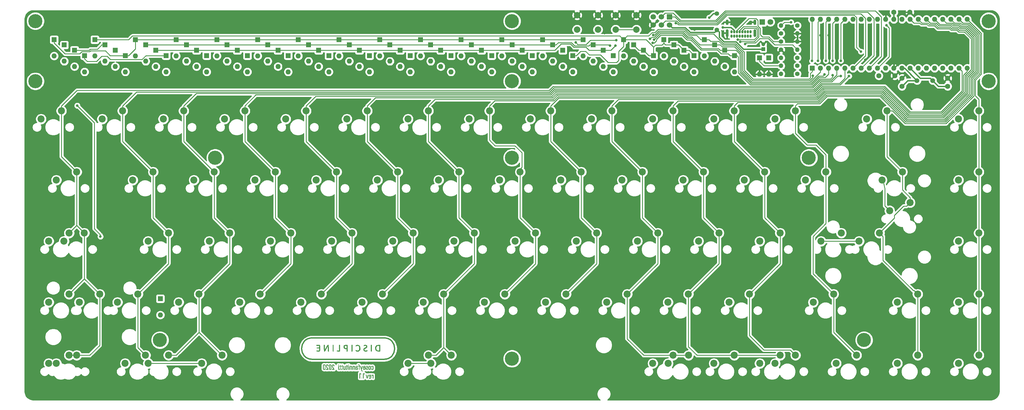
<source format=gbl>
G04 #@! TF.GenerationSoftware,KiCad,Pcbnew,(5.1.5)-3*
G04 #@! TF.CreationDate,2020-06-26T11:57:11-04:00*
G04 #@! TF.ProjectId,discipline-pcb,64697363-6970-46c6-996e-652d7063622e,rev?*
G04 #@! TF.SameCoordinates,Original*
G04 #@! TF.FileFunction,Copper,L2,Bot*
G04 #@! TF.FilePolarity,Positive*
%FSLAX46Y46*%
G04 Gerber Fmt 4.6, Leading zero omitted, Abs format (unit mm)*
G04 Created by KiCad (PCBNEW (5.1.5)-3) date 2020-06-26 11:57:11*
%MOMM*%
%LPD*%
G04 APERTURE LIST*
%ADD10C,0.010000*%
%ADD11C,0.150000*%
%ADD12C,0.400000*%
%ADD13C,1.600000*%
%ADD14R,1.200000X1.200000*%
%ADD15C,1.200000*%
%ADD16C,2.200000*%
%ADD17O,1.600000X1.600000*%
%ADD18R,1.600000X1.600000*%
%ADD19O,1.400000X1.400000*%
%ADD20C,1.400000*%
%ADD21C,4.400000*%
%ADD22R,1.700000X1.700000*%
%ADD23C,1.700000*%
%ADD24C,1.500000*%
%ADD25C,1.800000*%
%ADD26R,1.800000X1.800000*%
%ADD27O,0.650000X1.000000*%
%ADD28O,0.900000X2.400000*%
%ADD29O,0.900000X1.700000*%
%ADD30C,2.000000*%
%ADD31C,0.800000*%
%ADD32C,0.250000*%
%ADD33C,0.254000*%
G04 APERTURE END LIST*
D10*
G36*
X159802689Y-173101000D02*
G01*
X159964967Y-173101000D01*
X159964967Y-171634029D01*
X160099505Y-171718413D01*
X160139158Y-171743230D01*
X160175415Y-171765819D01*
X160206356Y-171784992D01*
X160230061Y-171799561D01*
X160244611Y-171808340D01*
X160247671Y-171810091D01*
X160253451Y-171812505D01*
X160257307Y-171810962D01*
X160259621Y-171803315D01*
X160260773Y-171787416D01*
X160261146Y-171761116D01*
X160261146Y-171734234D01*
X160260991Y-171651083D01*
X160146278Y-171575236D01*
X160031566Y-171499388D01*
X159802689Y-171499388D01*
X159802689Y-173101000D01*
G37*
X159802689Y-173101000D02*
X159964967Y-173101000D01*
X159964967Y-171634029D01*
X160099505Y-171718413D01*
X160139158Y-171743230D01*
X160175415Y-171765819D01*
X160206356Y-171784992D01*
X160230061Y-171799561D01*
X160244611Y-171808340D01*
X160247671Y-171810091D01*
X160253451Y-171812505D01*
X160257307Y-171810962D01*
X160259621Y-171803315D01*
X160260773Y-171787416D01*
X160261146Y-171761116D01*
X160261146Y-171734234D01*
X160260991Y-171651083D01*
X160146278Y-171575236D01*
X160031566Y-171499388D01*
X159802689Y-171499388D01*
X159802689Y-173101000D01*
G36*
X160723065Y-171958173D02*
G01*
X160700033Y-171958930D01*
X160686635Y-171960628D01*
X160680634Y-171963620D01*
X160679793Y-171968264D01*
X160680304Y-171970347D01*
X160682731Y-171978949D01*
X160688637Y-172000092D01*
X160697728Y-172032718D01*
X160709711Y-172075773D01*
X160724292Y-172128198D01*
X160741177Y-172188938D01*
X160760073Y-172256936D01*
X160780684Y-172331134D01*
X160802719Y-172410478D01*
X160825882Y-172493909D01*
X160832824Y-172518916D01*
X160856358Y-172603661D01*
X160878929Y-172684857D01*
X160900233Y-172761421D01*
X160919967Y-172832268D01*
X160937830Y-172896315D01*
X160953518Y-172952477D01*
X160966729Y-172999669D01*
X160977160Y-173036808D01*
X160984508Y-173062809D01*
X160988471Y-173076588D01*
X160988920Y-173078069D01*
X160996173Y-173101000D01*
X161142151Y-173101000D01*
X161149489Y-173078069D01*
X161153177Y-173065703D01*
X161160161Y-173041463D01*
X161170096Y-173006585D01*
X161182636Y-172962302D01*
X161197437Y-172909851D01*
X161214152Y-172850466D01*
X161232438Y-172785382D01*
X161251949Y-172715834D01*
X161272339Y-172643057D01*
X161293265Y-172568285D01*
X161314380Y-172492754D01*
X161335339Y-172417698D01*
X161355798Y-172344353D01*
X161375411Y-172273953D01*
X161393834Y-172207733D01*
X161410720Y-172146929D01*
X161425726Y-172092775D01*
X161438505Y-172046505D01*
X161448713Y-172009356D01*
X161456005Y-171982561D01*
X161460035Y-171967356D01*
X161460745Y-171964295D01*
X161454155Y-171961816D01*
X161436240Y-171959797D01*
X161409786Y-171958454D01*
X161379606Y-171958000D01*
X161347661Y-171958227D01*
X161321636Y-171958844D01*
X161304319Y-171959755D01*
X161298467Y-171960794D01*
X161296780Y-171968149D01*
X161291953Y-171987751D01*
X161284338Y-172018219D01*
X161274287Y-172058170D01*
X161262154Y-172106222D01*
X161248289Y-172160992D01*
X161233044Y-172221098D01*
X161216773Y-172285158D01*
X161199827Y-172351790D01*
X161182558Y-172419610D01*
X161165319Y-172487237D01*
X161148461Y-172553289D01*
X161132337Y-172616382D01*
X161117298Y-172675135D01*
X161103698Y-172728164D01*
X161091888Y-172774089D01*
X161082219Y-172811526D01*
X161075046Y-172839093D01*
X161070719Y-172855408D01*
X161069552Y-172859430D01*
X161067569Y-172853113D01*
X161062444Y-172834266D01*
X161054474Y-172804044D01*
X161043956Y-172763604D01*
X161031190Y-172714099D01*
X161016472Y-172656687D01*
X161000101Y-172592522D01*
X160982374Y-172522760D01*
X160963589Y-172448557D01*
X160960441Y-172436097D01*
X160941295Y-172360294D01*
X160923021Y-172287970D01*
X160905939Y-172220386D01*
X160890367Y-172158802D01*
X160876625Y-172104478D01*
X160865031Y-172058674D01*
X160855904Y-172022651D01*
X160849562Y-171997667D01*
X160846325Y-171984984D01*
X160846188Y-171984458D01*
X160839312Y-171958000D01*
X160757970Y-171958000D01*
X160723065Y-171958173D01*
G37*
X160723065Y-171958173D02*
X160700033Y-171958930D01*
X160686635Y-171960628D01*
X160680634Y-171963620D01*
X160679793Y-171968264D01*
X160680304Y-171970347D01*
X160682731Y-171978949D01*
X160688637Y-172000092D01*
X160697728Y-172032718D01*
X160709711Y-172075773D01*
X160724292Y-172128198D01*
X160741177Y-172188938D01*
X160760073Y-172256936D01*
X160780684Y-172331134D01*
X160802719Y-172410478D01*
X160825882Y-172493909D01*
X160832824Y-172518916D01*
X160856358Y-172603661D01*
X160878929Y-172684857D01*
X160900233Y-172761421D01*
X160919967Y-172832268D01*
X160937830Y-172896315D01*
X160953518Y-172952477D01*
X160966729Y-172999669D01*
X160977160Y-173036808D01*
X160984508Y-173062809D01*
X160988471Y-173076588D01*
X160988920Y-173078069D01*
X160996173Y-173101000D01*
X161142151Y-173101000D01*
X161149489Y-173078069D01*
X161153177Y-173065703D01*
X161160161Y-173041463D01*
X161170096Y-173006585D01*
X161182636Y-172962302D01*
X161197437Y-172909851D01*
X161214152Y-172850466D01*
X161232438Y-172785382D01*
X161251949Y-172715834D01*
X161272339Y-172643057D01*
X161293265Y-172568285D01*
X161314380Y-172492754D01*
X161335339Y-172417698D01*
X161355798Y-172344353D01*
X161375411Y-172273953D01*
X161393834Y-172207733D01*
X161410720Y-172146929D01*
X161425726Y-172092775D01*
X161438505Y-172046505D01*
X161448713Y-172009356D01*
X161456005Y-171982561D01*
X161460035Y-171967356D01*
X161460745Y-171964295D01*
X161454155Y-171961816D01*
X161436240Y-171959797D01*
X161409786Y-171958454D01*
X161379606Y-171958000D01*
X161347661Y-171958227D01*
X161321636Y-171958844D01*
X161304319Y-171959755D01*
X161298467Y-171960794D01*
X161296780Y-171968149D01*
X161291953Y-171987751D01*
X161284338Y-172018219D01*
X161274287Y-172058170D01*
X161262154Y-172106222D01*
X161248289Y-172160992D01*
X161233044Y-172221098D01*
X161216773Y-172285158D01*
X161199827Y-172351790D01*
X161182558Y-172419610D01*
X161165319Y-172487237D01*
X161148461Y-172553289D01*
X161132337Y-172616382D01*
X161117298Y-172675135D01*
X161103698Y-172728164D01*
X161091888Y-172774089D01*
X161082219Y-172811526D01*
X161075046Y-172839093D01*
X161070719Y-172855408D01*
X161069552Y-172859430D01*
X161067569Y-172853113D01*
X161062444Y-172834266D01*
X161054474Y-172804044D01*
X161043956Y-172763604D01*
X161031190Y-172714099D01*
X161016472Y-172656687D01*
X161000101Y-172592522D01*
X160982374Y-172522760D01*
X160963589Y-172448557D01*
X160960441Y-172436097D01*
X160941295Y-172360294D01*
X160923021Y-172287970D01*
X160905939Y-172220386D01*
X160890367Y-172158802D01*
X160876625Y-172104478D01*
X160865031Y-172058674D01*
X160855904Y-172022651D01*
X160849562Y-171997667D01*
X160846325Y-171984984D01*
X160846188Y-171984458D01*
X160839312Y-171958000D01*
X160757970Y-171958000D01*
X160723065Y-171958173D01*
G36*
X162455578Y-172085000D02*
G01*
X162482037Y-172085053D01*
X162545456Y-172090536D01*
X162606478Y-172105947D01*
X162662862Y-172130113D01*
X162712369Y-172161862D01*
X162752756Y-172200023D01*
X162780724Y-172241314D01*
X162787980Y-172255873D01*
X162794141Y-172269737D01*
X162799298Y-172284152D01*
X162803539Y-172300362D01*
X162806955Y-172319614D01*
X162809635Y-172343154D01*
X162811669Y-172372227D01*
X162813146Y-172408080D01*
X162814157Y-172451959D01*
X162814791Y-172505108D01*
X162815138Y-172568774D01*
X162815288Y-172644203D01*
X162815328Y-172721763D01*
X162815412Y-173101000D01*
X162977689Y-173101000D01*
X162977689Y-171958000D01*
X162815412Y-171958000D01*
X162815412Y-172114006D01*
X162770723Y-172069516D01*
X162709074Y-172017476D01*
X162641627Y-171978152D01*
X162568904Y-171951798D01*
X162501279Y-171939566D01*
X162455578Y-171934884D01*
X162455578Y-172085000D01*
G37*
X162455578Y-172085000D02*
X162482037Y-172085053D01*
X162545456Y-172090536D01*
X162606478Y-172105947D01*
X162662862Y-172130113D01*
X162712369Y-172161862D01*
X162752756Y-172200023D01*
X162780724Y-172241314D01*
X162787980Y-172255873D01*
X162794141Y-172269737D01*
X162799298Y-172284152D01*
X162803539Y-172300362D01*
X162806955Y-172319614D01*
X162809635Y-172343154D01*
X162811669Y-172372227D01*
X162813146Y-172408080D01*
X162814157Y-172451959D01*
X162814791Y-172505108D01*
X162815138Y-172568774D01*
X162815288Y-172644203D01*
X162815328Y-172721763D01*
X162815412Y-173101000D01*
X162977689Y-173101000D01*
X162977689Y-171958000D01*
X162815412Y-171958000D01*
X162815412Y-172114006D01*
X162770723Y-172069516D01*
X162709074Y-172017476D01*
X162641627Y-171978152D01*
X162568904Y-171951798D01*
X162501279Y-171939566D01*
X162455578Y-171934884D01*
X162455578Y-172085000D01*
G36*
X161924161Y-171939035D02*
G01*
X161890994Y-171942554D01*
X161857832Y-171947851D01*
X161831449Y-171953828D01*
X161829812Y-171954310D01*
X161781980Y-171974735D01*
X161735612Y-172005329D01*
X161695522Y-172042553D01*
X161675965Y-172067361D01*
X161657626Y-172097070D01*
X161642803Y-172127896D01*
X161631162Y-172161691D01*
X161622371Y-172200304D01*
X161616097Y-172245586D01*
X161612007Y-172299387D01*
X161609770Y-172363557D01*
X161609051Y-172439541D01*
X161608912Y-172593000D01*
X162131023Y-172593000D01*
X162131023Y-172697552D01*
X162130190Y-172752171D01*
X162127323Y-172795424D01*
X162121866Y-172829978D01*
X162113264Y-172858500D01*
X162100964Y-172883658D01*
X162088338Y-172902809D01*
X162057423Y-172934285D01*
X162017813Y-172955098D01*
X161969093Y-172965430D01*
X161940523Y-172966720D01*
X161887904Y-172961517D01*
X161844850Y-172945964D01*
X161811135Y-172919864D01*
X161786531Y-172883021D01*
X161770812Y-172835237D01*
X161767532Y-172817013D01*
X161762532Y-172783500D01*
X161608912Y-172783500D01*
X161608912Y-172817295D01*
X161610844Y-172844151D01*
X161615776Y-172875304D01*
X161619461Y-172891593D01*
X161642047Y-172953800D01*
X161674809Y-173006235D01*
X161717652Y-173048804D01*
X161770486Y-173081412D01*
X161826614Y-173102196D01*
X161866086Y-173109795D01*
X161913525Y-173113867D01*
X161963619Y-173114371D01*
X162011057Y-173111264D01*
X162050530Y-173104506D01*
X162052673Y-173103945D01*
X162114363Y-173080413D01*
X162168149Y-173045500D01*
X162213320Y-172999964D01*
X162249166Y-172944563D01*
X162274976Y-172880055D01*
X162280149Y-172861111D01*
X162282841Y-172842720D01*
X162285131Y-172812191D01*
X162287017Y-172771479D01*
X162288501Y-172722542D01*
X162289583Y-172667333D01*
X162290262Y-172607810D01*
X162290540Y-172545928D01*
X162290416Y-172483643D01*
X162290080Y-172444833D01*
X162132289Y-172444833D01*
X161769711Y-172444833D01*
X161772575Y-172333708D01*
X161773894Y-172290291D01*
X161775521Y-172258200D01*
X161777829Y-172234648D01*
X161781188Y-172216850D01*
X161785971Y-172202021D01*
X161791938Y-172188627D01*
X161817387Y-172146262D01*
X161847391Y-172116464D01*
X161883959Y-172097977D01*
X161929098Y-172089544D01*
X161951628Y-172088695D01*
X161981751Y-172089165D01*
X162002858Y-172091571D01*
X162020024Y-172097092D01*
X162038323Y-172106903D01*
X162043350Y-172109967D01*
X162064577Y-172125125D01*
X162081006Y-172142891D01*
X162096516Y-172167822D01*
X162102800Y-172179779D01*
X162112202Y-172198558D01*
X162118904Y-172214105D01*
X162123428Y-172229433D01*
X162126295Y-172247560D01*
X162128026Y-172271500D01*
X162129143Y-172304269D01*
X162129892Y-172336492D01*
X162132289Y-172444833D01*
X162290080Y-172444833D01*
X162289890Y-172422910D01*
X162288963Y-172365687D01*
X162287635Y-172313927D01*
X162285906Y-172269589D01*
X162283777Y-172234626D01*
X162281247Y-172210996D01*
X162280071Y-172204944D01*
X162256234Y-172133599D01*
X162223277Y-172072741D01*
X162181675Y-172022727D01*
X162131905Y-171983910D01*
X162074443Y-171956649D01*
X162009765Y-171941298D01*
X161938348Y-171938213D01*
X161924161Y-171939035D01*
G37*
X161924161Y-171939035D02*
X161890994Y-171942554D01*
X161857832Y-171947851D01*
X161831449Y-171953828D01*
X161829812Y-171954310D01*
X161781980Y-171974735D01*
X161735612Y-172005329D01*
X161695522Y-172042553D01*
X161675965Y-172067361D01*
X161657626Y-172097070D01*
X161642803Y-172127896D01*
X161631162Y-172161691D01*
X161622371Y-172200304D01*
X161616097Y-172245586D01*
X161612007Y-172299387D01*
X161609770Y-172363557D01*
X161609051Y-172439541D01*
X161608912Y-172593000D01*
X162131023Y-172593000D01*
X162131023Y-172697552D01*
X162130190Y-172752171D01*
X162127323Y-172795424D01*
X162121866Y-172829978D01*
X162113264Y-172858500D01*
X162100964Y-172883658D01*
X162088338Y-172902809D01*
X162057423Y-172934285D01*
X162017813Y-172955098D01*
X161969093Y-172965430D01*
X161940523Y-172966720D01*
X161887904Y-172961517D01*
X161844850Y-172945964D01*
X161811135Y-172919864D01*
X161786531Y-172883021D01*
X161770812Y-172835237D01*
X161767532Y-172817013D01*
X161762532Y-172783500D01*
X161608912Y-172783500D01*
X161608912Y-172817295D01*
X161610844Y-172844151D01*
X161615776Y-172875304D01*
X161619461Y-172891593D01*
X161642047Y-172953800D01*
X161674809Y-173006235D01*
X161717652Y-173048804D01*
X161770486Y-173081412D01*
X161826614Y-173102196D01*
X161866086Y-173109795D01*
X161913525Y-173113867D01*
X161963619Y-173114371D01*
X162011057Y-173111264D01*
X162050530Y-173104506D01*
X162052673Y-173103945D01*
X162114363Y-173080413D01*
X162168149Y-173045500D01*
X162213320Y-172999964D01*
X162249166Y-172944563D01*
X162274976Y-172880055D01*
X162280149Y-172861111D01*
X162282841Y-172842720D01*
X162285131Y-172812191D01*
X162287017Y-172771479D01*
X162288501Y-172722542D01*
X162289583Y-172667333D01*
X162290262Y-172607810D01*
X162290540Y-172545928D01*
X162290416Y-172483643D01*
X162290080Y-172444833D01*
X162132289Y-172444833D01*
X161769711Y-172444833D01*
X161772575Y-172333708D01*
X161773894Y-172290291D01*
X161775521Y-172258200D01*
X161777829Y-172234648D01*
X161781188Y-172216850D01*
X161785971Y-172202021D01*
X161791938Y-172188627D01*
X161817387Y-172146262D01*
X161847391Y-172116464D01*
X161883959Y-172097977D01*
X161929098Y-172089544D01*
X161951628Y-172088695D01*
X161981751Y-172089165D01*
X162002858Y-172091571D01*
X162020024Y-172097092D01*
X162038323Y-172106903D01*
X162043350Y-172109967D01*
X162064577Y-172125125D01*
X162081006Y-172142891D01*
X162096516Y-172167822D01*
X162102800Y-172179779D01*
X162112202Y-172198558D01*
X162118904Y-172214105D01*
X162123428Y-172229433D01*
X162126295Y-172247560D01*
X162128026Y-172271500D01*
X162129143Y-172304269D01*
X162129892Y-172336492D01*
X162132289Y-172444833D01*
X162290080Y-172444833D01*
X162289890Y-172422910D01*
X162288963Y-172365687D01*
X162287635Y-172313927D01*
X162285906Y-172269589D01*
X162283777Y-172234626D01*
X162281247Y-172210996D01*
X162280071Y-172204944D01*
X162256234Y-172133599D01*
X162223277Y-172072741D01*
X162181675Y-172022727D01*
X162131905Y-171983910D01*
X162074443Y-171956649D01*
X162009765Y-171941298D01*
X161938348Y-171938213D01*
X161924161Y-171939035D01*
G36*
X158703628Y-173101000D02*
G01*
X158865906Y-173101000D01*
X158865906Y-171634029D01*
X159000444Y-171718413D01*
X159040097Y-171743230D01*
X159076354Y-171765819D01*
X159107295Y-171784992D01*
X159131000Y-171799561D01*
X159145550Y-171808340D01*
X159148610Y-171810091D01*
X159154390Y-171812505D01*
X159158246Y-171810962D01*
X159160560Y-171803315D01*
X159161712Y-171787416D01*
X159162085Y-171761116D01*
X159162085Y-171734234D01*
X159161930Y-171651083D01*
X159047217Y-171575236D01*
X158932505Y-171499388D01*
X158703628Y-171499388D01*
X158703628Y-173101000D01*
G37*
X158703628Y-173101000D02*
X158865906Y-173101000D01*
X158865906Y-171634029D01*
X159000444Y-171718413D01*
X159040097Y-171743230D01*
X159076354Y-171765819D01*
X159107295Y-171784992D01*
X159131000Y-171799561D01*
X159145550Y-171808340D01*
X159148610Y-171810091D01*
X159154390Y-171812505D01*
X159158246Y-171810962D01*
X159160560Y-171803315D01*
X159161712Y-171787416D01*
X159162085Y-171761116D01*
X159162085Y-171734234D01*
X159161930Y-171651083D01*
X159047217Y-171575236D01*
X158932505Y-171499388D01*
X158703628Y-171499388D01*
X158703628Y-173101000D01*
D11*
X159390996Y-172974204D02*
G75*
G03X159390996Y-172974204I-56796J0D01*
G01*
D10*
G36*
X152050609Y-168981966D02*
G01*
X152212886Y-168981966D01*
X152212886Y-168826744D01*
X152050609Y-168826744D01*
X152050609Y-168981966D01*
G37*
X152050609Y-168981966D02*
X152212886Y-168981966D01*
X152212886Y-168826744D01*
X152050609Y-168826744D01*
X152050609Y-168981966D01*
G36*
X155197386Y-168981966D02*
G01*
X155359664Y-168981966D01*
X155359664Y-168826744D01*
X155197386Y-168826744D01*
X155197386Y-168981966D01*
G37*
X155197386Y-168981966D02*
X155359664Y-168981966D01*
X155359664Y-168826744D01*
X155197386Y-168826744D01*
X155197386Y-168981966D01*
G36*
X148592292Y-168749337D02*
G01*
X148548162Y-168752544D01*
X148511555Y-168758314D01*
X148505720Y-168759737D01*
X148441357Y-168783189D01*
X148386526Y-168816959D01*
X148341368Y-168860833D01*
X148306021Y-168914599D01*
X148280626Y-168978043D01*
X148265324Y-169050951D01*
X148260255Y-169133110D01*
X148260256Y-169133661D01*
X148265007Y-169215673D01*
X148279355Y-169297453D01*
X148303900Y-169381200D01*
X148339238Y-169469111D01*
X148367897Y-169528772D01*
X148380727Y-169552785D01*
X148400079Y-169587309D01*
X148425063Y-169630849D01*
X148454788Y-169681907D01*
X148488365Y-169738988D01*
X148524902Y-169800595D01*
X148563510Y-169865233D01*
X148603298Y-169931405D01*
X148643376Y-169997615D01*
X148682853Y-170062366D01*
X148720839Y-170124163D01*
X148754180Y-170177883D01*
X148776195Y-170213161D01*
X148518985Y-170215011D01*
X148261775Y-170216862D01*
X148261775Y-170364855D01*
X148974386Y-170364855D01*
X148974386Y-170233543D01*
X148775860Y-169898796D01*
X148736957Y-169833021D01*
X148698903Y-169768344D01*
X148662562Y-169706253D01*
X148628797Y-169648242D01*
X148598473Y-169595800D01*
X148572453Y-169550418D01*
X148551602Y-169513587D01*
X148536783Y-169486799D01*
X148532818Y-169479383D01*
X148491028Y-169391925D01*
X148459433Y-169308309D01*
X148438160Y-169229386D01*
X148427340Y-169156005D01*
X148427102Y-169089016D01*
X148437573Y-169029271D01*
X148457185Y-168980678D01*
X148483449Y-168942641D01*
X148515208Y-168916483D01*
X148554274Y-168901179D01*
X148602463Y-168895703D01*
X148607497Y-168895657D01*
X148654842Y-168899874D01*
X148694113Y-168913691D01*
X148728795Y-168938612D01*
X148744756Y-168954873D01*
X148771593Y-168991042D01*
X148791595Y-169033251D01*
X148805739Y-169084088D01*
X148814222Y-169138952D01*
X148821984Y-169207744D01*
X148983568Y-169207744D01*
X148979253Y-169135425D01*
X148970596Y-169060926D01*
X148954267Y-168991555D01*
X148931153Y-168930935D01*
X148927507Y-168923513D01*
X148896989Y-168876511D01*
X148856382Y-168833458D01*
X148808977Y-168796965D01*
X148758062Y-168769645D01*
X148716531Y-168756037D01*
X148681805Y-168750990D01*
X148638616Y-168748788D01*
X148592292Y-168749337D01*
G37*
X148592292Y-168749337D02*
X148548162Y-168752544D01*
X148511555Y-168758314D01*
X148505720Y-168759737D01*
X148441357Y-168783189D01*
X148386526Y-168816959D01*
X148341368Y-168860833D01*
X148306021Y-168914599D01*
X148280626Y-168978043D01*
X148265324Y-169050951D01*
X148260255Y-169133110D01*
X148260256Y-169133661D01*
X148265007Y-169215673D01*
X148279355Y-169297453D01*
X148303900Y-169381200D01*
X148339238Y-169469111D01*
X148367897Y-169528772D01*
X148380727Y-169552785D01*
X148400079Y-169587309D01*
X148425063Y-169630849D01*
X148454788Y-169681907D01*
X148488365Y-169738988D01*
X148524902Y-169800595D01*
X148563510Y-169865233D01*
X148603298Y-169931405D01*
X148643376Y-169997615D01*
X148682853Y-170062366D01*
X148720839Y-170124163D01*
X148754180Y-170177883D01*
X148776195Y-170213161D01*
X148518985Y-170215011D01*
X148261775Y-170216862D01*
X148261775Y-170364855D01*
X148974386Y-170364855D01*
X148974386Y-170233543D01*
X148775860Y-169898796D01*
X148736957Y-169833021D01*
X148698903Y-169768344D01*
X148662562Y-169706253D01*
X148628797Y-169648242D01*
X148598473Y-169595800D01*
X148572453Y-169550418D01*
X148551602Y-169513587D01*
X148536783Y-169486799D01*
X148532818Y-169479383D01*
X148491028Y-169391925D01*
X148459433Y-169308309D01*
X148438160Y-169229386D01*
X148427340Y-169156005D01*
X148427102Y-169089016D01*
X148437573Y-169029271D01*
X148457185Y-168980678D01*
X148483449Y-168942641D01*
X148515208Y-168916483D01*
X148554274Y-168901179D01*
X148602463Y-168895703D01*
X148607497Y-168895657D01*
X148654842Y-168899874D01*
X148694113Y-168913691D01*
X148728795Y-168938612D01*
X148744756Y-168954873D01*
X148771593Y-168991042D01*
X148791595Y-169033251D01*
X148805739Y-169084088D01*
X148814222Y-169138952D01*
X148821984Y-169207744D01*
X148983568Y-169207744D01*
X148979253Y-169135425D01*
X148970596Y-169060926D01*
X148954267Y-168991555D01*
X148931153Y-168930935D01*
X148927507Y-168923513D01*
X148896989Y-168876511D01*
X148856382Y-168833458D01*
X148808977Y-168796965D01*
X148758062Y-168769645D01*
X148716531Y-168756037D01*
X148681805Y-168750990D01*
X148638616Y-168748788D01*
X148592292Y-168749337D01*
G36*
X150436156Y-168749187D02*
G01*
X150392026Y-168752237D01*
X150354846Y-168757911D01*
X150347267Y-168759725D01*
X150282636Y-168783249D01*
X150227487Y-168817225D01*
X150181821Y-168861648D01*
X150145642Y-168916517D01*
X150118953Y-168981827D01*
X150112882Y-169003133D01*
X150105767Y-169042923D01*
X150101927Y-169091925D01*
X150101351Y-169145625D01*
X150104031Y-169199512D01*
X150109957Y-169249073D01*
X150113454Y-169267716D01*
X150122014Y-169305020D01*
X150131688Y-169341003D01*
X150143058Y-169376842D01*
X150156707Y-169413715D01*
X150173217Y-169452799D01*
X150193171Y-169495270D01*
X150217150Y-169542305D01*
X150245738Y-169595083D01*
X150279517Y-169654778D01*
X150319070Y-169722569D01*
X150364978Y-169799633D01*
X150417824Y-169887146D01*
X150429421Y-169906244D01*
X150615946Y-170213161D01*
X150359611Y-170215011D01*
X150103275Y-170216862D01*
X150103275Y-170364855D01*
X150815886Y-170364855D01*
X150815824Y-170234327D01*
X150607000Y-169881550D01*
X150567491Y-169814609D01*
X150529108Y-169749207D01*
X150492649Y-169686724D01*
X150458909Y-169628544D01*
X150428687Y-169576048D01*
X150402779Y-169530619D01*
X150381981Y-169493639D01*
X150367091Y-169466490D01*
X150360917Y-169454688D01*
X150323310Y-169372045D01*
X150294879Y-169292417D01*
X150276037Y-169217393D01*
X150267196Y-169148562D01*
X150267827Y-169096393D01*
X150273287Y-169052823D01*
X150281680Y-169018484D01*
X150294525Y-168988566D01*
X150309840Y-168963372D01*
X150339726Y-168929531D01*
X150376291Y-168907506D01*
X150420664Y-168896739D01*
X150447398Y-168895404D01*
X150494752Y-168899573D01*
X150533689Y-168912703D01*
X150567791Y-168936327D01*
X150586256Y-168954873D01*
X150611688Y-168988680D01*
X150630812Y-169027597D01*
X150644680Y-169074429D01*
X150654349Y-169131978D01*
X150655059Y-169137863D01*
X150663258Y-169207744D01*
X150822942Y-169207744D01*
X150822849Y-169160119D01*
X150819888Y-169113914D01*
X150811923Y-169062324D01*
X150800092Y-169010526D01*
X150785533Y-168963693D01*
X150773284Y-168934490D01*
X150739106Y-168879398D01*
X150695328Y-168831621D01*
X150644261Y-168793071D01*
X150588216Y-168765663D01*
X150558359Y-168756566D01*
X150524510Y-168751274D01*
X150482046Y-168748840D01*
X150436156Y-168749187D01*
G37*
X150436156Y-168749187D02*
X150392026Y-168752237D01*
X150354846Y-168757911D01*
X150347267Y-168759725D01*
X150282636Y-168783249D01*
X150227487Y-168817225D01*
X150181821Y-168861648D01*
X150145642Y-168916517D01*
X150118953Y-168981827D01*
X150112882Y-169003133D01*
X150105767Y-169042923D01*
X150101927Y-169091925D01*
X150101351Y-169145625D01*
X150104031Y-169199512D01*
X150109957Y-169249073D01*
X150113454Y-169267716D01*
X150122014Y-169305020D01*
X150131688Y-169341003D01*
X150143058Y-169376842D01*
X150156707Y-169413715D01*
X150173217Y-169452799D01*
X150193171Y-169495270D01*
X150217150Y-169542305D01*
X150245738Y-169595083D01*
X150279517Y-169654778D01*
X150319070Y-169722569D01*
X150364978Y-169799633D01*
X150417824Y-169887146D01*
X150429421Y-169906244D01*
X150615946Y-170213161D01*
X150359611Y-170215011D01*
X150103275Y-170216862D01*
X150103275Y-170364855D01*
X150815886Y-170364855D01*
X150815824Y-170234327D01*
X150607000Y-169881550D01*
X150567491Y-169814609D01*
X150529108Y-169749207D01*
X150492649Y-169686724D01*
X150458909Y-169628544D01*
X150428687Y-169576048D01*
X150402779Y-169530619D01*
X150381981Y-169493639D01*
X150367091Y-169466490D01*
X150360917Y-169454688D01*
X150323310Y-169372045D01*
X150294879Y-169292417D01*
X150276037Y-169217393D01*
X150267196Y-169148562D01*
X150267827Y-169096393D01*
X150273287Y-169052823D01*
X150281680Y-169018484D01*
X150294525Y-168988566D01*
X150309840Y-168963372D01*
X150339726Y-168929531D01*
X150376291Y-168907506D01*
X150420664Y-168896739D01*
X150447398Y-168895404D01*
X150494752Y-168899573D01*
X150533689Y-168912703D01*
X150567791Y-168936327D01*
X150586256Y-168954873D01*
X150611688Y-168988680D01*
X150630812Y-169027597D01*
X150644680Y-169074429D01*
X150654349Y-169131978D01*
X150655059Y-169137863D01*
X150663258Y-169207744D01*
X150822942Y-169207744D01*
X150822849Y-169160119D01*
X150819888Y-169113914D01*
X150811923Y-169062324D01*
X150800092Y-169010526D01*
X150785533Y-168963693D01*
X150773284Y-168934490D01*
X150739106Y-168879398D01*
X150695328Y-168831621D01*
X150644261Y-168793071D01*
X150588216Y-168765663D01*
X150558359Y-168756566D01*
X150524510Y-168751274D01*
X150482046Y-168748840D01*
X150436156Y-168749187D01*
G36*
X152050609Y-170364855D02*
G01*
X152212886Y-170364855D01*
X152212886Y-169221855D01*
X152050609Y-169221855D01*
X152050609Y-170364855D01*
G37*
X152050609Y-170364855D02*
X152212886Y-170364855D01*
X152212886Y-169221855D01*
X152050609Y-169221855D01*
X152050609Y-170364855D01*
G36*
X155197386Y-170364855D02*
G01*
X155359664Y-170364855D01*
X155359664Y-169221855D01*
X155197386Y-169221855D01*
X155197386Y-170364855D01*
G37*
X155197386Y-170364855D02*
X155359664Y-170364855D01*
X155359664Y-169221855D01*
X155197386Y-169221855D01*
X155197386Y-170364855D01*
G36*
X155828859Y-169210793D02*
G01*
X155773467Y-169229516D01*
X155727267Y-169257883D01*
X155689834Y-169296417D01*
X155660749Y-169345646D01*
X155639588Y-169406094D01*
X155628453Y-169460467D01*
X155626621Y-169479989D01*
X155625022Y-169513173D01*
X155623664Y-169559568D01*
X155622554Y-169618727D01*
X155621698Y-169690199D01*
X155621105Y-169773538D01*
X155620782Y-169868293D01*
X155620720Y-169937582D01*
X155620720Y-170364855D01*
X155782997Y-170364855D01*
X155782997Y-169934063D01*
X155783128Y-169830554D01*
X155783518Y-169739681D01*
X155784163Y-169661662D01*
X155785060Y-169596719D01*
X155786206Y-169545069D01*
X155787596Y-169506935D01*
X155789227Y-169482534D01*
X155790524Y-169473688D01*
X155808282Y-169429261D01*
X155836322Y-169394370D01*
X155874268Y-169369302D01*
X155921743Y-169354345D01*
X155951567Y-169350547D01*
X156003241Y-169351612D01*
X156048928Y-169362066D01*
X156086247Y-169381241D01*
X156099387Y-169392250D01*
X156111751Y-169404852D01*
X156122430Y-169417484D01*
X156131550Y-169431230D01*
X156139231Y-169447176D01*
X156145598Y-169466408D01*
X156150772Y-169490013D01*
X156154878Y-169519075D01*
X156158037Y-169554681D01*
X156160372Y-169597916D01*
X156162007Y-169649867D01*
X156163064Y-169711619D01*
X156163666Y-169784257D01*
X156163937Y-169868869D01*
X156163997Y-169963309D01*
X156163997Y-170364855D01*
X156319220Y-170364855D01*
X156319220Y-169221855D01*
X156165761Y-169221855D01*
X156161352Y-169243904D01*
X156158912Y-169263298D01*
X156157311Y-169289833D01*
X156156942Y-169308785D01*
X156156942Y-169351618D01*
X156137012Y-169320250D01*
X156100242Y-169274963D01*
X156054808Y-169240022D01*
X156002174Y-169215947D01*
X155943803Y-169203258D01*
X155881160Y-169202476D01*
X155828859Y-169210793D01*
G37*
X155828859Y-169210793D02*
X155773467Y-169229516D01*
X155727267Y-169257883D01*
X155689834Y-169296417D01*
X155660749Y-169345646D01*
X155639588Y-169406094D01*
X155628453Y-169460467D01*
X155626621Y-169479989D01*
X155625022Y-169513173D01*
X155623664Y-169559568D01*
X155622554Y-169618727D01*
X155621698Y-169690199D01*
X155621105Y-169773538D01*
X155620782Y-169868293D01*
X155620720Y-169937582D01*
X155620720Y-170364855D01*
X155782997Y-170364855D01*
X155782997Y-169934063D01*
X155783128Y-169830554D01*
X155783518Y-169739681D01*
X155784163Y-169661662D01*
X155785060Y-169596719D01*
X155786206Y-169545069D01*
X155787596Y-169506935D01*
X155789227Y-169482534D01*
X155790524Y-169473688D01*
X155808282Y-169429261D01*
X155836322Y-169394370D01*
X155874268Y-169369302D01*
X155921743Y-169354345D01*
X155951567Y-169350547D01*
X156003241Y-169351612D01*
X156048928Y-169362066D01*
X156086247Y-169381241D01*
X156099387Y-169392250D01*
X156111751Y-169404852D01*
X156122430Y-169417484D01*
X156131550Y-169431230D01*
X156139231Y-169447176D01*
X156145598Y-169466408D01*
X156150772Y-169490013D01*
X156154878Y-169519075D01*
X156158037Y-169554681D01*
X156160372Y-169597916D01*
X156162007Y-169649867D01*
X156163064Y-169711619D01*
X156163666Y-169784257D01*
X156163937Y-169868869D01*
X156163997Y-169963309D01*
X156163997Y-170364855D01*
X156319220Y-170364855D01*
X156319220Y-169221855D01*
X156165761Y-169221855D01*
X156161352Y-169243904D01*
X156158912Y-169263298D01*
X156157311Y-169289833D01*
X156156942Y-169308785D01*
X156156942Y-169351618D01*
X156137012Y-169320250D01*
X156100242Y-169274963D01*
X156054808Y-169240022D01*
X156002174Y-169215947D01*
X155943803Y-169203258D01*
X155881160Y-169202476D01*
X155828859Y-169210793D01*
G36*
X156810248Y-169205433D02*
G01*
X156781601Y-169207946D01*
X156757860Y-169212804D01*
X156734440Y-169220673D01*
X156732327Y-169221499D01*
X156685663Y-169246858D01*
X156644287Y-169282779D01*
X156612008Y-169325787D01*
X156606197Y-169336463D01*
X156598599Y-169351949D01*
X156592023Y-169366987D01*
X156586382Y-169382698D01*
X156581590Y-169400203D01*
X156577562Y-169420626D01*
X156574211Y-169445086D01*
X156571450Y-169474707D01*
X156569194Y-169510610D01*
X156567356Y-169553917D01*
X156565850Y-169605749D01*
X156564590Y-169667228D01*
X156563490Y-169739476D01*
X156562462Y-169823615D01*
X156561444Y-169918591D01*
X156556826Y-170364855D01*
X156720884Y-170364855D01*
X156722899Y-169922119D01*
X156723311Y-169828332D01*
X156723712Y-169747574D01*
X156724223Y-169678762D01*
X156724966Y-169620816D01*
X156726062Y-169572652D01*
X156727633Y-169533190D01*
X156729800Y-169501347D01*
X156732684Y-169476041D01*
X156736407Y-169456191D01*
X156741091Y-169440714D01*
X156746856Y-169428530D01*
X156753824Y-169418555D01*
X156762118Y-169409709D01*
X156771857Y-169400908D01*
X156782437Y-169391713D01*
X156818361Y-169367515D01*
X156860350Y-169353637D01*
X156910406Y-169349529D01*
X156932976Y-169350487D01*
X156983667Y-169360119D01*
X157025803Y-169380903D01*
X157058932Y-169412435D01*
X157082600Y-169454313D01*
X157094167Y-169493726D01*
X157096172Y-169509847D01*
X157097882Y-169537040D01*
X157099305Y-169575743D01*
X157100448Y-169626392D01*
X157101320Y-169689428D01*
X157101928Y-169765288D01*
X157102281Y-169854410D01*
X157102386Y-169949754D01*
X157102386Y-170364855D01*
X157264664Y-170364855D01*
X157264664Y-169221855D01*
X157102386Y-169221855D01*
X157102386Y-169358673D01*
X157082114Y-169327306D01*
X157042266Y-169277997D01*
X156993717Y-169239635D01*
X156964803Y-169223993D01*
X156943894Y-169214884D01*
X156925485Y-169209111D01*
X156905267Y-169205957D01*
X156878933Y-169204703D01*
X156848386Y-169204596D01*
X156810248Y-169205433D01*
G37*
X156810248Y-169205433D02*
X156781601Y-169207946D01*
X156757860Y-169212804D01*
X156734440Y-169220673D01*
X156732327Y-169221499D01*
X156685663Y-169246858D01*
X156644287Y-169282779D01*
X156612008Y-169325787D01*
X156606197Y-169336463D01*
X156598599Y-169351949D01*
X156592023Y-169366987D01*
X156586382Y-169382698D01*
X156581590Y-169400203D01*
X156577562Y-169420626D01*
X156574211Y-169445086D01*
X156571450Y-169474707D01*
X156569194Y-169510610D01*
X156567356Y-169553917D01*
X156565850Y-169605749D01*
X156564590Y-169667228D01*
X156563490Y-169739476D01*
X156562462Y-169823615D01*
X156561444Y-169918591D01*
X156556826Y-170364855D01*
X156720884Y-170364855D01*
X156722899Y-169922119D01*
X156723311Y-169828332D01*
X156723712Y-169747574D01*
X156724223Y-169678762D01*
X156724966Y-169620816D01*
X156726062Y-169572652D01*
X156727633Y-169533190D01*
X156729800Y-169501347D01*
X156732684Y-169476041D01*
X156736407Y-169456191D01*
X156741091Y-169440714D01*
X156746856Y-169428530D01*
X156753824Y-169418555D01*
X156762118Y-169409709D01*
X156771857Y-169400908D01*
X156782437Y-169391713D01*
X156818361Y-169367515D01*
X156860350Y-169353637D01*
X156910406Y-169349529D01*
X156932976Y-169350487D01*
X156983667Y-169360119D01*
X157025803Y-169380903D01*
X157058932Y-169412435D01*
X157082600Y-169454313D01*
X157094167Y-169493726D01*
X157096172Y-169509847D01*
X157097882Y-169537040D01*
X157099305Y-169575743D01*
X157100448Y-169626392D01*
X157101320Y-169689428D01*
X157101928Y-169765288D01*
X157102281Y-169854410D01*
X157102386Y-169949754D01*
X157102386Y-170364855D01*
X157264664Y-170364855D01*
X157264664Y-169221855D01*
X157102386Y-169221855D01*
X157102386Y-169358673D01*
X157082114Y-169327306D01*
X157042266Y-169277997D01*
X156993717Y-169239635D01*
X156964803Y-169223993D01*
X156943894Y-169214884D01*
X156925485Y-169209111D01*
X156905267Y-169205957D01*
X156878933Y-169204703D01*
X156848386Y-169204596D01*
X156810248Y-169205433D01*
G36*
X158315942Y-168911411D02*
G01*
X158389566Y-168911411D01*
X158431747Y-168912237D01*
X158463018Y-168915244D01*
X158486512Y-168921227D01*
X158505360Y-168930978D01*
X158522483Y-168945088D01*
X158537919Y-168964275D01*
X158549252Y-168989474D01*
X158556906Y-169022604D01*
X158561303Y-169065580D01*
X158562869Y-169120318D01*
X158562886Y-169127886D01*
X158562886Y-169221855D01*
X158315942Y-169221855D01*
X158315942Y-169355911D01*
X158562886Y-169355911D01*
X158562886Y-170364855D01*
X158725164Y-170364855D01*
X158725164Y-169355911D01*
X158845109Y-169355911D01*
X158845109Y-169221855D01*
X158785136Y-169221855D01*
X158757912Y-169221663D01*
X158736945Y-169221150D01*
X158725530Y-169220413D01*
X158724382Y-169220091D01*
X158723857Y-169212828D01*
X158722875Y-169193729D01*
X158721543Y-169165062D01*
X158719966Y-169129089D01*
X158718382Y-169091327D01*
X158716144Y-169042836D01*
X158713741Y-169005818D01*
X158710844Y-168977635D01*
X158707124Y-168955651D01*
X158702253Y-168937228D01*
X158697499Y-168923781D01*
X158672502Y-168877011D01*
X158636797Y-168834959D01*
X158593735Y-168801164D01*
X158568471Y-168787534D01*
X158549970Y-168779532D01*
X158533283Y-168773853D01*
X158515242Y-168770006D01*
X158492681Y-168767499D01*
X158462432Y-168765840D01*
X158421326Y-168764539D01*
X158420011Y-168764504D01*
X158315942Y-168761706D01*
X158315942Y-168911411D01*
G37*
X158315942Y-168911411D02*
X158389566Y-168911411D01*
X158431747Y-168912237D01*
X158463018Y-168915244D01*
X158486512Y-168921227D01*
X158505360Y-168930978D01*
X158522483Y-168945088D01*
X158537919Y-168964275D01*
X158549252Y-168989474D01*
X158556906Y-169022604D01*
X158561303Y-169065580D01*
X158562869Y-169120318D01*
X158562886Y-169127886D01*
X158562886Y-169221855D01*
X158315942Y-169221855D01*
X158315942Y-169355911D01*
X158562886Y-169355911D01*
X158562886Y-170364855D01*
X158725164Y-170364855D01*
X158725164Y-169355911D01*
X158845109Y-169355911D01*
X158845109Y-169221855D01*
X158785136Y-169221855D01*
X158757912Y-169221663D01*
X158736945Y-169221150D01*
X158725530Y-169220413D01*
X158724382Y-169220091D01*
X158723857Y-169212828D01*
X158722875Y-169193729D01*
X158721543Y-169165062D01*
X158719966Y-169129089D01*
X158718382Y-169091327D01*
X158716144Y-169042836D01*
X158713741Y-169005818D01*
X158710844Y-168977635D01*
X158707124Y-168955651D01*
X158702253Y-168937228D01*
X158697499Y-168923781D01*
X158672502Y-168877011D01*
X158636797Y-168834959D01*
X158593735Y-168801164D01*
X158568471Y-168787534D01*
X158549970Y-168779532D01*
X158533283Y-168773853D01*
X158515242Y-168770006D01*
X158492681Y-168767499D01*
X158462432Y-168765840D01*
X158421326Y-168764539D01*
X158420011Y-168764504D01*
X158315942Y-168761706D01*
X158315942Y-168911411D01*
G36*
X152636220Y-169221855D02*
G01*
X152417497Y-169221855D01*
X152417497Y-169370022D01*
X152636220Y-169370022D01*
X152636220Y-169739551D01*
X152636169Y-169823417D01*
X152635994Y-169894344D01*
X152635665Y-169953507D01*
X152635149Y-170002079D01*
X152634416Y-170041232D01*
X152633433Y-170072140D01*
X152632168Y-170095975D01*
X152630591Y-170113912D01*
X152628670Y-170127122D01*
X152626373Y-170136780D01*
X152625451Y-170139604D01*
X152609225Y-170173231D01*
X152586664Y-170197461D01*
X152556035Y-170213266D01*
X152515603Y-170221620D01*
X152475706Y-170223589D01*
X152417497Y-170223744D01*
X152417497Y-170371911D01*
X152489817Y-170371081D01*
X152524600Y-170370165D01*
X152557962Y-170368395D01*
X152584884Y-170366076D01*
X152594799Y-170364732D01*
X152650571Y-170349482D01*
X152697012Y-170323936D01*
X152734561Y-170287688D01*
X152763654Y-170240330D01*
X152782111Y-170190868D01*
X152784754Y-170180425D01*
X152787012Y-170167882D01*
X152788927Y-170152041D01*
X152790538Y-170131705D01*
X152791888Y-170105677D01*
X152793016Y-170072760D01*
X152793962Y-170031758D01*
X152794769Y-169981473D01*
X152795477Y-169920708D01*
X152796126Y-169848266D01*
X152796757Y-169762951D01*
X152796778Y-169759841D01*
X152799456Y-169370022D01*
X152911386Y-169370022D01*
X152911386Y-169221855D01*
X152798497Y-169221855D01*
X152798497Y-168890244D01*
X152636220Y-168890244D01*
X152636220Y-169221855D01*
G37*
X152636220Y-169221855D02*
X152417497Y-169221855D01*
X152417497Y-169370022D01*
X152636220Y-169370022D01*
X152636220Y-169739551D01*
X152636169Y-169823417D01*
X152635994Y-169894344D01*
X152635665Y-169953507D01*
X152635149Y-170002079D01*
X152634416Y-170041232D01*
X152633433Y-170072140D01*
X152632168Y-170095975D01*
X152630591Y-170113912D01*
X152628670Y-170127122D01*
X152626373Y-170136780D01*
X152625451Y-170139604D01*
X152609225Y-170173231D01*
X152586664Y-170197461D01*
X152556035Y-170213266D01*
X152515603Y-170221620D01*
X152475706Y-170223589D01*
X152417497Y-170223744D01*
X152417497Y-170371911D01*
X152489817Y-170371081D01*
X152524600Y-170370165D01*
X152557962Y-170368395D01*
X152584884Y-170366076D01*
X152594799Y-170364732D01*
X152650571Y-170349482D01*
X152697012Y-170323936D01*
X152734561Y-170287688D01*
X152763654Y-170240330D01*
X152782111Y-170190868D01*
X152784754Y-170180425D01*
X152787012Y-170167882D01*
X152788927Y-170152041D01*
X152790538Y-170131705D01*
X152791888Y-170105677D01*
X152793016Y-170072760D01*
X152793962Y-170031758D01*
X152794769Y-169981473D01*
X152795477Y-169920708D01*
X152796126Y-169848266D01*
X152796757Y-169762951D01*
X152796778Y-169759841D01*
X152799456Y-169370022D01*
X152911386Y-169370022D01*
X152911386Y-169221855D01*
X152798497Y-169221855D01*
X152798497Y-168890244D01*
X152636220Y-168890244D01*
X152636220Y-169221855D01*
G36*
X153228886Y-169221855D02*
G01*
X153010164Y-169221855D01*
X153010164Y-169370022D01*
X153228886Y-169370022D01*
X153228577Y-169742202D01*
X153228472Y-169828059D01*
X153228254Y-169900980D01*
X153227836Y-169962142D01*
X153227132Y-170012720D01*
X153226053Y-170053890D01*
X153224515Y-170086827D01*
X153222429Y-170112707D01*
X153219710Y-170132707D01*
X153216270Y-170148002D01*
X153212022Y-170159766D01*
X153206880Y-170169178D01*
X153200756Y-170177411D01*
X153196043Y-170182874D01*
X153168848Y-170204115D01*
X153131595Y-170217488D01*
X153083370Y-170223285D01*
X153068372Y-170223589D01*
X153010164Y-170223744D01*
X153010164Y-170371911D01*
X153082484Y-170371081D01*
X153117186Y-170370173D01*
X153150389Y-170368425D01*
X153177112Y-170366137D01*
X153186963Y-170364804D01*
X153243148Y-170349307D01*
X153290038Y-170323352D01*
X153327739Y-170286818D01*
X153356356Y-170239581D01*
X153375996Y-170181519D01*
X153384232Y-170136137D01*
X153385518Y-170119225D01*
X153386729Y-170089786D01*
X153387837Y-170049404D01*
X153388817Y-169999664D01*
X153389644Y-169942149D01*
X153390290Y-169878444D01*
X153390729Y-169810133D01*
X153390937Y-169738800D01*
X153390946Y-169728091D01*
X153391164Y-169370022D01*
X153504053Y-169370022D01*
X153504053Y-169221855D01*
X153391164Y-169221855D01*
X153391164Y-168890244D01*
X153228886Y-168890244D01*
X153228886Y-169221855D01*
G37*
X153228886Y-169221855D02*
X153010164Y-169221855D01*
X153010164Y-169370022D01*
X153228886Y-169370022D01*
X153228577Y-169742202D01*
X153228472Y-169828059D01*
X153228254Y-169900980D01*
X153227836Y-169962142D01*
X153227132Y-170012720D01*
X153226053Y-170053890D01*
X153224515Y-170086827D01*
X153222429Y-170112707D01*
X153219710Y-170132707D01*
X153216270Y-170148002D01*
X153212022Y-170159766D01*
X153206880Y-170169178D01*
X153200756Y-170177411D01*
X153196043Y-170182874D01*
X153168848Y-170204115D01*
X153131595Y-170217488D01*
X153083370Y-170223285D01*
X153068372Y-170223589D01*
X153010164Y-170223744D01*
X153010164Y-170371911D01*
X153082484Y-170371081D01*
X153117186Y-170370173D01*
X153150389Y-170368425D01*
X153177112Y-170366137D01*
X153186963Y-170364804D01*
X153243148Y-170349307D01*
X153290038Y-170323352D01*
X153327739Y-170286818D01*
X153356356Y-170239581D01*
X153375996Y-170181519D01*
X153384232Y-170136137D01*
X153385518Y-170119225D01*
X153386729Y-170089786D01*
X153387837Y-170049404D01*
X153388817Y-169999664D01*
X153389644Y-169942149D01*
X153390290Y-169878444D01*
X153390729Y-169810133D01*
X153390937Y-169738800D01*
X153390946Y-169728091D01*
X153391164Y-169370022D01*
X153504053Y-169370022D01*
X153504053Y-169221855D01*
X153391164Y-169221855D01*
X153391164Y-168890244D01*
X153228886Y-168890244D01*
X153228886Y-169221855D01*
G36*
X154744197Y-169054286D02*
G01*
X154742303Y-169218327D01*
X154527109Y-169222223D01*
X154527109Y-169370022D01*
X154746722Y-169370022D01*
X154744512Y-169745730D01*
X154742303Y-170121438D01*
X154725927Y-170154686D01*
X154709450Y-170181718D01*
X154689266Y-170200697D01*
X154662684Y-170212993D01*
X154627009Y-170219980D01*
X154592635Y-170222561D01*
X154527109Y-170225427D01*
X154527109Y-170371911D01*
X154599428Y-170371319D01*
X154635209Y-170370180D01*
X154670543Y-170367623D01*
X154699946Y-170364100D01*
X154710553Y-170362153D01*
X154738261Y-170354705D01*
X154765054Y-170345415D01*
X154775937Y-170340717D01*
X154808551Y-170318596D01*
X154839334Y-170286223D01*
X154865199Y-170247399D01*
X154881509Y-170210715D01*
X154884906Y-170200371D01*
X154887788Y-170190235D01*
X154890205Y-170179089D01*
X154892205Y-170165715D01*
X154893839Y-170148895D01*
X154895154Y-170127411D01*
X154896202Y-170100046D01*
X154897031Y-170065580D01*
X154897690Y-170022797D01*
X154898229Y-169970478D01*
X154898697Y-169907405D01*
X154899143Y-169832360D01*
X154899497Y-169766897D01*
X154901607Y-169370022D01*
X155020997Y-169370022D01*
X155020997Y-169221855D01*
X154901053Y-169221855D01*
X154901053Y-168890244D01*
X154746091Y-168890244D01*
X154744197Y-169054286D01*
G37*
X154744197Y-169054286D02*
X154742303Y-169218327D01*
X154527109Y-169222223D01*
X154527109Y-169370022D01*
X154746722Y-169370022D01*
X154744512Y-169745730D01*
X154742303Y-170121438D01*
X154725927Y-170154686D01*
X154709450Y-170181718D01*
X154689266Y-170200697D01*
X154662684Y-170212993D01*
X154627009Y-170219980D01*
X154592635Y-170222561D01*
X154527109Y-170225427D01*
X154527109Y-170371911D01*
X154599428Y-170371319D01*
X154635209Y-170370180D01*
X154670543Y-170367623D01*
X154699946Y-170364100D01*
X154710553Y-170362153D01*
X154738261Y-170354705D01*
X154765054Y-170345415D01*
X154775937Y-170340717D01*
X154808551Y-170318596D01*
X154839334Y-170286223D01*
X154865199Y-170247399D01*
X154881509Y-170210715D01*
X154884906Y-170200371D01*
X154887788Y-170190235D01*
X154890205Y-170179089D01*
X154892205Y-170165715D01*
X154893839Y-170148895D01*
X154895154Y-170127411D01*
X154896202Y-170100046D01*
X154897031Y-170065580D01*
X154897690Y-170022797D01*
X154898229Y-169970478D01*
X154898697Y-169907405D01*
X154899143Y-169832360D01*
X154899497Y-169766897D01*
X154901607Y-169370022D01*
X155020997Y-169370022D01*
X155020997Y-169221855D01*
X154901053Y-169221855D01*
X154901053Y-168890244D01*
X154746091Y-168890244D01*
X154744197Y-169054286D01*
G36*
X147640662Y-168751424D02*
G01*
X147601017Y-168756261D01*
X147583067Y-168760013D01*
X147520517Y-168782992D01*
X147466179Y-168817154D01*
X147420831Y-168861688D01*
X147385249Y-168915783D01*
X147360211Y-168978628D01*
X147355190Y-168997706D01*
X147353167Y-169008213D01*
X147351413Y-169022022D01*
X147349911Y-169040109D01*
X147348643Y-169063451D01*
X147347591Y-169093025D01*
X147346737Y-169129807D01*
X147346062Y-169174773D01*
X147345550Y-169228900D01*
X147345182Y-169293164D01*
X147344940Y-169368541D01*
X147344806Y-169456009D01*
X147344762Y-169556543D01*
X147344762Y-169564050D01*
X147344775Y-169666992D01*
X147344855Y-169756855D01*
X147345066Y-169834668D01*
X147345469Y-169901464D01*
X147346127Y-169958272D01*
X147347103Y-170006124D01*
X147348458Y-170046051D01*
X147350255Y-170079084D01*
X147352557Y-170106253D01*
X147355425Y-170128591D01*
X147358923Y-170147127D01*
X147363113Y-170162893D01*
X147368056Y-170176920D01*
X147373816Y-170190238D01*
X147380456Y-170203880D01*
X147383902Y-170210705D01*
X147417609Y-170261969D01*
X147462239Y-170305694D01*
X147516029Y-170340521D01*
X147577216Y-170365094D01*
X147588263Y-170368163D01*
X147621778Y-170374065D01*
X147664033Y-170377430D01*
X147710180Y-170378260D01*
X147755371Y-170376556D01*
X147794760Y-170372321D01*
X147815409Y-170368089D01*
X147879223Y-170344908D01*
X147933154Y-170312085D01*
X147977923Y-170268953D01*
X148014253Y-170214848D01*
X148037729Y-170163208D01*
X148053636Y-170121438D01*
X148053636Y-169567577D01*
X148053623Y-169465796D01*
X148053566Y-169377141D01*
X148053489Y-169327935D01*
X147901094Y-169327935D01*
X147901066Y-169404590D01*
X147900817Y-169493331D01*
X147900403Y-169592272D01*
X147899943Y-169687717D01*
X147899480Y-169770090D01*
X147898986Y-169840434D01*
X147898430Y-169899786D01*
X147897785Y-169949188D01*
X147897019Y-169989680D01*
X147896105Y-170022302D01*
X147895012Y-170048094D01*
X147893711Y-170068096D01*
X147892173Y-170083348D01*
X147890368Y-170094891D01*
X147888267Y-170103765D01*
X147885841Y-170111010D01*
X147885749Y-170111250D01*
X147861636Y-170157301D01*
X147829152Y-170192085D01*
X147788113Y-170215721D01*
X147738336Y-170228326D01*
X147700859Y-170230662D01*
X147666440Y-170229540D01*
X147640328Y-170225487D01*
X147616846Y-170217471D01*
X147609136Y-170213984D01*
X147571041Y-170190869D01*
X147542029Y-170160601D01*
X147519556Y-170121438D01*
X147503303Y-170086161D01*
X147503303Y-169041938D01*
X147520022Y-169004956D01*
X147544388Y-168965591D01*
X147577821Y-168931898D01*
X147616187Y-168908006D01*
X147617799Y-168907298D01*
X147644681Y-168900012D01*
X147679827Y-168896258D01*
X147717889Y-168896043D01*
X147753519Y-168899371D01*
X147781370Y-168906249D01*
X147783499Y-168907123D01*
X147817877Y-168927261D01*
X147849050Y-168954984D01*
X147871932Y-168985673D01*
X147873748Y-168989076D01*
X147879159Y-169000480D01*
X147883849Y-169012686D01*
X147887864Y-169026722D01*
X147891248Y-169043612D01*
X147894048Y-169064382D01*
X147896307Y-169090059D01*
X147898072Y-169121667D01*
X147899388Y-169160233D01*
X147900300Y-169206783D01*
X147900853Y-169262341D01*
X147901094Y-169327935D01*
X148053489Y-169327935D01*
X148053446Y-169300626D01*
X148053238Y-169235268D01*
X148052922Y-169180080D01*
X148052475Y-169134078D01*
X148051875Y-169096277D01*
X148051099Y-169065691D01*
X148050126Y-169041336D01*
X148048934Y-169022226D01*
X148047501Y-169007377D01*
X148045803Y-168995803D01*
X148043820Y-168986519D01*
X148041529Y-168978540D01*
X148040322Y-168974911D01*
X148023282Y-168930576D01*
X148004889Y-168895259D01*
X147982241Y-168863948D01*
X147964462Y-168844006D01*
X147924021Y-168809625D01*
X147874475Y-168780808D01*
X147820520Y-168760167D01*
X147807692Y-168756782D01*
X147774466Y-168751595D01*
X147732286Y-168749021D01*
X147686051Y-168748987D01*
X147640662Y-168751424D01*
G37*
X147640662Y-168751424D02*
X147601017Y-168756261D01*
X147583067Y-168760013D01*
X147520517Y-168782992D01*
X147466179Y-168817154D01*
X147420831Y-168861688D01*
X147385249Y-168915783D01*
X147360211Y-168978628D01*
X147355190Y-168997706D01*
X147353167Y-169008213D01*
X147351413Y-169022022D01*
X147349911Y-169040109D01*
X147348643Y-169063451D01*
X147347591Y-169093025D01*
X147346737Y-169129807D01*
X147346062Y-169174773D01*
X147345550Y-169228900D01*
X147345182Y-169293164D01*
X147344940Y-169368541D01*
X147344806Y-169456009D01*
X147344762Y-169556543D01*
X147344762Y-169564050D01*
X147344775Y-169666992D01*
X147344855Y-169756855D01*
X147345066Y-169834668D01*
X147345469Y-169901464D01*
X147346127Y-169958272D01*
X147347103Y-170006124D01*
X147348458Y-170046051D01*
X147350255Y-170079084D01*
X147352557Y-170106253D01*
X147355425Y-170128591D01*
X147358923Y-170147127D01*
X147363113Y-170162893D01*
X147368056Y-170176920D01*
X147373816Y-170190238D01*
X147380456Y-170203880D01*
X147383902Y-170210705D01*
X147417609Y-170261969D01*
X147462239Y-170305694D01*
X147516029Y-170340521D01*
X147577216Y-170365094D01*
X147588263Y-170368163D01*
X147621778Y-170374065D01*
X147664033Y-170377430D01*
X147710180Y-170378260D01*
X147755371Y-170376556D01*
X147794760Y-170372321D01*
X147815409Y-170368089D01*
X147879223Y-170344908D01*
X147933154Y-170312085D01*
X147977923Y-170268953D01*
X148014253Y-170214848D01*
X148037729Y-170163208D01*
X148053636Y-170121438D01*
X148053636Y-169567577D01*
X148053623Y-169465796D01*
X148053566Y-169377141D01*
X148053489Y-169327935D01*
X147901094Y-169327935D01*
X147901066Y-169404590D01*
X147900817Y-169493331D01*
X147900403Y-169592272D01*
X147899943Y-169687717D01*
X147899480Y-169770090D01*
X147898986Y-169840434D01*
X147898430Y-169899786D01*
X147897785Y-169949188D01*
X147897019Y-169989680D01*
X147896105Y-170022302D01*
X147895012Y-170048094D01*
X147893711Y-170068096D01*
X147892173Y-170083348D01*
X147890368Y-170094891D01*
X147888267Y-170103765D01*
X147885841Y-170111010D01*
X147885749Y-170111250D01*
X147861636Y-170157301D01*
X147829152Y-170192085D01*
X147788113Y-170215721D01*
X147738336Y-170228326D01*
X147700859Y-170230662D01*
X147666440Y-170229540D01*
X147640328Y-170225487D01*
X147616846Y-170217471D01*
X147609136Y-170213984D01*
X147571041Y-170190869D01*
X147542029Y-170160601D01*
X147519556Y-170121438D01*
X147503303Y-170086161D01*
X147503303Y-169041938D01*
X147520022Y-169004956D01*
X147544388Y-168965591D01*
X147577821Y-168931898D01*
X147616187Y-168908006D01*
X147617799Y-168907298D01*
X147644681Y-168900012D01*
X147679827Y-168896258D01*
X147717889Y-168896043D01*
X147753519Y-168899371D01*
X147781370Y-168906249D01*
X147783499Y-168907123D01*
X147817877Y-168927261D01*
X147849050Y-168954984D01*
X147871932Y-168985673D01*
X147873748Y-168989076D01*
X147879159Y-169000480D01*
X147883849Y-169012686D01*
X147887864Y-169026722D01*
X147891248Y-169043612D01*
X147894048Y-169064382D01*
X147896307Y-169090059D01*
X147898072Y-169121667D01*
X147899388Y-169160233D01*
X147900300Y-169206783D01*
X147900853Y-169262341D01*
X147901094Y-169327935D01*
X148053489Y-169327935D01*
X148053446Y-169300626D01*
X148053238Y-169235268D01*
X148052922Y-169180080D01*
X148052475Y-169134078D01*
X148051875Y-169096277D01*
X148051099Y-169065691D01*
X148050126Y-169041336D01*
X148048934Y-169022226D01*
X148047501Y-169007377D01*
X148045803Y-168995803D01*
X148043820Y-168986519D01*
X148041529Y-168978540D01*
X148040322Y-168974911D01*
X148023282Y-168930576D01*
X148004889Y-168895259D01*
X147982241Y-168863948D01*
X147964462Y-168844006D01*
X147924021Y-168809625D01*
X147874475Y-168780808D01*
X147820520Y-168760167D01*
X147807692Y-168756782D01*
X147774466Y-168751595D01*
X147732286Y-168749021D01*
X147686051Y-168748987D01*
X147640662Y-168751424D01*
G36*
X149474171Y-168751622D02*
G01*
X149418864Y-168760894D01*
X149371012Y-168777453D01*
X149327806Y-168802286D01*
X149286439Y-168836377D01*
X149284543Y-168838176D01*
X149244400Y-168885188D01*
X149214434Y-168940449D01*
X149196692Y-168993474D01*
X149194440Y-169009400D01*
X149192427Y-169038035D01*
X149190652Y-169077978D01*
X149189116Y-169127830D01*
X149187818Y-169186190D01*
X149186758Y-169251659D01*
X149185935Y-169322835D01*
X149185349Y-169398319D01*
X149185000Y-169476711D01*
X149184887Y-169556610D01*
X149185012Y-169636617D01*
X149185372Y-169715330D01*
X149185968Y-169791350D01*
X149186799Y-169863277D01*
X149187866Y-169929711D01*
X149189167Y-169989251D01*
X149190704Y-170040497D01*
X149192475Y-170082048D01*
X149194480Y-170112506D01*
X149196718Y-170130469D01*
X149196917Y-170131365D01*
X149218820Y-170196178D01*
X149251654Y-170252209D01*
X149294933Y-170298962D01*
X149348168Y-170335945D01*
X149410872Y-170362664D01*
X149431207Y-170368539D01*
X149464296Y-170374295D01*
X149506317Y-170377513D01*
X149552385Y-170378209D01*
X149597613Y-170376397D01*
X149637114Y-170372094D01*
X149657983Y-170367815D01*
X149715431Y-170346308D01*
X149768134Y-170314868D01*
X149813377Y-170275580D01*
X149848442Y-170230530D01*
X149857334Y-170214722D01*
X149866095Y-170194003D01*
X149875877Y-170165510D01*
X149884630Y-170135241D01*
X149884988Y-170133850D01*
X149887587Y-170123087D01*
X149889835Y-170111856D01*
X149891757Y-170099102D01*
X149893380Y-170083770D01*
X149894727Y-170064803D01*
X149895825Y-170041148D01*
X149896699Y-170011748D01*
X149897374Y-169975548D01*
X149897875Y-169931493D01*
X149898228Y-169878527D01*
X149898458Y-169815596D01*
X149898590Y-169741644D01*
X149898651Y-169655615D01*
X149898664Y-169564050D01*
X149898650Y-169465954D01*
X149898589Y-169380912D01*
X149898455Y-169307866D01*
X149898224Y-169245758D01*
X149897868Y-169193531D01*
X149897363Y-169150127D01*
X149896682Y-169114489D01*
X149895800Y-169085558D01*
X149894690Y-169062277D01*
X149893722Y-169048994D01*
X149739914Y-169048994D01*
X149739914Y-169560522D01*
X149739894Y-169658456D01*
X149739816Y-169743300D01*
X149739659Y-169816072D01*
X149739399Y-169877792D01*
X149739014Y-169929481D01*
X149738479Y-169972158D01*
X149737771Y-170006843D01*
X149736869Y-170034556D01*
X149735748Y-170056317D01*
X149734385Y-170073146D01*
X149732757Y-170086062D01*
X149730842Y-170096086D01*
X149728616Y-170104237D01*
X149727512Y-170107551D01*
X149704985Y-170154090D01*
X149673740Y-170189579D01*
X149633691Y-170214076D01*
X149584754Y-170227635D01*
X149542359Y-170230662D01*
X149507940Y-170229540D01*
X149481828Y-170225487D01*
X149458346Y-170217471D01*
X149450636Y-170213984D01*
X149412541Y-170190869D01*
X149383529Y-170160601D01*
X149361056Y-170121438D01*
X149344803Y-170086161D01*
X149344803Y-169041938D01*
X149361477Y-169005059D01*
X149382000Y-168970812D01*
X149409702Y-168939800D01*
X149440728Y-168915793D01*
X149464423Y-168904462D01*
X149498222Y-168897487D01*
X149538900Y-168895208D01*
X149580015Y-168897658D01*
X149611221Y-168903690D01*
X149651198Y-168922001D01*
X149686571Y-168951432D01*
X149714222Y-168989068D01*
X149723618Y-169008653D01*
X149739914Y-169048994D01*
X149893722Y-169048994D01*
X149893327Y-169043589D01*
X149891684Y-169028436D01*
X149889737Y-169015760D01*
X149887459Y-169004505D01*
X149884824Y-168993611D01*
X149884707Y-168993152D01*
X149866179Y-168935771D01*
X149841874Y-168888609D01*
X149809908Y-168848319D01*
X149794878Y-168833674D01*
X149751100Y-168799413D01*
X149704064Y-168774646D01*
X149651261Y-168758535D01*
X149590186Y-168750246D01*
X149539741Y-168748652D01*
X149474171Y-168751622D01*
G37*
X149474171Y-168751622D02*
X149418864Y-168760894D01*
X149371012Y-168777453D01*
X149327806Y-168802286D01*
X149286439Y-168836377D01*
X149284543Y-168838176D01*
X149244400Y-168885188D01*
X149214434Y-168940449D01*
X149196692Y-168993474D01*
X149194440Y-169009400D01*
X149192427Y-169038035D01*
X149190652Y-169077978D01*
X149189116Y-169127830D01*
X149187818Y-169186190D01*
X149186758Y-169251659D01*
X149185935Y-169322835D01*
X149185349Y-169398319D01*
X149185000Y-169476711D01*
X149184887Y-169556610D01*
X149185012Y-169636617D01*
X149185372Y-169715330D01*
X149185968Y-169791350D01*
X149186799Y-169863277D01*
X149187866Y-169929711D01*
X149189167Y-169989251D01*
X149190704Y-170040497D01*
X149192475Y-170082048D01*
X149194480Y-170112506D01*
X149196718Y-170130469D01*
X149196917Y-170131365D01*
X149218820Y-170196178D01*
X149251654Y-170252209D01*
X149294933Y-170298962D01*
X149348168Y-170335945D01*
X149410872Y-170362664D01*
X149431207Y-170368539D01*
X149464296Y-170374295D01*
X149506317Y-170377513D01*
X149552385Y-170378209D01*
X149597613Y-170376397D01*
X149637114Y-170372094D01*
X149657983Y-170367815D01*
X149715431Y-170346308D01*
X149768134Y-170314868D01*
X149813377Y-170275580D01*
X149848442Y-170230530D01*
X149857334Y-170214722D01*
X149866095Y-170194003D01*
X149875877Y-170165510D01*
X149884630Y-170135241D01*
X149884988Y-170133850D01*
X149887587Y-170123087D01*
X149889835Y-170111856D01*
X149891757Y-170099102D01*
X149893380Y-170083770D01*
X149894727Y-170064803D01*
X149895825Y-170041148D01*
X149896699Y-170011748D01*
X149897374Y-169975548D01*
X149897875Y-169931493D01*
X149898228Y-169878527D01*
X149898458Y-169815596D01*
X149898590Y-169741644D01*
X149898651Y-169655615D01*
X149898664Y-169564050D01*
X149898650Y-169465954D01*
X149898589Y-169380912D01*
X149898455Y-169307866D01*
X149898224Y-169245758D01*
X149897868Y-169193531D01*
X149897363Y-169150127D01*
X149896682Y-169114489D01*
X149895800Y-169085558D01*
X149894690Y-169062277D01*
X149893722Y-169048994D01*
X149739914Y-169048994D01*
X149739914Y-169560522D01*
X149739894Y-169658456D01*
X149739816Y-169743300D01*
X149739659Y-169816072D01*
X149739399Y-169877792D01*
X149739014Y-169929481D01*
X149738479Y-169972158D01*
X149737771Y-170006843D01*
X149736869Y-170034556D01*
X149735748Y-170056317D01*
X149734385Y-170073146D01*
X149732757Y-170086062D01*
X149730842Y-170096086D01*
X149728616Y-170104237D01*
X149727512Y-170107551D01*
X149704985Y-170154090D01*
X149673740Y-170189579D01*
X149633691Y-170214076D01*
X149584754Y-170227635D01*
X149542359Y-170230662D01*
X149507940Y-170229540D01*
X149481828Y-170225487D01*
X149458346Y-170217471D01*
X149450636Y-170213984D01*
X149412541Y-170190869D01*
X149383529Y-170160601D01*
X149361056Y-170121438D01*
X149344803Y-170086161D01*
X149344803Y-169041938D01*
X149361477Y-169005059D01*
X149382000Y-168970812D01*
X149409702Y-168939800D01*
X149440728Y-168915793D01*
X149464423Y-168904462D01*
X149498222Y-168897487D01*
X149538900Y-168895208D01*
X149580015Y-168897658D01*
X149611221Y-168903690D01*
X149651198Y-168922001D01*
X149686571Y-168951432D01*
X149714222Y-168989068D01*
X149723618Y-169008653D01*
X149739914Y-169048994D01*
X149893722Y-169048994D01*
X149893327Y-169043589D01*
X149891684Y-169028436D01*
X149889737Y-169015760D01*
X149887459Y-169004505D01*
X149884824Y-168993611D01*
X149884707Y-168993152D01*
X149866179Y-168935771D01*
X149841874Y-168888609D01*
X149809908Y-168848319D01*
X149794878Y-168833674D01*
X149751100Y-168799413D01*
X149704064Y-168774646D01*
X149651261Y-168758535D01*
X149590186Y-168750246D01*
X149539741Y-168748652D01*
X149474171Y-168751622D01*
G36*
X154181386Y-169654491D02*
G01*
X154181365Y-169748438D01*
X154181243Y-169829356D01*
X154180936Y-169898327D01*
X154180359Y-169956434D01*
X154179428Y-170004759D01*
X154178059Y-170044384D01*
X154176165Y-170076391D01*
X154173664Y-170101862D01*
X154170469Y-170121880D01*
X154166497Y-170137527D01*
X154161662Y-170149885D01*
X154155879Y-170160036D01*
X154149065Y-170169063D01*
X154141135Y-170178047D01*
X154140343Y-170178914D01*
X154117624Y-170200184D01*
X154093107Y-170214616D01*
X154063191Y-170223573D01*
X154024281Y-170228415D01*
X154006787Y-170229441D01*
X153974655Y-170230549D01*
X153951995Y-170229826D01*
X153934211Y-170226567D01*
X153916708Y-170220067D01*
X153902708Y-170213478D01*
X153874793Y-170197039D01*
X153855136Y-170177544D01*
X153844474Y-170161484D01*
X153825081Y-170128494D01*
X153823118Y-169675175D01*
X153821155Y-169221855D01*
X153659275Y-169221855D01*
X153659275Y-170364855D01*
X153820982Y-170364855D01*
X153823032Y-170307780D01*
X153825081Y-170250705D01*
X153847265Y-170282233D01*
X153882344Y-170320422D01*
X153926978Y-170350434D01*
X153969435Y-170367645D01*
X154005366Y-170374737D01*
X154048531Y-170377955D01*
X154093193Y-170377288D01*
X154133612Y-170372728D01*
X154154130Y-170367911D01*
X154205576Y-170344868D01*
X154249998Y-170309674D01*
X154287201Y-170262522D01*
X154316732Y-170204254D01*
X154333081Y-170163772D01*
X154335127Y-169692813D01*
X154337173Y-169221855D01*
X154181386Y-169221855D01*
X154181386Y-169654491D01*
G37*
X154181386Y-169654491D02*
X154181365Y-169748438D01*
X154181243Y-169829356D01*
X154180936Y-169898327D01*
X154180359Y-169956434D01*
X154179428Y-170004759D01*
X154178059Y-170044384D01*
X154176165Y-170076391D01*
X154173664Y-170101862D01*
X154170469Y-170121880D01*
X154166497Y-170137527D01*
X154161662Y-170149885D01*
X154155879Y-170160036D01*
X154149065Y-170169063D01*
X154141135Y-170178047D01*
X154140343Y-170178914D01*
X154117624Y-170200184D01*
X154093107Y-170214616D01*
X154063191Y-170223573D01*
X154024281Y-170228415D01*
X154006787Y-170229441D01*
X153974655Y-170230549D01*
X153951995Y-170229826D01*
X153934211Y-170226567D01*
X153916708Y-170220067D01*
X153902708Y-170213478D01*
X153874793Y-170197039D01*
X153855136Y-170177544D01*
X153844474Y-170161484D01*
X153825081Y-170128494D01*
X153823118Y-169675175D01*
X153821155Y-169221855D01*
X153659275Y-169221855D01*
X153659275Y-170364855D01*
X153820982Y-170364855D01*
X153823032Y-170307780D01*
X153825081Y-170250705D01*
X153847265Y-170282233D01*
X153882344Y-170320422D01*
X153926978Y-170350434D01*
X153969435Y-170367645D01*
X154005366Y-170374737D01*
X154048531Y-170377955D01*
X154093193Y-170377288D01*
X154133612Y-170372728D01*
X154154130Y-170367911D01*
X154205576Y-170344868D01*
X154249998Y-170309674D01*
X154287201Y-170262522D01*
X154316732Y-170204254D01*
X154333081Y-170163772D01*
X154335127Y-169692813D01*
X154337173Y-169221855D01*
X154181386Y-169221855D01*
X154181386Y-169654491D01*
G36*
X157745243Y-169212302D02*
G01*
X157682068Y-169231194D01*
X157628436Y-169260064D01*
X157583781Y-169299285D01*
X157547538Y-169349230D01*
X157524081Y-169397501D01*
X157520900Y-169405535D01*
X157518166Y-169413468D01*
X157515841Y-169422389D01*
X157513886Y-169433391D01*
X157512261Y-169447563D01*
X157510927Y-169465995D01*
X157509845Y-169489779D01*
X157508976Y-169520004D01*
X157508281Y-169557762D01*
X157507720Y-169604142D01*
X157507256Y-169660235D01*
X157506848Y-169727132D01*
X157506457Y-169805923D01*
X157506045Y-169897698D01*
X157506031Y-169900952D01*
X157503981Y-170364855D01*
X157652720Y-170364855D01*
X157652720Y-170263960D01*
X157673589Y-170292769D01*
X157704153Y-170324159D01*
X157745217Y-170350029D01*
X157793619Y-170368405D01*
X157795496Y-170368912D01*
X157825141Y-170374112D01*
X157863622Y-170377129D01*
X157906162Y-170377964D01*
X157947984Y-170376616D01*
X157984312Y-170373087D01*
X158005497Y-170368893D01*
X158060539Y-170347761D01*
X158105881Y-170317400D01*
X158141752Y-170277434D01*
X158168378Y-170227487D01*
X158185988Y-170167183D01*
X158194808Y-170096146D01*
X158195997Y-170054057D01*
X158195676Y-170047355D01*
X158050457Y-170047355D01*
X158047986Y-170106326D01*
X158038805Y-170154041D01*
X158022374Y-170191937D01*
X157998154Y-170221448D01*
X157979637Y-170235740D01*
X157945123Y-170251484D01*
X157902282Y-170260694D01*
X157855383Y-170263198D01*
X157808694Y-170258825D01*
X157766484Y-170247403D01*
X157759646Y-170244566D01*
X157721828Y-170222982D01*
X157693813Y-170194663D01*
X157672720Y-170157651D01*
X157667481Y-170145224D01*
X157663453Y-170132799D01*
X157660440Y-170118282D01*
X157658246Y-170099580D01*
X157656677Y-170074601D01*
X157655537Y-170041253D01*
X157654631Y-169997443D01*
X157653994Y-169956839D01*
X157651571Y-169792240D01*
X157784437Y-169794562D01*
X157830933Y-169795437D01*
X157865681Y-169796414D01*
X157891044Y-169797802D01*
X157909383Y-169799914D01*
X157923061Y-169803061D01*
X157934440Y-169807552D01*
X157945881Y-169813701D01*
X157950578Y-169816443D01*
X157987025Y-169844148D01*
X158014765Y-169879835D01*
X158034266Y-169924592D01*
X158046000Y-169979504D01*
X158050437Y-170045660D01*
X158050457Y-170047355D01*
X158195676Y-170047355D01*
X158192303Y-169977060D01*
X158180910Y-169910708D01*
X158161357Y-169853528D01*
X158133178Y-169804050D01*
X158107318Y-169772400D01*
X158081150Y-169746997D01*
X158053902Y-169726597D01*
X158023595Y-169710600D01*
X157988251Y-169698410D01*
X157945890Y-169689427D01*
X157894534Y-169683054D01*
X157832203Y-169678691D01*
X157791412Y-169676891D01*
X157651487Y-169671644D01*
X157653986Y-169564930D01*
X157655213Y-169522263D01*
X157656826Y-169490981D01*
X157659179Y-169468360D01*
X157662629Y-169451673D01*
X157667530Y-169438196D01*
X157671595Y-169429994D01*
X157698700Y-169390815D01*
X157732770Y-169362701D01*
X157775193Y-169344835D01*
X157827357Y-169336401D01*
X157830991Y-169336167D01*
X157878283Y-169336541D01*
X157916260Y-169344689D01*
X157948046Y-169361725D01*
X157975904Y-169387777D01*
X158003513Y-169428842D01*
X158017634Y-169473865D01*
X158019609Y-169499604D01*
X158019609Y-169525244D01*
X158174831Y-169525244D01*
X158174727Y-169498786D01*
X158172997Y-169477498D01*
X158168622Y-169449496D01*
X158163956Y-169427077D01*
X158143068Y-169366278D01*
X158111539Y-169314346D01*
X158070046Y-169271720D01*
X158019264Y-169238838D01*
X157959870Y-169216140D01*
X157892540Y-169204064D01*
X157818525Y-169203014D01*
X157745243Y-169212302D01*
G37*
X157745243Y-169212302D02*
X157682068Y-169231194D01*
X157628436Y-169260064D01*
X157583781Y-169299285D01*
X157547538Y-169349230D01*
X157524081Y-169397501D01*
X157520900Y-169405535D01*
X157518166Y-169413468D01*
X157515841Y-169422389D01*
X157513886Y-169433391D01*
X157512261Y-169447563D01*
X157510927Y-169465995D01*
X157509845Y-169489779D01*
X157508976Y-169520004D01*
X157508281Y-169557762D01*
X157507720Y-169604142D01*
X157507256Y-169660235D01*
X157506848Y-169727132D01*
X157506457Y-169805923D01*
X157506045Y-169897698D01*
X157506031Y-169900952D01*
X157503981Y-170364855D01*
X157652720Y-170364855D01*
X157652720Y-170263960D01*
X157673589Y-170292769D01*
X157704153Y-170324159D01*
X157745217Y-170350029D01*
X157793619Y-170368405D01*
X157795496Y-170368912D01*
X157825141Y-170374112D01*
X157863622Y-170377129D01*
X157906162Y-170377964D01*
X157947984Y-170376616D01*
X157984312Y-170373087D01*
X158005497Y-170368893D01*
X158060539Y-170347761D01*
X158105881Y-170317400D01*
X158141752Y-170277434D01*
X158168378Y-170227487D01*
X158185988Y-170167183D01*
X158194808Y-170096146D01*
X158195997Y-170054057D01*
X158195676Y-170047355D01*
X158050457Y-170047355D01*
X158047986Y-170106326D01*
X158038805Y-170154041D01*
X158022374Y-170191937D01*
X157998154Y-170221448D01*
X157979637Y-170235740D01*
X157945123Y-170251484D01*
X157902282Y-170260694D01*
X157855383Y-170263198D01*
X157808694Y-170258825D01*
X157766484Y-170247403D01*
X157759646Y-170244566D01*
X157721828Y-170222982D01*
X157693813Y-170194663D01*
X157672720Y-170157651D01*
X157667481Y-170145224D01*
X157663453Y-170132799D01*
X157660440Y-170118282D01*
X157658246Y-170099580D01*
X157656677Y-170074601D01*
X157655537Y-170041253D01*
X157654631Y-169997443D01*
X157653994Y-169956839D01*
X157651571Y-169792240D01*
X157784437Y-169794562D01*
X157830933Y-169795437D01*
X157865681Y-169796414D01*
X157891044Y-169797802D01*
X157909383Y-169799914D01*
X157923061Y-169803061D01*
X157934440Y-169807552D01*
X157945881Y-169813701D01*
X157950578Y-169816443D01*
X157987025Y-169844148D01*
X158014765Y-169879835D01*
X158034266Y-169924592D01*
X158046000Y-169979504D01*
X158050437Y-170045660D01*
X158050457Y-170047355D01*
X158195676Y-170047355D01*
X158192303Y-169977060D01*
X158180910Y-169910708D01*
X158161357Y-169853528D01*
X158133178Y-169804050D01*
X158107318Y-169772400D01*
X158081150Y-169746997D01*
X158053902Y-169726597D01*
X158023595Y-169710600D01*
X157988251Y-169698410D01*
X157945890Y-169689427D01*
X157894534Y-169683054D01*
X157832203Y-169678691D01*
X157791412Y-169676891D01*
X157651487Y-169671644D01*
X157653986Y-169564930D01*
X157655213Y-169522263D01*
X157656826Y-169490981D01*
X157659179Y-169468360D01*
X157662629Y-169451673D01*
X157667530Y-169438196D01*
X157671595Y-169429994D01*
X157698700Y-169390815D01*
X157732770Y-169362701D01*
X157775193Y-169344835D01*
X157827357Y-169336401D01*
X157830991Y-169336167D01*
X157878283Y-169336541D01*
X157916260Y-169344689D01*
X157948046Y-169361725D01*
X157975904Y-169387777D01*
X158003513Y-169428842D01*
X158017634Y-169473865D01*
X158019609Y-169499604D01*
X158019609Y-169525244D01*
X158174831Y-169525244D01*
X158174727Y-169498786D01*
X158172997Y-169477498D01*
X158168622Y-169449496D01*
X158163956Y-169427077D01*
X158143068Y-169366278D01*
X158111539Y-169314346D01*
X158070046Y-169271720D01*
X158019264Y-169238838D01*
X157959870Y-169216140D01*
X157892540Y-169204064D01*
X157818525Y-169203014D01*
X157745243Y-169212302D01*
G36*
X160077927Y-169211055D02*
G01*
X160015512Y-169230762D01*
X159960461Y-169261374D01*
X159914192Y-169301848D01*
X159878121Y-169351140D01*
X159871744Y-169362966D01*
X159860204Y-169386571D01*
X159851018Y-169408257D01*
X159843885Y-169430079D01*
X159838503Y-169454093D01*
X159834573Y-169482355D01*
X159831791Y-169516921D01*
X159829858Y-169559846D01*
X159828472Y-169613186D01*
X159827557Y-169664591D01*
X159824495Y-169856855D01*
X160349365Y-169856855D01*
X160346336Y-169975036D01*
X160344792Y-170022818D01*
X160342785Y-170058824D01*
X160340069Y-170085386D01*
X160336395Y-170104836D01*
X160331517Y-170119509D01*
X160330870Y-170120990D01*
X160304753Y-170165999D01*
X160271817Y-170198828D01*
X160231311Y-170219957D01*
X160182485Y-170229867D01*
X160159358Y-170230800D01*
X160124575Y-170228983D01*
X160094763Y-170224056D01*
X160081368Y-170219842D01*
X160042972Y-170196437D01*
X160012640Y-170162679D01*
X159991911Y-170120728D01*
X159983208Y-170082150D01*
X159979088Y-170047355D01*
X159825831Y-170047355D01*
X159825915Y-170084397D01*
X159832632Y-170146131D01*
X159851757Y-170204674D01*
X159882171Y-170257371D01*
X159914181Y-170293822D01*
X159958667Y-170329558D01*
X160006574Y-170354878D01*
X160060353Y-170370632D01*
X160122455Y-170377672D01*
X160157160Y-170378193D01*
X160190738Y-170377199D01*
X160222728Y-170375206D01*
X160247921Y-170372576D01*
X160254976Y-170371417D01*
X160313803Y-170352858D01*
X160367049Y-170322039D01*
X160413590Y-170280087D01*
X160452298Y-170228133D01*
X160482048Y-170167304D01*
X160493751Y-170132022D01*
X160497019Y-170119269D01*
X160499692Y-170105423D01*
X160501829Y-170088985D01*
X160503488Y-170068458D01*
X160504727Y-170042346D01*
X160505604Y-170009151D01*
X160506178Y-169967377D01*
X160506508Y-169915527D01*
X160506651Y-169852103D01*
X160506672Y-169800411D01*
X160506586Y-169722774D01*
X160506228Y-169657681D01*
X160505736Y-169624369D01*
X160347942Y-169624369D01*
X160347942Y-169708688D01*
X159988109Y-169708688D01*
X159988109Y-169611032D01*
X159989034Y-169557802D01*
X159992190Y-169515727D01*
X159998143Y-169481951D01*
X160007463Y-169453617D01*
X160020717Y-169427868D01*
X160026272Y-169419116D01*
X160055065Y-169387647D01*
X160091882Y-169365388D01*
X160133761Y-169352689D01*
X160177742Y-169349900D01*
X160220866Y-169357372D01*
X160260173Y-169375453D01*
X160278297Y-169389323D01*
X160302820Y-169415422D01*
X160321316Y-169445022D01*
X160334425Y-169480286D01*
X160342790Y-169523382D01*
X160347052Y-169576475D01*
X160347942Y-169624369D01*
X160505736Y-169624369D01*
X160505428Y-169603564D01*
X160504016Y-169558855D01*
X160501824Y-169521986D01*
X160498681Y-169491390D01*
X160494418Y-169465500D01*
X160488865Y-169442748D01*
X160481854Y-169421566D01*
X160473214Y-169400387D01*
X160462776Y-169377643D01*
X160460421Y-169372691D01*
X160427178Y-169318548D01*
X160384351Y-169274020D01*
X160333131Y-169239611D01*
X160274711Y-169215824D01*
X160210281Y-169203162D01*
X160141032Y-169202130D01*
X160077927Y-169211055D01*
G37*
X160077927Y-169211055D02*
X160015512Y-169230762D01*
X159960461Y-169261374D01*
X159914192Y-169301848D01*
X159878121Y-169351140D01*
X159871744Y-169362966D01*
X159860204Y-169386571D01*
X159851018Y-169408257D01*
X159843885Y-169430079D01*
X159838503Y-169454093D01*
X159834573Y-169482355D01*
X159831791Y-169516921D01*
X159829858Y-169559846D01*
X159828472Y-169613186D01*
X159827557Y-169664591D01*
X159824495Y-169856855D01*
X160349365Y-169856855D01*
X160346336Y-169975036D01*
X160344792Y-170022818D01*
X160342785Y-170058824D01*
X160340069Y-170085386D01*
X160336395Y-170104836D01*
X160331517Y-170119509D01*
X160330870Y-170120990D01*
X160304753Y-170165999D01*
X160271817Y-170198828D01*
X160231311Y-170219957D01*
X160182485Y-170229867D01*
X160159358Y-170230800D01*
X160124575Y-170228983D01*
X160094763Y-170224056D01*
X160081368Y-170219842D01*
X160042972Y-170196437D01*
X160012640Y-170162679D01*
X159991911Y-170120728D01*
X159983208Y-170082150D01*
X159979088Y-170047355D01*
X159825831Y-170047355D01*
X159825915Y-170084397D01*
X159832632Y-170146131D01*
X159851757Y-170204674D01*
X159882171Y-170257371D01*
X159914181Y-170293822D01*
X159958667Y-170329558D01*
X160006574Y-170354878D01*
X160060353Y-170370632D01*
X160122455Y-170377672D01*
X160157160Y-170378193D01*
X160190738Y-170377199D01*
X160222728Y-170375206D01*
X160247921Y-170372576D01*
X160254976Y-170371417D01*
X160313803Y-170352858D01*
X160367049Y-170322039D01*
X160413590Y-170280087D01*
X160452298Y-170228133D01*
X160482048Y-170167304D01*
X160493751Y-170132022D01*
X160497019Y-170119269D01*
X160499692Y-170105423D01*
X160501829Y-170088985D01*
X160503488Y-170068458D01*
X160504727Y-170042346D01*
X160505604Y-170009151D01*
X160506178Y-169967377D01*
X160506508Y-169915527D01*
X160506651Y-169852103D01*
X160506672Y-169800411D01*
X160506586Y-169722774D01*
X160506228Y-169657681D01*
X160505736Y-169624369D01*
X160347942Y-169624369D01*
X160347942Y-169708688D01*
X159988109Y-169708688D01*
X159988109Y-169611032D01*
X159989034Y-169557802D01*
X159992190Y-169515727D01*
X159998143Y-169481951D01*
X160007463Y-169453617D01*
X160020717Y-169427868D01*
X160026272Y-169419116D01*
X160055065Y-169387647D01*
X160091882Y-169365388D01*
X160133761Y-169352689D01*
X160177742Y-169349900D01*
X160220866Y-169357372D01*
X160260173Y-169375453D01*
X160278297Y-169389323D01*
X160302820Y-169415422D01*
X160321316Y-169445022D01*
X160334425Y-169480286D01*
X160342790Y-169523382D01*
X160347052Y-169576475D01*
X160347942Y-169624369D01*
X160505736Y-169624369D01*
X160505428Y-169603564D01*
X160504016Y-169558855D01*
X160501824Y-169521986D01*
X160498681Y-169491390D01*
X160494418Y-169465500D01*
X160488865Y-169442748D01*
X160481854Y-169421566D01*
X160473214Y-169400387D01*
X160462776Y-169377643D01*
X160460421Y-169372691D01*
X160427178Y-169318548D01*
X160384351Y-169274020D01*
X160333131Y-169239611D01*
X160274711Y-169215824D01*
X160210281Y-169203162D01*
X160141032Y-169202130D01*
X160077927Y-169211055D01*
G36*
X160969176Y-169203209D02*
G01*
X160909130Y-169213492D01*
X160853661Y-169231672D01*
X160805369Y-169257691D01*
X160774254Y-169283486D01*
X160747457Y-169318144D01*
X160724487Y-169362070D01*
X160707554Y-169410514D01*
X160701084Y-169440577D01*
X160695623Y-169474424D01*
X160693509Y-169496703D01*
X160696809Y-169509817D01*
X160707585Y-169516170D01*
X160727903Y-169518164D01*
X160759826Y-169518204D01*
X160767747Y-169518188D01*
X160841831Y-169518188D01*
X160841831Y-169498302D01*
X160847620Y-169456852D01*
X160863592Y-169417461D01*
X160887653Y-169383389D01*
X160917706Y-169357895D01*
X160938562Y-169347780D01*
X160969154Y-169341006D01*
X161006489Y-169338506D01*
X161045440Y-169340078D01*
X161080877Y-169345520D01*
X161107291Y-169354431D01*
X161143586Y-169380720D01*
X161170523Y-169416701D01*
X161187432Y-169460949D01*
X161193646Y-169512039D01*
X161192781Y-169536801D01*
X161184929Y-169580535D01*
X161168253Y-169617136D01*
X161141589Y-169647790D01*
X161103772Y-169673683D01*
X161053638Y-169696002D01*
X161027820Y-169704854D01*
X160961416Y-169726234D01*
X160906974Y-169744292D01*
X160862944Y-169759771D01*
X160827773Y-169773413D01*
X160799910Y-169785960D01*
X160777805Y-169798154D01*
X160759907Y-169810736D01*
X160744663Y-169824450D01*
X160730523Y-169840036D01*
X160721184Y-169851530D01*
X160692975Y-169897454D01*
X160674744Y-169951644D01*
X160666207Y-170015079D01*
X160665442Y-170043607D01*
X160669677Y-170119003D01*
X160682661Y-170183705D01*
X160704814Y-170238412D01*
X160736553Y-170283821D01*
X160778300Y-170320629D01*
X160830472Y-170349534D01*
X160855193Y-170359341D01*
X160877265Y-170365924D01*
X160902716Y-170370526D01*
X160934831Y-170373545D01*
X160976894Y-170375381D01*
X160989997Y-170375717D01*
X161026771Y-170376285D01*
X161059757Y-170376291D01*
X161085712Y-170375769D01*
X161101395Y-170374753D01*
X161102886Y-170374519D01*
X161168720Y-170356380D01*
X161224226Y-170328989D01*
X161269686Y-170292016D01*
X161305385Y-170245134D01*
X161331606Y-170188014D01*
X161348634Y-170120327D01*
X161353582Y-170084397D01*
X161358272Y-170040300D01*
X161210663Y-170040300D01*
X161205914Y-170080869D01*
X161194045Y-170132868D01*
X161171900Y-170175271D01*
X161139759Y-170207845D01*
X161097899Y-170230362D01*
X161046601Y-170242589D01*
X161007636Y-170244911D01*
X160950277Y-170239669D01*
X160902429Y-170224122D01*
X160864366Y-170198540D01*
X160836366Y-170163190D01*
X160818705Y-170118341D01*
X160811657Y-170064263D01*
X160811535Y-170054115D01*
X160813578Y-170016505D01*
X160819118Y-169988500D01*
X160822596Y-169979885D01*
X160844289Y-169948769D01*
X160875831Y-169921288D01*
X160918386Y-169896721D01*
X160973116Y-169874350D01*
X161014692Y-169860964D01*
X161063957Y-169845419D01*
X161111793Y-169828604D01*
X161155130Y-169811716D01*
X161190897Y-169795951D01*
X161215775Y-169782660D01*
X161243535Y-169761095D01*
X161272021Y-169732296D01*
X161297023Y-169701013D01*
X161314333Y-169672000D01*
X161314905Y-169670731D01*
X161332166Y-169617667D01*
X161340416Y-169559450D01*
X161340127Y-169498857D01*
X161331772Y-169438665D01*
X161315822Y-169381650D01*
X161292751Y-169330588D01*
X161263029Y-169288256D01*
X161247161Y-169272397D01*
X161203189Y-169242276D01*
X161150806Y-169220358D01*
X161092611Y-169206581D01*
X161031202Y-169200885D01*
X160969176Y-169203209D01*
G37*
X160969176Y-169203209D02*
X160909130Y-169213492D01*
X160853661Y-169231672D01*
X160805369Y-169257691D01*
X160774254Y-169283486D01*
X160747457Y-169318144D01*
X160724487Y-169362070D01*
X160707554Y-169410514D01*
X160701084Y-169440577D01*
X160695623Y-169474424D01*
X160693509Y-169496703D01*
X160696809Y-169509817D01*
X160707585Y-169516170D01*
X160727903Y-169518164D01*
X160759826Y-169518204D01*
X160767747Y-169518188D01*
X160841831Y-169518188D01*
X160841831Y-169498302D01*
X160847620Y-169456852D01*
X160863592Y-169417461D01*
X160887653Y-169383389D01*
X160917706Y-169357895D01*
X160938562Y-169347780D01*
X160969154Y-169341006D01*
X161006489Y-169338506D01*
X161045440Y-169340078D01*
X161080877Y-169345520D01*
X161107291Y-169354431D01*
X161143586Y-169380720D01*
X161170523Y-169416701D01*
X161187432Y-169460949D01*
X161193646Y-169512039D01*
X161192781Y-169536801D01*
X161184929Y-169580535D01*
X161168253Y-169617136D01*
X161141589Y-169647790D01*
X161103772Y-169673683D01*
X161053638Y-169696002D01*
X161027820Y-169704854D01*
X160961416Y-169726234D01*
X160906974Y-169744292D01*
X160862944Y-169759771D01*
X160827773Y-169773413D01*
X160799910Y-169785960D01*
X160777805Y-169798154D01*
X160759907Y-169810736D01*
X160744663Y-169824450D01*
X160730523Y-169840036D01*
X160721184Y-169851530D01*
X160692975Y-169897454D01*
X160674744Y-169951644D01*
X160666207Y-170015079D01*
X160665442Y-170043607D01*
X160669677Y-170119003D01*
X160682661Y-170183705D01*
X160704814Y-170238412D01*
X160736553Y-170283821D01*
X160778300Y-170320629D01*
X160830472Y-170349534D01*
X160855193Y-170359341D01*
X160877265Y-170365924D01*
X160902716Y-170370526D01*
X160934831Y-170373545D01*
X160976894Y-170375381D01*
X160989997Y-170375717D01*
X161026771Y-170376285D01*
X161059757Y-170376291D01*
X161085712Y-170375769D01*
X161101395Y-170374753D01*
X161102886Y-170374519D01*
X161168720Y-170356380D01*
X161224226Y-170328989D01*
X161269686Y-170292016D01*
X161305385Y-170245134D01*
X161331606Y-170188014D01*
X161348634Y-170120327D01*
X161353582Y-170084397D01*
X161358272Y-170040300D01*
X161210663Y-170040300D01*
X161205914Y-170080869D01*
X161194045Y-170132868D01*
X161171900Y-170175271D01*
X161139759Y-170207845D01*
X161097899Y-170230362D01*
X161046601Y-170242589D01*
X161007636Y-170244911D01*
X160950277Y-170239669D01*
X160902429Y-170224122D01*
X160864366Y-170198540D01*
X160836366Y-170163190D01*
X160818705Y-170118341D01*
X160811657Y-170064263D01*
X160811535Y-170054115D01*
X160813578Y-170016505D01*
X160819118Y-169988500D01*
X160822596Y-169979885D01*
X160844289Y-169948769D01*
X160875831Y-169921288D01*
X160918386Y-169896721D01*
X160973116Y-169874350D01*
X161014692Y-169860964D01*
X161063957Y-169845419D01*
X161111793Y-169828604D01*
X161155130Y-169811716D01*
X161190897Y-169795951D01*
X161215775Y-169782660D01*
X161243535Y-169761095D01*
X161272021Y-169732296D01*
X161297023Y-169701013D01*
X161314333Y-169672000D01*
X161314905Y-169670731D01*
X161332166Y-169617667D01*
X161340416Y-169559450D01*
X161340127Y-169498857D01*
X161331772Y-169438665D01*
X161315822Y-169381650D01*
X161292751Y-169330588D01*
X161263029Y-169288256D01*
X161247161Y-169272397D01*
X161203189Y-169242276D01*
X161150806Y-169220358D01*
X161092611Y-169206581D01*
X161031202Y-169200885D01*
X160969176Y-169203209D01*
G36*
X161775785Y-169206797D02*
G01*
X161711174Y-169223969D01*
X161654877Y-169251795D01*
X161607558Y-169289744D01*
X161569878Y-169337284D01*
X161542499Y-169393882D01*
X161526083Y-169459008D01*
X161526013Y-169459466D01*
X161523828Y-169482293D01*
X161522140Y-169518888D01*
X161520954Y-169568919D01*
X161520273Y-169632051D01*
X161520104Y-169707950D01*
X161520451Y-169796283D01*
X161520639Y-169822827D01*
X161521231Y-169897526D01*
X161521806Y-169959526D01*
X161522436Y-170010240D01*
X161523196Y-170051080D01*
X161524160Y-170083459D01*
X161525400Y-170108787D01*
X161526991Y-170128479D01*
X161529007Y-170143946D01*
X161531520Y-170156600D01*
X161534606Y-170167853D01*
X161538338Y-170179118D01*
X161539402Y-170182164D01*
X161566929Y-170240672D01*
X161604909Y-170290218D01*
X161652436Y-170329852D01*
X161707672Y-170358269D01*
X161740204Y-170367196D01*
X161782133Y-170373500D01*
X161828956Y-170376996D01*
X161876172Y-170377496D01*
X161919277Y-170374815D01*
X161953771Y-170368766D01*
X161954742Y-170368498D01*
X162017332Y-170344687D01*
X162069602Y-170311259D01*
X162111525Y-170268240D01*
X162143076Y-170215656D01*
X162164230Y-170153533D01*
X162164456Y-170152577D01*
X162167381Y-170132636D01*
X162169894Y-170100606D01*
X162171995Y-170058336D01*
X162173684Y-170007675D01*
X162174961Y-169950473D01*
X162175501Y-169911824D01*
X162019395Y-169911824D01*
X162019349Y-169962829D01*
X162018990Y-170003911D01*
X162018278Y-170036464D01*
X162017176Y-170061885D01*
X162015646Y-170081568D01*
X162013648Y-170096909D01*
X162011146Y-170109303D01*
X162009338Y-170116070D01*
X161991223Y-170161034D01*
X161965930Y-170194255D01*
X161932498Y-170216435D01*
X161889966Y-170228275D01*
X161852313Y-170230794D01*
X161818037Y-170228999D01*
X161788449Y-170224144D01*
X161774798Y-170219879D01*
X161739798Y-170199513D01*
X161712401Y-170169760D01*
X161700158Y-170149661D01*
X161696632Y-170142787D01*
X161693699Y-170135576D01*
X161691303Y-170126738D01*
X161689392Y-170114980D01*
X161687910Y-170099010D01*
X161686802Y-170077536D01*
X161686014Y-170049268D01*
X161685492Y-170012912D01*
X161685182Y-169967177D01*
X161685027Y-169910772D01*
X161684975Y-169842404D01*
X161684970Y-169789827D01*
X161684970Y-169458216D01*
X161704560Y-169424890D01*
X161732861Y-169389876D01*
X161770099Y-169365710D01*
X161815995Y-169352555D01*
X161831653Y-169350761D01*
X161884066Y-169352175D01*
X161928833Y-169365196D01*
X161965574Y-169389624D01*
X161993911Y-169425258D01*
X162001883Y-169440577D01*
X162005456Y-169448837D01*
X162008414Y-169457669D01*
X162010825Y-169468456D01*
X162012761Y-169482578D01*
X162014289Y-169501418D01*
X162015480Y-169526357D01*
X162016404Y-169558777D01*
X162017129Y-169600060D01*
X162017726Y-169651586D01*
X162018264Y-169714739D01*
X162018697Y-169774461D01*
X162019165Y-169849500D01*
X162019395Y-169911824D01*
X162175501Y-169911824D01*
X162175826Y-169888577D01*
X162176279Y-169823837D01*
X162176318Y-169758101D01*
X162175946Y-169693219D01*
X162175160Y-169631040D01*
X162173961Y-169573412D01*
X162172349Y-169522184D01*
X162170324Y-169479205D01*
X162167885Y-169446324D01*
X162165033Y-169425390D01*
X162164515Y-169423185D01*
X162141987Y-169362114D01*
X162108940Y-169310118D01*
X162066028Y-169267659D01*
X162013908Y-169235198D01*
X161953236Y-169213196D01*
X161884668Y-169202114D01*
X161848048Y-169200811D01*
X161775785Y-169206797D01*
G37*
X161775785Y-169206797D02*
X161711174Y-169223969D01*
X161654877Y-169251795D01*
X161607558Y-169289744D01*
X161569878Y-169337284D01*
X161542499Y-169393882D01*
X161526083Y-169459008D01*
X161526013Y-169459466D01*
X161523828Y-169482293D01*
X161522140Y-169518888D01*
X161520954Y-169568919D01*
X161520273Y-169632051D01*
X161520104Y-169707950D01*
X161520451Y-169796283D01*
X161520639Y-169822827D01*
X161521231Y-169897526D01*
X161521806Y-169959526D01*
X161522436Y-170010240D01*
X161523196Y-170051080D01*
X161524160Y-170083459D01*
X161525400Y-170108787D01*
X161526991Y-170128479D01*
X161529007Y-170143946D01*
X161531520Y-170156600D01*
X161534606Y-170167853D01*
X161538338Y-170179118D01*
X161539402Y-170182164D01*
X161566929Y-170240672D01*
X161604909Y-170290218D01*
X161652436Y-170329852D01*
X161707672Y-170358269D01*
X161740204Y-170367196D01*
X161782133Y-170373500D01*
X161828956Y-170376996D01*
X161876172Y-170377496D01*
X161919277Y-170374815D01*
X161953771Y-170368766D01*
X161954742Y-170368498D01*
X162017332Y-170344687D01*
X162069602Y-170311259D01*
X162111525Y-170268240D01*
X162143076Y-170215656D01*
X162164230Y-170153533D01*
X162164456Y-170152577D01*
X162167381Y-170132636D01*
X162169894Y-170100606D01*
X162171995Y-170058336D01*
X162173684Y-170007675D01*
X162174961Y-169950473D01*
X162175501Y-169911824D01*
X162019395Y-169911824D01*
X162019349Y-169962829D01*
X162018990Y-170003911D01*
X162018278Y-170036464D01*
X162017176Y-170061885D01*
X162015646Y-170081568D01*
X162013648Y-170096909D01*
X162011146Y-170109303D01*
X162009338Y-170116070D01*
X161991223Y-170161034D01*
X161965930Y-170194255D01*
X161932498Y-170216435D01*
X161889966Y-170228275D01*
X161852313Y-170230794D01*
X161818037Y-170228999D01*
X161788449Y-170224144D01*
X161774798Y-170219879D01*
X161739798Y-170199513D01*
X161712401Y-170169760D01*
X161700158Y-170149661D01*
X161696632Y-170142787D01*
X161693699Y-170135576D01*
X161691303Y-170126738D01*
X161689392Y-170114980D01*
X161687910Y-170099010D01*
X161686802Y-170077536D01*
X161686014Y-170049268D01*
X161685492Y-170012912D01*
X161685182Y-169967177D01*
X161685027Y-169910772D01*
X161684975Y-169842404D01*
X161684970Y-169789827D01*
X161684970Y-169458216D01*
X161704560Y-169424890D01*
X161732861Y-169389876D01*
X161770099Y-169365710D01*
X161815995Y-169352555D01*
X161831653Y-169350761D01*
X161884066Y-169352175D01*
X161928833Y-169365196D01*
X161965574Y-169389624D01*
X161993911Y-169425258D01*
X162001883Y-169440577D01*
X162005456Y-169448837D01*
X162008414Y-169457669D01*
X162010825Y-169468456D01*
X162012761Y-169482578D01*
X162014289Y-169501418D01*
X162015480Y-169526357D01*
X162016404Y-169558777D01*
X162017129Y-169600060D01*
X162017726Y-169651586D01*
X162018264Y-169714739D01*
X162018697Y-169774461D01*
X162019165Y-169849500D01*
X162019395Y-169911824D01*
X162175501Y-169911824D01*
X162175826Y-169888577D01*
X162176279Y-169823837D01*
X162176318Y-169758101D01*
X162175946Y-169693219D01*
X162175160Y-169631040D01*
X162173961Y-169573412D01*
X162172349Y-169522184D01*
X162170324Y-169479205D01*
X162167885Y-169446324D01*
X162165033Y-169425390D01*
X162164515Y-169423185D01*
X162141987Y-169362114D01*
X162108940Y-169310118D01*
X162066028Y-169267659D01*
X162013908Y-169235198D01*
X161953236Y-169213196D01*
X161884668Y-169202114D01*
X161848048Y-169200811D01*
X161775785Y-169206797D01*
G36*
X162650224Y-169202920D02*
G01*
X162578351Y-169213827D01*
X162514697Y-169235586D01*
X162459823Y-169267805D01*
X162414289Y-169310089D01*
X162378654Y-169362046D01*
X162358432Y-169408053D01*
X162352511Y-169429144D01*
X162346783Y-169456712D01*
X162341703Y-169487324D01*
X162337728Y-169517552D01*
X162335314Y-169543962D01*
X162334919Y-169563124D01*
X162336707Y-169571379D01*
X162344693Y-169572739D01*
X162363651Y-169573820D01*
X162390440Y-169574486D01*
X162411894Y-169574633D01*
X162483827Y-169574633D01*
X162488620Y-169527848D01*
X162496313Y-169481482D01*
X162509620Y-169444916D01*
X162530021Y-169414463D01*
X162537286Y-169406445D01*
X162564927Y-169381397D01*
X162593153Y-169365083D01*
X162625957Y-169355993D01*
X162667331Y-169352614D01*
X162679803Y-169352484D01*
X162725939Y-169354978D01*
X162762063Y-169363351D01*
X162791526Y-169378945D01*
X162817676Y-169403099D01*
X162823563Y-169409991D01*
X162833526Y-169422430D01*
X162841828Y-169434343D01*
X162848618Y-169447098D01*
X162854049Y-169462061D01*
X162858271Y-169480600D01*
X162861437Y-169504081D01*
X162863696Y-169533872D01*
X162865201Y-169571340D01*
X162866103Y-169617851D01*
X162866552Y-169674772D01*
X162866701Y-169743471D01*
X162866706Y-169799904D01*
X162866637Y-170100272D01*
X162850001Y-170135550D01*
X162825146Y-170175355D01*
X162792908Y-170204010D01*
X162752313Y-170222073D01*
X162702389Y-170230103D01*
X162684149Y-170230645D01*
X162638519Y-170228537D01*
X162602561Y-170221027D01*
X162572441Y-170206799D01*
X162544325Y-170184535D01*
X162541194Y-170181544D01*
X162511546Y-170143370D01*
X162492532Y-170098202D01*
X162485776Y-170049904D01*
X162485775Y-170049602D01*
X162485775Y-170026188D01*
X162330553Y-170026188D01*
X162330606Y-170045591D01*
X162335960Y-170102134D01*
X162350695Y-170159692D01*
X162373272Y-170214302D01*
X162402155Y-170262001D01*
X162425013Y-170288868D01*
X162463616Y-170319976D01*
X162511009Y-170346549D01*
X162561992Y-170365879D01*
X162583136Y-170371169D01*
X162616816Y-170375804D01*
X162658349Y-170378025D01*
X162702868Y-170377905D01*
X162745503Y-170375518D01*
X162781385Y-170370937D01*
X162794768Y-170367983D01*
X162858831Y-170344531D01*
X162912721Y-170311314D01*
X162956613Y-170268158D01*
X162990685Y-170214887D01*
X163015116Y-170151325D01*
X163015589Y-170149661D01*
X163018049Y-170138178D01*
X163020092Y-170121956D01*
X163021753Y-170099798D01*
X163023064Y-170070509D01*
X163024058Y-170032892D01*
X163024767Y-169985751D01*
X163025226Y-169927891D01*
X163025467Y-169858116D01*
X163025525Y-169789827D01*
X163025512Y-169713719D01*
X163025432Y-169650350D01*
X163025225Y-169598344D01*
X163024829Y-169556331D01*
X163024184Y-169522935D01*
X163023228Y-169496785D01*
X163021902Y-169476507D01*
X163020143Y-169460728D01*
X163017892Y-169448074D01*
X163015086Y-169437173D01*
X163011666Y-169426650D01*
X163009101Y-169419411D01*
X162979743Y-169355734D01*
X162941282Y-169302750D01*
X162894055Y-169260660D01*
X162838401Y-169229669D01*
X162774658Y-169209982D01*
X162703164Y-169201802D01*
X162650224Y-169202920D01*
G37*
X162650224Y-169202920D02*
X162578351Y-169213827D01*
X162514697Y-169235586D01*
X162459823Y-169267805D01*
X162414289Y-169310089D01*
X162378654Y-169362046D01*
X162358432Y-169408053D01*
X162352511Y-169429144D01*
X162346783Y-169456712D01*
X162341703Y-169487324D01*
X162337728Y-169517552D01*
X162335314Y-169543962D01*
X162334919Y-169563124D01*
X162336707Y-169571379D01*
X162344693Y-169572739D01*
X162363651Y-169573820D01*
X162390440Y-169574486D01*
X162411894Y-169574633D01*
X162483827Y-169574633D01*
X162488620Y-169527848D01*
X162496313Y-169481482D01*
X162509620Y-169444916D01*
X162530021Y-169414463D01*
X162537286Y-169406445D01*
X162564927Y-169381397D01*
X162593153Y-169365083D01*
X162625957Y-169355993D01*
X162667331Y-169352614D01*
X162679803Y-169352484D01*
X162725939Y-169354978D01*
X162762063Y-169363351D01*
X162791526Y-169378945D01*
X162817676Y-169403099D01*
X162823563Y-169409991D01*
X162833526Y-169422430D01*
X162841828Y-169434343D01*
X162848618Y-169447098D01*
X162854049Y-169462061D01*
X162858271Y-169480600D01*
X162861437Y-169504081D01*
X162863696Y-169533872D01*
X162865201Y-169571340D01*
X162866103Y-169617851D01*
X162866552Y-169674772D01*
X162866701Y-169743471D01*
X162866706Y-169799904D01*
X162866637Y-170100272D01*
X162850001Y-170135550D01*
X162825146Y-170175355D01*
X162792908Y-170204010D01*
X162752313Y-170222073D01*
X162702389Y-170230103D01*
X162684149Y-170230645D01*
X162638519Y-170228537D01*
X162602561Y-170221027D01*
X162572441Y-170206799D01*
X162544325Y-170184535D01*
X162541194Y-170181544D01*
X162511546Y-170143370D01*
X162492532Y-170098202D01*
X162485776Y-170049904D01*
X162485775Y-170049602D01*
X162485775Y-170026188D01*
X162330553Y-170026188D01*
X162330606Y-170045591D01*
X162335960Y-170102134D01*
X162350695Y-170159692D01*
X162373272Y-170214302D01*
X162402155Y-170262001D01*
X162425013Y-170288868D01*
X162463616Y-170319976D01*
X162511009Y-170346549D01*
X162561992Y-170365879D01*
X162583136Y-170371169D01*
X162616816Y-170375804D01*
X162658349Y-170378025D01*
X162702868Y-170377905D01*
X162745503Y-170375518D01*
X162781385Y-170370937D01*
X162794768Y-170367983D01*
X162858831Y-170344531D01*
X162912721Y-170311314D01*
X162956613Y-170268158D01*
X162990685Y-170214887D01*
X163015116Y-170151325D01*
X163015589Y-170149661D01*
X163018049Y-170138178D01*
X163020092Y-170121956D01*
X163021753Y-170099798D01*
X163023064Y-170070509D01*
X163024058Y-170032892D01*
X163024767Y-169985751D01*
X163025226Y-169927891D01*
X163025467Y-169858116D01*
X163025525Y-169789827D01*
X163025512Y-169713719D01*
X163025432Y-169650350D01*
X163025225Y-169598344D01*
X163024829Y-169556331D01*
X163024184Y-169522935D01*
X163023228Y-169496785D01*
X163021902Y-169476507D01*
X163020143Y-169460728D01*
X163017892Y-169448074D01*
X163015086Y-169437173D01*
X163011666Y-169426650D01*
X163009101Y-169419411D01*
X162979743Y-169355734D01*
X162941282Y-169302750D01*
X162894055Y-169260660D01*
X162838401Y-169229669D01*
X162774658Y-169209982D01*
X162703164Y-169201802D01*
X162650224Y-169202920D01*
G36*
X159505756Y-169258897D02*
G01*
X159501557Y-169273919D01*
X159494129Y-169300906D01*
X159483923Y-169338202D01*
X159471388Y-169384149D01*
X159456973Y-169437090D01*
X159441128Y-169495366D01*
X159424303Y-169557320D01*
X159406947Y-169621295D01*
X159389509Y-169685633D01*
X159372439Y-169748677D01*
X159356186Y-169808769D01*
X159341200Y-169864252D01*
X159327931Y-169913468D01*
X159316828Y-169954759D01*
X159308340Y-169986468D01*
X159303419Y-170005022D01*
X159295733Y-170033233D01*
X159288818Y-170056772D01*
X159283806Y-170071852D01*
X159282639Y-170074572D01*
X159280105Y-170069618D01*
X159274500Y-170052084D01*
X159266122Y-170023093D01*
X159255272Y-169983766D01*
X159242251Y-169935226D01*
X159227358Y-169878595D01*
X159210894Y-169814995D01*
X159193159Y-169745549D01*
X159174453Y-169671378D01*
X159169854Y-169653002D01*
X159062092Y-169221855D01*
X158981822Y-169221855D01*
X158944893Y-169222280D01*
X158920350Y-169223683D01*
X158906492Y-169226254D01*
X158901616Y-169230182D01*
X158901553Y-169230816D01*
X158903341Y-169241710D01*
X158908046Y-169261929D01*
X158914677Y-169287237D01*
X158915169Y-169289025D01*
X158918925Y-169302824D01*
X158926052Y-169329235D01*
X158936279Y-169367239D01*
X158949331Y-169415817D01*
X158964936Y-169473948D01*
X158982819Y-169540614D01*
X159002707Y-169614794D01*
X159024327Y-169695469D01*
X159047405Y-169781620D01*
X159071668Y-169872226D01*
X159096843Y-169966269D01*
X159106075Y-170000764D01*
X159131479Y-170095397D01*
X159156134Y-170186660D01*
X159179765Y-170273565D01*
X159202094Y-170355123D01*
X159222847Y-170430346D01*
X159241748Y-170498244D01*
X159258521Y-170557829D01*
X159272890Y-170608112D01*
X159284579Y-170648105D01*
X159293313Y-170676818D01*
X159298815Y-170693264D01*
X159300021Y-170696130D01*
X159327968Y-170739451D01*
X159364289Y-170774666D01*
X159410003Y-170802324D01*
X159466127Y-170822974D01*
X159533681Y-170837166D01*
X159570067Y-170841803D01*
X159614164Y-170846456D01*
X159614164Y-170691343D01*
X159569859Y-170687786D01*
X159518211Y-170677321D01*
X159473972Y-170654855D01*
X159437251Y-170620463D01*
X159409788Y-170577536D01*
X159402267Y-170559108D01*
X159392828Y-170531019D01*
X159382367Y-170496562D01*
X159371781Y-170459028D01*
X159361967Y-170421707D01*
X159353821Y-170387892D01*
X159348239Y-170360875D01*
X159346120Y-170343945D01*
X159346119Y-170343822D01*
X159348113Y-170334479D01*
X159353911Y-170312682D01*
X159363208Y-170279478D01*
X159375697Y-170235911D01*
X159391072Y-170183028D01*
X159409027Y-170121873D01*
X159429255Y-170053493D01*
X159451450Y-169978933D01*
X159475307Y-169899238D01*
X159500518Y-169815455D01*
X159511859Y-169777903D01*
X159537502Y-169693041D01*
X159561932Y-169612104D01*
X159584845Y-169536103D01*
X159605938Y-169466052D01*
X159624905Y-169402962D01*
X159641444Y-169347847D01*
X159655250Y-169301719D01*
X159666020Y-169265590D01*
X159673448Y-169240473D01*
X159677231Y-169227380D01*
X159677664Y-169225673D01*
X159671075Y-169224165D01*
X159653169Y-169222939D01*
X159626740Y-169222125D01*
X159597026Y-169221855D01*
X159516388Y-169221855D01*
X159505756Y-169258897D01*
G37*
X159505756Y-169258897D02*
X159501557Y-169273919D01*
X159494129Y-169300906D01*
X159483923Y-169338202D01*
X159471388Y-169384149D01*
X159456973Y-169437090D01*
X159441128Y-169495366D01*
X159424303Y-169557320D01*
X159406947Y-169621295D01*
X159389509Y-169685633D01*
X159372439Y-169748677D01*
X159356186Y-169808769D01*
X159341200Y-169864252D01*
X159327931Y-169913468D01*
X159316828Y-169954759D01*
X159308340Y-169986468D01*
X159303419Y-170005022D01*
X159295733Y-170033233D01*
X159288818Y-170056772D01*
X159283806Y-170071852D01*
X159282639Y-170074572D01*
X159280105Y-170069618D01*
X159274500Y-170052084D01*
X159266122Y-170023093D01*
X159255272Y-169983766D01*
X159242251Y-169935226D01*
X159227358Y-169878595D01*
X159210894Y-169814995D01*
X159193159Y-169745549D01*
X159174453Y-169671378D01*
X159169854Y-169653002D01*
X159062092Y-169221855D01*
X158981822Y-169221855D01*
X158944893Y-169222280D01*
X158920350Y-169223683D01*
X158906492Y-169226254D01*
X158901616Y-169230182D01*
X158901553Y-169230816D01*
X158903341Y-169241710D01*
X158908046Y-169261929D01*
X158914677Y-169287237D01*
X158915169Y-169289025D01*
X158918925Y-169302824D01*
X158926052Y-169329235D01*
X158936279Y-169367239D01*
X158949331Y-169415817D01*
X158964936Y-169473948D01*
X158982819Y-169540614D01*
X159002707Y-169614794D01*
X159024327Y-169695469D01*
X159047405Y-169781620D01*
X159071668Y-169872226D01*
X159096843Y-169966269D01*
X159106075Y-170000764D01*
X159131479Y-170095397D01*
X159156134Y-170186660D01*
X159179765Y-170273565D01*
X159202094Y-170355123D01*
X159222847Y-170430346D01*
X159241748Y-170498244D01*
X159258521Y-170557829D01*
X159272890Y-170608112D01*
X159284579Y-170648105D01*
X159293313Y-170676818D01*
X159298815Y-170693264D01*
X159300021Y-170696130D01*
X159327968Y-170739451D01*
X159364289Y-170774666D01*
X159410003Y-170802324D01*
X159466127Y-170822974D01*
X159533681Y-170837166D01*
X159570067Y-170841803D01*
X159614164Y-170846456D01*
X159614164Y-170691343D01*
X159569859Y-170687786D01*
X159518211Y-170677321D01*
X159473972Y-170654855D01*
X159437251Y-170620463D01*
X159409788Y-170577536D01*
X159402267Y-170559108D01*
X159392828Y-170531019D01*
X159382367Y-170496562D01*
X159371781Y-170459028D01*
X159361967Y-170421707D01*
X159353821Y-170387892D01*
X159348239Y-170360875D01*
X159346120Y-170343945D01*
X159346119Y-170343822D01*
X159348113Y-170334479D01*
X159353911Y-170312682D01*
X159363208Y-170279478D01*
X159375697Y-170235911D01*
X159391072Y-170183028D01*
X159409027Y-170121873D01*
X159429255Y-170053493D01*
X159451450Y-169978933D01*
X159475307Y-169899238D01*
X159500518Y-169815455D01*
X159511859Y-169777903D01*
X159537502Y-169693041D01*
X159561932Y-169612104D01*
X159584845Y-169536103D01*
X159605938Y-169466052D01*
X159624905Y-169402962D01*
X159641444Y-169347847D01*
X159655250Y-169301719D01*
X159666020Y-169265590D01*
X159673448Y-169240473D01*
X159677231Y-169227380D01*
X159677664Y-169225673D01*
X159671075Y-169224165D01*
X159653169Y-169222939D01*
X159626740Y-169222125D01*
X159597026Y-169221855D01*
X159516388Y-169221855D01*
X159505756Y-169258897D01*
G36*
X160303980Y-162650150D02*
G01*
X160180909Y-162684296D01*
X160088420Y-162728554D01*
X160046194Y-162773391D01*
X160028328Y-162857763D01*
X160035111Y-162931595D01*
X160054840Y-162961945D01*
X160098499Y-162958916D01*
X160175184Y-162930900D01*
X160208658Y-162914901D01*
X160366587Y-162858251D01*
X160515671Y-162847564D01*
X160645003Y-162878974D01*
X160743677Y-162948617D01*
X160800786Y-163052629D01*
X160810568Y-163128169D01*
X160787179Y-163240997D01*
X160713307Y-163340158D01*
X160583396Y-163431459D01*
X160463980Y-163490354D01*
X160236766Y-163606298D01*
X160073448Y-163724770D01*
X159990080Y-163819849D01*
X159947881Y-163927832D01*
X159930175Y-164068767D01*
X159937654Y-164214800D01*
X159971011Y-164338078D01*
X159976876Y-164350194D01*
X160086250Y-164493769D01*
X160239843Y-164598390D01*
X160426856Y-164660265D01*
X160636489Y-164675603D01*
X160826892Y-164648620D01*
X160943481Y-164610095D01*
X161045629Y-164558593D01*
X161109427Y-164506351D01*
X161112061Y-164502652D01*
X161133370Y-164437173D01*
X161132748Y-164361057D01*
X161111144Y-164308359D01*
X161106550Y-164304820D01*
X161061885Y-164307535D01*
X160983487Y-164335935D01*
X160939792Y-164356995D01*
X160765621Y-164424087D01*
X160597972Y-164446056D01*
X160446829Y-164426186D01*
X160322175Y-164367761D01*
X160233993Y-164274064D01*
X160192267Y-164148378D01*
X160190260Y-164110470D01*
X160211747Y-164021260D01*
X160279731Y-163932090D01*
X160399495Y-163838044D01*
X160576322Y-163734206D01*
X160618283Y-163712201D01*
X160802221Y-163608427D01*
X160931324Y-163511457D01*
X161013799Y-163411095D01*
X161057855Y-163297144D01*
X161071701Y-163159409D01*
X161071751Y-163148930D01*
X161046077Y-162961799D01*
X160969422Y-162815336D01*
X160842339Y-162710107D01*
X160665380Y-162646681D01*
X160569122Y-162631877D01*
X160439446Y-162631036D01*
X160303980Y-162650150D01*
G37*
X160303980Y-162650150D02*
X160180909Y-162684296D01*
X160088420Y-162728554D01*
X160046194Y-162773391D01*
X160028328Y-162857763D01*
X160035111Y-162931595D01*
X160054840Y-162961945D01*
X160098499Y-162958916D01*
X160175184Y-162930900D01*
X160208658Y-162914901D01*
X160366587Y-162858251D01*
X160515671Y-162847564D01*
X160645003Y-162878974D01*
X160743677Y-162948617D01*
X160800786Y-163052629D01*
X160810568Y-163128169D01*
X160787179Y-163240997D01*
X160713307Y-163340158D01*
X160583396Y-163431459D01*
X160463980Y-163490354D01*
X160236766Y-163606298D01*
X160073448Y-163724770D01*
X159990080Y-163819849D01*
X159947881Y-163927832D01*
X159930175Y-164068767D01*
X159937654Y-164214800D01*
X159971011Y-164338078D01*
X159976876Y-164350194D01*
X160086250Y-164493769D01*
X160239843Y-164598390D01*
X160426856Y-164660265D01*
X160636489Y-164675603D01*
X160826892Y-164648620D01*
X160943481Y-164610095D01*
X161045629Y-164558593D01*
X161109427Y-164506351D01*
X161112061Y-164502652D01*
X161133370Y-164437173D01*
X161132748Y-164361057D01*
X161111144Y-164308359D01*
X161106550Y-164304820D01*
X161061885Y-164307535D01*
X160983487Y-164335935D01*
X160939792Y-164356995D01*
X160765621Y-164424087D01*
X160597972Y-164446056D01*
X160446829Y-164426186D01*
X160322175Y-164367761D01*
X160233993Y-164274064D01*
X160192267Y-164148378D01*
X160190260Y-164110470D01*
X160211747Y-164021260D01*
X160279731Y-163932090D01*
X160399495Y-163838044D01*
X160576322Y-163734206D01*
X160618283Y-163712201D01*
X160802221Y-163608427D01*
X160931324Y-163511457D01*
X161013799Y-163411095D01*
X161057855Y-163297144D01*
X161071701Y-163159409D01*
X161071751Y-163148930D01*
X161046077Y-162961799D01*
X160969422Y-162815336D01*
X160842339Y-162710107D01*
X160665380Y-162646681D01*
X160569122Y-162631877D01*
X160439446Y-162631036D01*
X160303980Y-162650150D01*
G36*
X157954214Y-162635959D02*
G01*
X157741356Y-162690119D01*
X157682638Y-162716878D01*
X157578113Y-162784344D01*
X157525844Y-162860616D01*
X157513139Y-162949349D01*
X157528111Y-163012693D01*
X157575871Y-163026512D01*
X157660679Y-162991031D01*
X157710835Y-162959858D01*
X157849010Y-162891158D01*
X158009659Y-162860803D01*
X158030294Y-162859344D01*
X158219538Y-162872186D01*
X158373017Y-162938547D01*
X158496213Y-163061565D01*
X158555951Y-163160111D01*
X158594535Y-163242415D01*
X158619110Y-163320306D01*
X158632723Y-163412270D01*
X158638419Y-163536793D01*
X158639326Y-163666152D01*
X158637283Y-163830258D01*
X158629527Y-163946696D01*
X158613343Y-164033021D01*
X158586015Y-164106793D01*
X158564552Y-164149694D01*
X158454067Y-164293309D01*
X158307800Y-164390362D01*
X158137995Y-164438527D01*
X157956897Y-164435479D01*
X157776751Y-164378891D01*
X157674782Y-164318677D01*
X157603164Y-164274662D01*
X157551220Y-164254634D01*
X157548909Y-164254519D01*
X157518111Y-164280286D01*
X157512684Y-164343086D01*
X157529579Y-164421166D01*
X157565744Y-164492776D01*
X157585478Y-164515256D01*
X157706153Y-164591254D01*
X157869350Y-164643959D01*
X158055395Y-164669959D01*
X158244618Y-164665847D01*
X158350288Y-164647796D01*
X158537799Y-164571180D01*
X158693729Y-164441890D01*
X158814756Y-164266117D01*
X158897561Y-164050050D01*
X158938822Y-163799878D01*
X158937841Y-163552590D01*
X158896236Y-163300088D01*
X158815123Y-163078068D01*
X158699359Y-162897078D01*
X158586516Y-162789979D01*
X158394655Y-162687333D01*
X158177934Y-162635512D01*
X157954214Y-162635959D01*
G37*
X157954214Y-162635959D02*
X157741356Y-162690119D01*
X157682638Y-162716878D01*
X157578113Y-162784344D01*
X157525844Y-162860616D01*
X157513139Y-162949349D01*
X157528111Y-163012693D01*
X157575871Y-163026512D01*
X157660679Y-162991031D01*
X157710835Y-162959858D01*
X157849010Y-162891158D01*
X158009659Y-162860803D01*
X158030294Y-162859344D01*
X158219538Y-162872186D01*
X158373017Y-162938547D01*
X158496213Y-163061565D01*
X158555951Y-163160111D01*
X158594535Y-163242415D01*
X158619110Y-163320306D01*
X158632723Y-163412270D01*
X158638419Y-163536793D01*
X158639326Y-163666152D01*
X158637283Y-163830258D01*
X158629527Y-163946696D01*
X158613343Y-164033021D01*
X158586015Y-164106793D01*
X158564552Y-164149694D01*
X158454067Y-164293309D01*
X158307800Y-164390362D01*
X158137995Y-164438527D01*
X157956897Y-164435479D01*
X157776751Y-164378891D01*
X157674782Y-164318677D01*
X157603164Y-164274662D01*
X157551220Y-164254634D01*
X157548909Y-164254519D01*
X157518111Y-164280286D01*
X157512684Y-164343086D01*
X157529579Y-164421166D01*
X157565744Y-164492776D01*
X157585478Y-164515256D01*
X157706153Y-164591254D01*
X157869350Y-164643959D01*
X158055395Y-164669959D01*
X158244618Y-164665847D01*
X158350288Y-164647796D01*
X158537799Y-164571180D01*
X158693729Y-164441890D01*
X158814756Y-164266117D01*
X158897561Y-164050050D01*
X158938822Y-163799878D01*
X158937841Y-163552590D01*
X158896236Y-163300088D01*
X158815123Y-163078068D01*
X158699359Y-162897078D01*
X158586516Y-162789979D01*
X158394655Y-162687333D01*
X158177934Y-162635512D01*
X157954214Y-162635959D01*
G36*
X164517808Y-162663531D02*
G01*
X164304699Y-162687634D01*
X164128105Y-162736457D01*
X163975173Y-162812457D01*
X163968020Y-162816950D01*
X163816407Y-162950535D01*
X163702555Y-163130150D01*
X163629620Y-163346453D01*
X163600760Y-163590101D01*
X163618869Y-163850102D01*
X163681188Y-164098167D01*
X163782652Y-164296471D01*
X163926600Y-164449859D01*
X164107998Y-164559414D01*
X164199174Y-164588215D01*
X164327241Y-164612240D01*
X164478383Y-164630801D01*
X164638781Y-164643212D01*
X164794618Y-164648785D01*
X164932077Y-164646834D01*
X165037341Y-164636671D01*
X165096591Y-164617610D01*
X165103818Y-164608931D01*
X165107953Y-164565780D01*
X165111141Y-164465980D01*
X165113305Y-164318171D01*
X165114372Y-164130992D01*
X165114265Y-163913086D01*
X165112911Y-163673092D01*
X165112431Y-163617489D01*
X165105702Y-162883310D01*
X164858897Y-162883310D01*
X164858897Y-164417758D01*
X164604633Y-164417758D01*
X164447425Y-164412346D01*
X164329965Y-164393063D01*
X164227373Y-164355341D01*
X164204697Y-164344300D01*
X164066807Y-164246591D01*
X163969737Y-164109937D01*
X163910112Y-163927864D01*
X163886448Y-163734335D01*
X163887629Y-163502917D01*
X163922865Y-163316878D01*
X163995265Y-163164100D01*
X164051728Y-163090229D01*
X164158409Y-162989823D01*
X164277628Y-162926035D01*
X164426331Y-162892618D01*
X164612990Y-162883310D01*
X164858897Y-162883310D01*
X165105702Y-162883310D01*
X165103756Y-162671099D01*
X164780284Y-162661693D01*
X164517808Y-162663531D01*
G37*
X164517808Y-162663531D02*
X164304699Y-162687634D01*
X164128105Y-162736457D01*
X163975173Y-162812457D01*
X163968020Y-162816950D01*
X163816407Y-162950535D01*
X163702555Y-163130150D01*
X163629620Y-163346453D01*
X163600760Y-163590101D01*
X163618869Y-163850102D01*
X163681188Y-164098167D01*
X163782652Y-164296471D01*
X163926600Y-164449859D01*
X164107998Y-164559414D01*
X164199174Y-164588215D01*
X164327241Y-164612240D01*
X164478383Y-164630801D01*
X164638781Y-164643212D01*
X164794618Y-164648785D01*
X164932077Y-164646834D01*
X165037341Y-164636671D01*
X165096591Y-164617610D01*
X165103818Y-164608931D01*
X165107953Y-164565780D01*
X165111141Y-164465980D01*
X165113305Y-164318171D01*
X165114372Y-164130992D01*
X165114265Y-163913086D01*
X165112911Y-163673092D01*
X165112431Y-163617489D01*
X165105702Y-162883310D01*
X164858897Y-162883310D01*
X164858897Y-164417758D01*
X164604633Y-164417758D01*
X164447425Y-164412346D01*
X164329965Y-164393063D01*
X164227373Y-164355341D01*
X164204697Y-164344300D01*
X164066807Y-164246591D01*
X163969737Y-164109937D01*
X163910112Y-163927864D01*
X163886448Y-163734335D01*
X163887629Y-163502917D01*
X163922865Y-163316878D01*
X163995265Y-163164100D01*
X164051728Y-163090229D01*
X164158409Y-162989823D01*
X164277628Y-162926035D01*
X164426331Y-162892618D01*
X164612990Y-162883310D01*
X164858897Y-162883310D01*
X165105702Y-162883310D01*
X165103756Y-162671099D01*
X164780284Y-162661693D01*
X164517808Y-162663531D01*
G36*
X162230748Y-164629968D02*
G01*
X162337078Y-164640216D01*
X162423078Y-164635155D01*
X162460021Y-164607170D01*
X162463982Y-164564485D01*
X162467013Y-164465130D01*
X162469043Y-164317724D01*
X162470004Y-164130887D01*
X162469827Y-163913238D01*
X162468441Y-163673398D01*
X162467958Y-163617489D01*
X162459283Y-162671099D01*
X162230748Y-162671099D01*
X162230748Y-164629968D01*
G37*
X162230748Y-164629968D02*
X162337078Y-164640216D01*
X162423078Y-164635155D01*
X162460021Y-164607170D01*
X162463982Y-164564485D01*
X162467013Y-164465130D01*
X162469043Y-164317724D01*
X162470004Y-164130887D01*
X162469827Y-163913238D01*
X162468441Y-163673398D01*
X162467958Y-163617489D01*
X162459283Y-162671099D01*
X162230748Y-162671099D01*
X162230748Y-164629968D01*
G36*
X156207226Y-164646292D02*
G01*
X156322518Y-164646292D01*
X156403405Y-164635741D01*
X156451013Y-164609863D01*
X156453623Y-164605085D01*
X156457379Y-164562951D01*
X156460224Y-164464122D01*
X156462095Y-164317194D01*
X156462931Y-164130761D01*
X156462669Y-163913418D01*
X156461248Y-163673761D01*
X156460760Y-163617489D01*
X156452085Y-162671099D01*
X156329656Y-162660967D01*
X156207226Y-162650834D01*
X156207226Y-164646292D01*
G37*
X156207226Y-164646292D02*
X156322518Y-164646292D01*
X156403405Y-164635741D01*
X156451013Y-164609863D01*
X156453623Y-164605085D01*
X156457379Y-164562951D01*
X156460224Y-164464122D01*
X156462095Y-164317194D01*
X156462931Y-164130761D01*
X156462669Y-163913418D01*
X156461248Y-163673761D01*
X156460760Y-163617489D01*
X156452085Y-162671099D01*
X156329656Y-162660967D01*
X156207226Y-162650834D01*
X156207226Y-164646292D01*
G36*
X154498950Y-162660711D02*
G01*
X154328807Y-162669015D01*
X154208260Y-162680525D01*
X154121607Y-162698121D01*
X154053149Y-162724684D01*
X154005997Y-162751175D01*
X153879408Y-162851186D01*
X153801397Y-162971445D01*
X153764624Y-163126571D01*
X153759299Y-163242436D01*
X153783009Y-163453977D01*
X153854154Y-163622394D01*
X153974128Y-163748994D01*
X154144328Y-163835080D01*
X154366147Y-163881960D01*
X154450225Y-163889009D01*
X154705427Y-163903782D01*
X154705427Y-164646292D01*
X154814253Y-164646292D01*
X154894923Y-164640319D01*
X154943370Y-164625812D01*
X154944844Y-164624527D01*
X154950426Y-164587498D01*
X154955479Y-164493586D01*
X154959811Y-164351203D01*
X154963232Y-164168760D01*
X154965551Y-163954668D01*
X154966576Y-163717340D01*
X154966609Y-163665414D01*
X154966172Y-163387409D01*
X154964628Y-163167721D01*
X154961626Y-162999379D01*
X154957124Y-162883310D01*
X154705427Y-162883310D01*
X154705427Y-163269643D01*
X154703686Y-163422368D01*
X154698950Y-163550448D01*
X154691947Y-163640207D01*
X154683662Y-163677740D01*
X154631662Y-163694686D01*
X154538225Y-163698293D01*
X154425690Y-163689223D01*
X154316399Y-163668137D01*
X154311229Y-163666725D01*
X154172297Y-163602535D01*
X154080919Y-163497595D01*
X154033096Y-163346643D01*
X154026708Y-163292377D01*
X154021132Y-163185561D01*
X154032974Y-163116034D01*
X154071603Y-163056290D01*
X154126842Y-162998296D01*
X154191221Y-162937956D01*
X154247496Y-162903537D01*
X154317530Y-162887790D01*
X154423184Y-162883466D01*
X154473627Y-162883310D01*
X154705427Y-162883310D01*
X154957124Y-162883310D01*
X154956817Y-162875408D01*
X154949851Y-162788836D01*
X154940377Y-162732690D01*
X154928045Y-162699996D01*
X154917510Y-162687318D01*
X154869382Y-162668250D01*
X154777155Y-162658270D01*
X154633129Y-162656887D01*
X154498950Y-162660711D01*
G37*
X154498950Y-162660711D02*
X154328807Y-162669015D01*
X154208260Y-162680525D01*
X154121607Y-162698121D01*
X154053149Y-162724684D01*
X154005997Y-162751175D01*
X153879408Y-162851186D01*
X153801397Y-162971445D01*
X153764624Y-163126571D01*
X153759299Y-163242436D01*
X153783009Y-163453977D01*
X153854154Y-163622394D01*
X153974128Y-163748994D01*
X154144328Y-163835080D01*
X154366147Y-163881960D01*
X154450225Y-163889009D01*
X154705427Y-163903782D01*
X154705427Y-164646292D01*
X154814253Y-164646292D01*
X154894923Y-164640319D01*
X154943370Y-164625812D01*
X154944844Y-164624527D01*
X154950426Y-164587498D01*
X154955479Y-164493586D01*
X154959811Y-164351203D01*
X154963232Y-164168760D01*
X154965551Y-163954668D01*
X154966576Y-163717340D01*
X154966609Y-163665414D01*
X154966172Y-163387409D01*
X154964628Y-163167721D01*
X154961626Y-162999379D01*
X154957124Y-162883310D01*
X154705427Y-162883310D01*
X154705427Y-163269643D01*
X154703686Y-163422368D01*
X154698950Y-163550448D01*
X154691947Y-163640207D01*
X154683662Y-163677740D01*
X154631662Y-163694686D01*
X154538225Y-163698293D01*
X154425690Y-163689223D01*
X154316399Y-163668137D01*
X154311229Y-163666725D01*
X154172297Y-163602535D01*
X154080919Y-163497595D01*
X154033096Y-163346643D01*
X154026708Y-163292377D01*
X154021132Y-163185561D01*
X154032974Y-163116034D01*
X154071603Y-163056290D01*
X154126842Y-162998296D01*
X154191221Y-162937956D01*
X154247496Y-162903537D01*
X154317530Y-162887790D01*
X154423184Y-162883466D01*
X154473627Y-162883310D01*
X154705427Y-162883310D01*
X154957124Y-162883310D01*
X154956817Y-162875408D01*
X154949851Y-162788836D01*
X154940377Y-162732690D01*
X154928045Y-162699996D01*
X154917510Y-162687318D01*
X154869382Y-162668250D01*
X154777155Y-162658270D01*
X154633129Y-162656887D01*
X154498950Y-162660711D01*
G36*
X152493537Y-162660967D02*
G01*
X152371108Y-162671099D01*
X152353722Y-164415629D01*
X151620208Y-164434081D01*
X151620208Y-164629968D01*
X152095486Y-164638967D01*
X152265492Y-164640682D01*
X152411792Y-164639315D01*
X152522200Y-164635199D01*
X152584530Y-164628668D01*
X152593365Y-164625364D01*
X152599050Y-164588205D01*
X152604212Y-164493994D01*
X152608662Y-164350974D01*
X152612215Y-164167387D01*
X152614684Y-163951478D01*
X152615882Y-163711488D01*
X152615967Y-163626798D01*
X152615967Y-162650834D01*
X152493537Y-162660967D01*
G37*
X152493537Y-162660967D02*
X152371108Y-162671099D01*
X152353722Y-164415629D01*
X151620208Y-164434081D01*
X151620208Y-164629968D01*
X152095486Y-164638967D01*
X152265492Y-164640682D01*
X152411792Y-164639315D01*
X152522200Y-164635199D01*
X152584530Y-164628668D01*
X152593365Y-164625364D01*
X152599050Y-164588205D01*
X152604212Y-164493994D01*
X152608662Y-164350974D01*
X152612215Y-164167387D01*
X152614684Y-163951478D01*
X152615882Y-163711488D01*
X152615967Y-163626798D01*
X152615967Y-162650834D01*
X152493537Y-162660967D01*
G36*
X150469373Y-162660967D02*
G01*
X150346944Y-162671099D01*
X150346944Y-164629968D01*
X150591802Y-164650234D01*
X150591802Y-162650834D01*
X150469373Y-162660967D01*
G37*
X150469373Y-162660967D02*
X150346944Y-162671099D01*
X150346944Y-164629968D01*
X150591802Y-164650234D01*
X150591802Y-162650834D01*
X150469373Y-162660967D01*
G36*
X147628531Y-163640268D02*
G01*
X147637175Y-164629968D01*
X147751442Y-164639583D01*
X147844999Y-164634566D01*
X147917123Y-164609338D01*
X147920441Y-164606936D01*
X147950103Y-164568132D01*
X148006403Y-164479783D01*
X148084740Y-164349678D01*
X148180508Y-164185608D01*
X148289105Y-163995362D01*
X148405926Y-163786732D01*
X148417744Y-163765409D01*
X148860315Y-162966146D01*
X148869054Y-163798057D01*
X148877792Y-164629968D01*
X148984379Y-164640235D01*
X149090966Y-164650501D01*
X149082323Y-163660800D01*
X149073679Y-162671099D01*
X148922261Y-162661298D01*
X148821471Y-162660739D01*
X148759094Y-162681279D01*
X148710050Y-162730572D01*
X148677901Y-162780561D01*
X148619765Y-162879148D01*
X148540674Y-163017470D01*
X148445656Y-163186666D01*
X148339741Y-163377872D01*
X148257483Y-163527999D01*
X147865710Y-164246351D01*
X147833062Y-162671099D01*
X147726475Y-162660833D01*
X147619887Y-162650567D01*
X147628531Y-163640268D01*
G37*
X147628531Y-163640268D02*
X147637175Y-164629968D01*
X147751442Y-164639583D01*
X147844999Y-164634566D01*
X147917123Y-164609338D01*
X147920441Y-164606936D01*
X147950103Y-164568132D01*
X148006403Y-164479783D01*
X148084740Y-164349678D01*
X148180508Y-164185608D01*
X148289105Y-163995362D01*
X148405926Y-163786732D01*
X148417744Y-163765409D01*
X148860315Y-162966146D01*
X148869054Y-163798057D01*
X148877792Y-164629968D01*
X148984379Y-164640235D01*
X149090966Y-164650501D01*
X149082323Y-163660800D01*
X149073679Y-162671099D01*
X148922261Y-162661298D01*
X148821471Y-162660739D01*
X148759094Y-162681279D01*
X148710050Y-162730572D01*
X148677901Y-162780561D01*
X148619765Y-162879148D01*
X148540674Y-163017470D01*
X148445656Y-163186666D01*
X148339741Y-163377872D01*
X148257483Y-163527999D01*
X147865710Y-164246351D01*
X147833062Y-162671099D01*
X147726475Y-162660833D01*
X147619887Y-162650567D01*
X147628531Y-163640268D01*
G36*
X145613528Y-162655368D02*
G01*
X145477829Y-162657925D01*
X145387521Y-162663614D01*
X145332655Y-162673607D01*
X145303281Y-162689070D01*
X145289449Y-162711174D01*
X145287992Y-162715472D01*
X145281579Y-162794519D01*
X145289285Y-162829739D01*
X145306590Y-162852466D01*
X145345058Y-162867835D01*
X145415438Y-162877197D01*
X145528478Y-162881902D01*
X145694926Y-162883300D01*
X145715672Y-162883310D01*
X146121502Y-162883310D01*
X146112115Y-163185303D01*
X146102728Y-163487295D01*
X145751764Y-163496561D01*
X145400800Y-163505828D01*
X145400800Y-163699506D01*
X146119052Y-163699506D01*
X146119052Y-164415807D01*
X145286532Y-164434081D01*
X145286532Y-164629968D01*
X145793414Y-164638922D01*
X146008869Y-164640947D01*
X146165499Y-164638059D01*
X146269615Y-164629900D01*
X146327528Y-164616111D01*
X146340265Y-164607907D01*
X146352632Y-164563582D01*
X146362905Y-164464305D01*
X146371078Y-164320384D01*
X146377148Y-164142124D01*
X146381110Y-163939834D01*
X146382961Y-163723818D01*
X146382695Y-163504386D01*
X146380309Y-163291842D01*
X146375798Y-163096495D01*
X146369158Y-162928651D01*
X146360386Y-162798616D01*
X146349475Y-162716699D01*
X146341057Y-162693953D01*
X146294802Y-162676565D01*
X146193908Y-162664409D01*
X146034918Y-162657231D01*
X145814376Y-162654779D01*
X145804568Y-162654776D01*
X145613528Y-162655368D01*
G37*
X145613528Y-162655368D02*
X145477829Y-162657925D01*
X145387521Y-162663614D01*
X145332655Y-162673607D01*
X145303281Y-162689070D01*
X145289449Y-162711174D01*
X145287992Y-162715472D01*
X145281579Y-162794519D01*
X145289285Y-162829739D01*
X145306590Y-162852466D01*
X145345058Y-162867835D01*
X145415438Y-162877197D01*
X145528478Y-162881902D01*
X145694926Y-162883300D01*
X145715672Y-162883310D01*
X146121502Y-162883310D01*
X146112115Y-163185303D01*
X146102728Y-163487295D01*
X145751764Y-163496561D01*
X145400800Y-163505828D01*
X145400800Y-163699506D01*
X146119052Y-163699506D01*
X146119052Y-164415807D01*
X145286532Y-164434081D01*
X145286532Y-164629968D01*
X145793414Y-164638922D01*
X146008869Y-164640947D01*
X146165499Y-164638059D01*
X146269615Y-164629900D01*
X146327528Y-164616111D01*
X146340265Y-164607907D01*
X146352632Y-164563582D01*
X146362905Y-164464305D01*
X146371078Y-164320384D01*
X146377148Y-164142124D01*
X146381110Y-163939834D01*
X146382961Y-163723818D01*
X146382695Y-163504386D01*
X146380309Y-163291842D01*
X146375798Y-163096495D01*
X146369158Y-162928651D01*
X146360386Y-162798616D01*
X146349475Y-162716699D01*
X146341057Y-162693953D01*
X146294802Y-162676565D01*
X146193908Y-162664409D01*
X146034918Y-162657231D01*
X145814376Y-162654779D01*
X145804568Y-162654776D01*
X145613528Y-162655368D01*
D12*
X166335144Y-167154210D02*
G75*
G03X166335144Y-160474210I0J3340000D01*
G01*
X144035144Y-160474210D02*
G75*
G03X144035144Y-167154210I0J-3340000D01*
G01*
X166305144Y-160474210D02*
X144025144Y-160474210D01*
X166325144Y-167154210D02*
X144025144Y-167154210D01*
D13*
X325471062Y-78716416D03*
X320471062Y-78716416D03*
X330125530Y-58926178D03*
X325125530Y-58926178D03*
D14*
X284477676Y-70404866D03*
D15*
X284477676Y-68904866D03*
D13*
X327680238Y-79506040D03*
X327680238Y-82006040D03*
X341906112Y-79506040D03*
X341906112Y-82006040D03*
D16*
X68262500Y-146843750D03*
X61912500Y-149383750D03*
X308768750Y-127793750D03*
X302418750Y-130333750D03*
X330200000Y-118268750D03*
X323850000Y-120808750D03*
X89693750Y-146843750D03*
X83343750Y-149383750D03*
X275466206Y-165893750D03*
X269116206Y-168433750D03*
X256410884Y-165883620D03*
X250060884Y-168423620D03*
D17*
X96678750Y-153314400D03*
D18*
X96678750Y-148234400D03*
D19*
X290026316Y-78138982D03*
D20*
X295106316Y-78138982D03*
D19*
X290026316Y-75645517D03*
D20*
X295106316Y-75645517D03*
D19*
X290026316Y-73152052D03*
D20*
X295106316Y-73152052D03*
D19*
X295106316Y-70580211D03*
D20*
X290026316Y-70580211D03*
D19*
X295106316Y-68060499D03*
D20*
X290026316Y-68060499D03*
D19*
X295106316Y-65567034D03*
D20*
X290026316Y-65567034D03*
D19*
X290026316Y-63073204D03*
D20*
X295106316Y-63073204D03*
D21*
X206213345Y-61694750D03*
X206213345Y-80444750D03*
D18*
X299753430Y-76389182D03*
D17*
X348013430Y-61149182D03*
X302293430Y-76389182D03*
X345473430Y-61149182D03*
X304833430Y-76389182D03*
X342933430Y-61149182D03*
X307373430Y-76389182D03*
X340393430Y-61149182D03*
X309913430Y-76389182D03*
X337853430Y-61149182D03*
X312453430Y-76389182D03*
X335313430Y-61149182D03*
X314993430Y-76389182D03*
X332773430Y-61149182D03*
X317533430Y-76389182D03*
X330233430Y-61149182D03*
X320073430Y-76389182D03*
X327693430Y-61149182D03*
X322613430Y-76389182D03*
X325153430Y-61149182D03*
X325153430Y-76389182D03*
X322613430Y-61149182D03*
X327693430Y-76389182D03*
X320073430Y-61149182D03*
X330233430Y-76389182D03*
X317533430Y-61149182D03*
X332773430Y-76389182D03*
X314993430Y-61149182D03*
X335313430Y-76389182D03*
X312453430Y-61149182D03*
X337853430Y-76389182D03*
X309913430Y-61149182D03*
X340393430Y-76389182D03*
X307373430Y-61149182D03*
X342933430Y-76389182D03*
X304833430Y-61149182D03*
X345473430Y-76389182D03*
X302293430Y-61149182D03*
X348013430Y-76389182D03*
X299753430Y-61149182D03*
D16*
X283390128Y-168433750D03*
X289740128Y-165893750D03*
X254833936Y-168433750D03*
X261183936Y-165893750D03*
X180207573Y-165901640D03*
X173857573Y-168441640D03*
X92893031Y-168429819D03*
X99243031Y-165889819D03*
X64293700Y-168423620D03*
X70643700Y-165883620D03*
X68262500Y-127783620D03*
X61912500Y-130323620D03*
D22*
X255293830Y-60350870D03*
D23*
X255293830Y-62890870D03*
X252753830Y-60350870D03*
X252753830Y-62890870D03*
X250213830Y-60350870D03*
X250213830Y-62890870D03*
D16*
X323056250Y-89693750D03*
X316706250Y-92233750D03*
X314325250Y-130333750D03*
X320675250Y-127793750D03*
X71437450Y-149383750D03*
X77787450Y-146843750D03*
X68262450Y-165883620D03*
X61912450Y-168423620D03*
X92075050Y-165893750D03*
X85725050Y-168433750D03*
X115887450Y-165883620D03*
X109537450Y-168423620D03*
X73025050Y-127783620D03*
X66675050Y-130323620D03*
X306387250Y-146843750D03*
X300037250Y-149383750D03*
X64293750Y-111283750D03*
X70643750Y-108743750D03*
X321468250Y-111283750D03*
X327818250Y-108743750D03*
X294481250Y-89693750D03*
X288131250Y-92233750D03*
X132556250Y-108743750D03*
X126206250Y-111283750D03*
X65881250Y-89693750D03*
X59531250Y-92233750D03*
X84931250Y-89693750D03*
X78581250Y-92233750D03*
X103981250Y-89693750D03*
X97631250Y-92233750D03*
X123031250Y-89693750D03*
X116681250Y-92233750D03*
X142081250Y-89693750D03*
X135731250Y-92233750D03*
X161131250Y-89693750D03*
X154781250Y-92233750D03*
X180181250Y-89693750D03*
X173831250Y-92233750D03*
X199231250Y-89693750D03*
X192881250Y-92233750D03*
X218281250Y-89693750D03*
X211931250Y-92233750D03*
X237331250Y-89693750D03*
X230981250Y-92233750D03*
X256381250Y-89693750D03*
X250031250Y-92233750D03*
X275431250Y-89693750D03*
X269081250Y-92233750D03*
X351631250Y-89693750D03*
X345281250Y-92233750D03*
X94456250Y-108743750D03*
X88106250Y-111283750D03*
X113506250Y-108743750D03*
X107156250Y-111283750D03*
X151606250Y-108743750D03*
X145256250Y-111283750D03*
X170656250Y-108743750D03*
X164306250Y-111283750D03*
X189706250Y-108743750D03*
X183356250Y-111283750D03*
X208756250Y-108743750D03*
X202406250Y-111283750D03*
X227806250Y-108743750D03*
X221456250Y-111283750D03*
X246856250Y-108743750D03*
X240506250Y-111283750D03*
X265906250Y-108743750D03*
X259556250Y-111283750D03*
X284956250Y-108743750D03*
X278606250Y-111283750D03*
X304006250Y-108743750D03*
X297656250Y-111283750D03*
X351631250Y-108743750D03*
X345281250Y-111283750D03*
X99218750Y-127793750D03*
X92868750Y-130333750D03*
X118268750Y-127793750D03*
X111918750Y-130333750D03*
X137318750Y-127793750D03*
X130968750Y-130333750D03*
X156368250Y-127793750D03*
X150018250Y-130333750D03*
X175418250Y-127793750D03*
X169068250Y-130333750D03*
X194468250Y-127793750D03*
X188118250Y-130333750D03*
X213518250Y-127793750D03*
X207168250Y-130333750D03*
X232568250Y-127793750D03*
X226218250Y-130333750D03*
X251618250Y-127793750D03*
X245268250Y-130333750D03*
X270668250Y-127793750D03*
X264318250Y-130333750D03*
X289718250Y-127793750D03*
X283368250Y-130333750D03*
X351631250Y-127793750D03*
X345281250Y-130333750D03*
X108743750Y-146843750D03*
X102393750Y-149383750D03*
X127793750Y-146843750D03*
X121443750Y-149383750D03*
X146843750Y-146843750D03*
X140493750Y-149383750D03*
X165894250Y-146843750D03*
X159544250Y-149383750D03*
X184944250Y-146843750D03*
X178594250Y-149383750D03*
X203994250Y-146843750D03*
X197644250Y-149383750D03*
X223044250Y-146843750D03*
X216694250Y-149383750D03*
X242094250Y-146843750D03*
X235744250Y-149383750D03*
X261144250Y-146843750D03*
X254794250Y-149383750D03*
X280194250Y-146843750D03*
X273844250Y-149383750D03*
X332581250Y-146843750D03*
X326231250Y-149383750D03*
X351631250Y-146843750D03*
X345281250Y-149383750D03*
X187325250Y-165893750D03*
X180975250Y-168433750D03*
X313531250Y-165893750D03*
X307181250Y-168433750D03*
X332581250Y-165893750D03*
X326231250Y-168433750D03*
X351631250Y-165893750D03*
X345281250Y-168433750D03*
X294521528Y-165883620D03*
X288171528Y-168423620D03*
D24*
X337251644Y-80256240D03*
X332371644Y-80256240D03*
D25*
X286667716Y-61970830D03*
D26*
X284127716Y-61970830D03*
D27*
X278823468Y-66391022D03*
X280523468Y-66391022D03*
X279673468Y-66391022D03*
X277973468Y-66391022D03*
X277123468Y-66391022D03*
X276273468Y-66391022D03*
X275423468Y-66391022D03*
X274573468Y-66391022D03*
X280523468Y-65066022D03*
X279668468Y-65066022D03*
X278818468Y-65066022D03*
X277968468Y-65066022D03*
X277118468Y-65066022D03*
X276268468Y-65066022D03*
X275418468Y-65066022D03*
X274568468Y-65066022D03*
D28*
X281873468Y-65411022D03*
X273223468Y-65411022D03*
D29*
X281873468Y-62031022D03*
X273223468Y-62031022D03*
D20*
X270047614Y-59350838D03*
X270047614Y-64450838D03*
D30*
X244985732Y-59836074D03*
X244985732Y-64336074D03*
X238485732Y-59836074D03*
X238485732Y-64336074D03*
X232985732Y-59836074D03*
X232985732Y-64336074D03*
X226485732Y-59836074D03*
X226485732Y-64336074D03*
D17*
X63600284Y-72555612D03*
D18*
X63600284Y-67475612D03*
D17*
X73108673Y-77516199D03*
D18*
X73108673Y-72436199D03*
D17*
X85786525Y-77516199D03*
D18*
X85786525Y-72436199D03*
D17*
X88955988Y-72555612D03*
D18*
X88955988Y-67475612D03*
D17*
X101633840Y-72555612D03*
D18*
X101633840Y-67475612D03*
D17*
X114311692Y-72555612D03*
D18*
X114311692Y-67475612D03*
D17*
X126989544Y-72555612D03*
D18*
X126989544Y-67475612D03*
D17*
X139667396Y-72555612D03*
D18*
X139667396Y-67475612D03*
D17*
X152345248Y-72555612D03*
D18*
X152345248Y-67475612D03*
D17*
X165023100Y-72555612D03*
D18*
X165023100Y-67475612D03*
D17*
X177700952Y-72555612D03*
D18*
X177700952Y-67475612D03*
D17*
X190378804Y-72555612D03*
D18*
X190378804Y-67475612D03*
D17*
X203056656Y-72555612D03*
D18*
X203056656Y-67475612D03*
D17*
X215734508Y-72555612D03*
D18*
X215734508Y-67475612D03*
D17*
X228342376Y-72555612D03*
D18*
X228342376Y-67475612D03*
D17*
X275541929Y-77516199D03*
D18*
X275541929Y-72436199D03*
D17*
X66769747Y-74209141D03*
D18*
X66769747Y-69129141D03*
D17*
X82617062Y-75862670D03*
D18*
X82617062Y-70782670D03*
D17*
X92125451Y-74209141D03*
D18*
X92125451Y-69129141D03*
D17*
X104803303Y-74209141D03*
D18*
X104803303Y-69129141D03*
D17*
X117481155Y-74209141D03*
D18*
X117481155Y-69129141D03*
D17*
X130159007Y-74209141D03*
D18*
X130159007Y-69129141D03*
D17*
X142836859Y-74209141D03*
D18*
X142836859Y-69129141D03*
D17*
X155514711Y-74209141D03*
D18*
X155514711Y-69129141D03*
D17*
X168192563Y-74209141D03*
D18*
X168192563Y-69129141D03*
D17*
X180870415Y-74209141D03*
D18*
X180870415Y-69129141D03*
D17*
X193548267Y-74209141D03*
D18*
X193548267Y-69129141D03*
D17*
X206226119Y-74209141D03*
D18*
X206226119Y-69129141D03*
D17*
X218886475Y-74209141D03*
D18*
X218886475Y-69129141D03*
D17*
X231493149Y-74209141D03*
D18*
X231493149Y-69129141D03*
D17*
X272453205Y-75862670D03*
D18*
X272453205Y-70782670D03*
D17*
X69939210Y-75862670D03*
D18*
X69939210Y-70782670D03*
D17*
X79447599Y-74209141D03*
D18*
X79447599Y-69129141D03*
D17*
X95294914Y-75862670D03*
D18*
X95294914Y-70782670D03*
D17*
X107972766Y-75862670D03*
D18*
X107972766Y-70782670D03*
D17*
X120650618Y-75862670D03*
D18*
X120650618Y-70782670D03*
D17*
X133328470Y-75862670D03*
D18*
X133328470Y-70782670D03*
D17*
X146006322Y-75862670D03*
D18*
X146006322Y-70782670D03*
D17*
X158684174Y-75862670D03*
D18*
X158684174Y-70782670D03*
D17*
X171362026Y-75862670D03*
D18*
X171362026Y-70782670D03*
D17*
X184039878Y-75862670D03*
D18*
X184039878Y-70782670D03*
D17*
X196717730Y-75862670D03*
D18*
X196717730Y-70782670D03*
D17*
X209395582Y-75862670D03*
D18*
X209395582Y-70782670D03*
D17*
X234643922Y-75862670D03*
D18*
X234643922Y-70782670D03*
D17*
X269364481Y-74209141D03*
D18*
X269364481Y-69129141D03*
D17*
X98464377Y-77516199D03*
D18*
X98464377Y-72436199D03*
D17*
X111142229Y-77516199D03*
D18*
X111142229Y-72436199D03*
D17*
X123820081Y-77516199D03*
D18*
X123820081Y-72436199D03*
D17*
X136497933Y-77516199D03*
D18*
X136497933Y-72436199D03*
D17*
X149175785Y-77516199D03*
D18*
X149175785Y-72436199D03*
D17*
X161853637Y-77516199D03*
D18*
X161853637Y-72436199D03*
D17*
X174531489Y-77516199D03*
D18*
X174531489Y-72436199D03*
D17*
X187209341Y-77516199D03*
D18*
X187209341Y-72436199D03*
D17*
X199887193Y-77516199D03*
D18*
X199887193Y-72436199D03*
D17*
X212565045Y-77516199D03*
D18*
X212565045Y-72436199D03*
D17*
X222038442Y-75862670D03*
D18*
X222038442Y-70782670D03*
D17*
X237794695Y-77516199D03*
D18*
X237794695Y-72436199D03*
D17*
X266089606Y-72555612D03*
D18*
X266089606Y-67475612D03*
D17*
X259788058Y-75862670D03*
D18*
X259788058Y-70782670D03*
D17*
X76278136Y-72555612D03*
D18*
X76278136Y-67475612D03*
D17*
X256637284Y-74209141D03*
D18*
X256637284Y-69129141D03*
D17*
X253486511Y-72555612D03*
D18*
X253486511Y-67475612D03*
D17*
X250335738Y-77516199D03*
D18*
X250335738Y-72436199D03*
D17*
X225190409Y-77516199D03*
D18*
X225190409Y-72436199D03*
D17*
X244096241Y-74209141D03*
D18*
X244096241Y-69129141D03*
D17*
X240945468Y-72555612D03*
D18*
X240945468Y-67475612D03*
D17*
X262938832Y-77516199D03*
D18*
X262938832Y-72436199D03*
D17*
X247184965Y-75862670D03*
D18*
X247184965Y-70782670D03*
D17*
X286174982Y-78242196D03*
D18*
X286174982Y-73162196D03*
D17*
X283305310Y-78242196D03*
D18*
X283305310Y-73162196D03*
D21*
X206213345Y-166958110D03*
X206213345Y-104302994D03*
X298671968Y-104302994D03*
X113754723Y-104302994D03*
X315860803Y-161146960D03*
X96565888Y-161146960D03*
X354660309Y-80444750D03*
X354660309Y-61694750D03*
X57766382Y-61694750D03*
X57766382Y-80444750D03*
D31*
X317286426Y-147658536D03*
X127275644Y-177842586D03*
X254608590Y-121534022D03*
X275168740Y-121971472D03*
X104895702Y-124176220D03*
X324443108Y-92679820D03*
X316988960Y-87990356D03*
X333332092Y-169513538D03*
X283427796Y-173083130D03*
X289709578Y-173223114D03*
X276603576Y-172995640D03*
X249954122Y-173205616D03*
X342571036Y-93839906D03*
X303515500Y-88952746D03*
X57598608Y-86468030D03*
X276813552Y-62031022D03*
X235045826Y-65487928D03*
X316289040Y-78243970D03*
X212438410Y-178122554D03*
X263037486Y-64331925D03*
X262302584Y-60237471D03*
X286239392Y-65381785D03*
X317630206Y-71261001D03*
X316265388Y-73704406D03*
X317630206Y-66116687D03*
X319939898Y-71261001D03*
X322459562Y-71261001D03*
X315075545Y-66116687D03*
X312520886Y-66116687D03*
X309966227Y-66116687D03*
X307411568Y-66116687D03*
X304856909Y-66116687D03*
X302302250Y-66116687D03*
X326390000Y-117830600D03*
X70586600Y-128854200D03*
X75184000Y-75438000D03*
X244002560Y-80385920D03*
X231505760Y-80385920D03*
X218048840Y-80385920D03*
X209986880Y-80385920D03*
X201787760Y-80385920D03*
X193883280Y-80385920D03*
X178023520Y-80385920D03*
X166517320Y-80385920D03*
X154792680Y-80385920D03*
X141178280Y-80385920D03*
X128574800Y-80385920D03*
X297261280Y-76738480D03*
X271849908Y-63633140D03*
X267650388Y-60605986D03*
X250080466Y-68467729D03*
X250461158Y-67472794D03*
X236725634Y-69327582D03*
X303565560Y-78348840D03*
X301493431Y-74046080D03*
X249202787Y-67247085D03*
X238455200Y-69336920D03*
X250199094Y-66012868D03*
X238720406Y-67640182D03*
X78028800Y-128879600D03*
X70815200Y-88036400D03*
X299928280Y-78745080D03*
X299664120Y-74122280D03*
X226085400Y-68366640D03*
X306130960Y-78567280D03*
X303966880Y-74046080D03*
X306110640Y-74046080D03*
X308650640Y-78831440D03*
X308645560Y-74046080D03*
X311195720Y-78831440D03*
X278825616Y-68797705D03*
X322885786Y-63003212D03*
X293116000Y-62026800D03*
X276534836Y-67473316D03*
X277266951Y-68198326D03*
X314871702Y-71192276D03*
X257249287Y-62351160D03*
D12*
X325953429Y-75589183D02*
X325153430Y-76389182D01*
X326493429Y-75049183D02*
X325953429Y-75589183D01*
X326493429Y-60058279D02*
X326493429Y-75049183D01*
X330125530Y-58926178D02*
X327625530Y-58926178D01*
X327625530Y-58926178D02*
X326493429Y-60058279D01*
X317577713Y-71261001D02*
X317577713Y-72392081D01*
X317577713Y-72392081D02*
X316265388Y-73704406D01*
X275418468Y-65066022D02*
X275418468Y-64606403D01*
X275418468Y-64606403D02*
X274445205Y-63633140D01*
X268905536Y-59350838D02*
X267650388Y-60605986D01*
X270047614Y-59350838D02*
X268905536Y-59350838D01*
X274445205Y-63633140D02*
X271849908Y-63633140D01*
D32*
X88955988Y-68525612D02*
X88955988Y-67475612D01*
X88955988Y-70316736D02*
X88955988Y-68525612D01*
X86836525Y-72436199D02*
X88955988Y-70316736D01*
X85786525Y-72436199D02*
X86836525Y-72436199D01*
X88955988Y-67475612D02*
X101633840Y-67475612D01*
X102683840Y-67475612D02*
X114311692Y-67475612D01*
X101633840Y-67475612D02*
X102683840Y-67475612D01*
X115361692Y-67475612D02*
X126989544Y-67475612D01*
X114311692Y-67475612D02*
X115361692Y-67475612D01*
X128039544Y-67475612D02*
X139667396Y-67475612D01*
X126989544Y-67475612D02*
X128039544Y-67475612D01*
X140717396Y-67475612D02*
X152345248Y-67475612D01*
X139667396Y-67475612D02*
X140717396Y-67475612D01*
X153395248Y-67475612D02*
X165023100Y-67475612D01*
X152345248Y-67475612D02*
X153395248Y-67475612D01*
X166073100Y-67475612D02*
X177700952Y-67475612D01*
X165023100Y-67475612D02*
X166073100Y-67475612D01*
X178750952Y-67475612D02*
X190378804Y-67475612D01*
X177700952Y-67475612D02*
X178750952Y-67475612D01*
X191428804Y-67475612D02*
X203056656Y-67475612D01*
X190378804Y-67475612D02*
X191428804Y-67475612D01*
X204106656Y-67475612D02*
X215734508Y-67475612D01*
X203056656Y-67475612D02*
X204106656Y-67475612D01*
X216784508Y-67475612D02*
X228342376Y-67475612D01*
X215734508Y-67475612D02*
X216784508Y-67475612D01*
X250541163Y-68467729D02*
X250080466Y-68467729D01*
X251186566Y-67822326D02*
X250541163Y-68467729D01*
X251186566Y-67383796D02*
X251186566Y-67822326D01*
X271395227Y-71909694D02*
X270730303Y-71244770D01*
X273611418Y-71909694D02*
X271395227Y-71909694D01*
X270730303Y-71244770D02*
X270724248Y-71244770D01*
X275541929Y-72436199D02*
X274137923Y-72436199D01*
X259247640Y-66085720D02*
X252484642Y-66085720D01*
X274137923Y-72436199D02*
X273611418Y-71909694D01*
X270216806Y-70737328D02*
X265098128Y-70737328D01*
X265098128Y-70737328D02*
X261894320Y-67533520D01*
X270724248Y-71244770D02*
X270216806Y-70737328D01*
X261894320Y-67533520D02*
X260695440Y-67533520D01*
X252484642Y-66085720D02*
X251186566Y-67383796D01*
X260695440Y-67533520D02*
X259247640Y-66085720D01*
X304833430Y-78213810D02*
X304833430Y-76389182D01*
X301853600Y-79278480D02*
X303768760Y-79278480D01*
X299563490Y-81568590D02*
X301853600Y-79278480D01*
X276307675Y-72436199D02*
X276726062Y-72854586D01*
X303768760Y-79278480D02*
X304833430Y-78213810D01*
X276726062Y-72854586D02*
X276726062Y-77824018D01*
X275541929Y-72436199D02*
X276307675Y-72436199D01*
X276726062Y-77824018D02*
X280470634Y-81568590D01*
X280470634Y-81568590D02*
X299563490Y-81568590D01*
X81062039Y-72436199D02*
X84736525Y-72436199D01*
X79606440Y-70980600D02*
X81062039Y-72436199D01*
X74977861Y-70980600D02*
X79606440Y-70980600D01*
X74725780Y-71232681D02*
X74977861Y-70980600D01*
X63600284Y-68525612D02*
X66982343Y-71907671D01*
X66982343Y-71907671D02*
X71529039Y-71907671D01*
X63600284Y-67475612D02*
X63600284Y-68525612D01*
X71529039Y-71907671D02*
X72204029Y-71232681D01*
X84736525Y-72436199D02*
X85786525Y-72436199D01*
X72204029Y-71232681D02*
X74725780Y-71232681D01*
X66854850Y-68567797D02*
X66854850Y-68725276D01*
X93175451Y-69129141D02*
X104803303Y-69129141D01*
X92125451Y-69129141D02*
X93175451Y-69129141D01*
X104803303Y-69129141D02*
X117481155Y-69129141D01*
X118531155Y-69129141D02*
X130159007Y-69129141D01*
X117481155Y-69129141D02*
X118531155Y-69129141D01*
X131209007Y-69129141D02*
X142836859Y-69129141D01*
X130159007Y-69129141D02*
X131209007Y-69129141D01*
X143886859Y-69129141D02*
X155514711Y-69129141D01*
X142836859Y-69129141D02*
X143886859Y-69129141D01*
X156564711Y-69129141D02*
X168192563Y-69129141D01*
X155514711Y-69129141D02*
X156564711Y-69129141D01*
X169242563Y-69129141D02*
X180870415Y-69129141D01*
X168192563Y-69129141D02*
X169242563Y-69129141D01*
X181920415Y-69129141D02*
X193548267Y-69129141D01*
X180870415Y-69129141D02*
X181920415Y-69129141D01*
X194598267Y-69129141D02*
X206226119Y-69129141D01*
X193548267Y-69129141D02*
X194598267Y-69129141D01*
X207276119Y-69129141D02*
X218886475Y-69129141D01*
X206226119Y-69129141D02*
X207276119Y-69129141D01*
X231493149Y-69129141D02*
X236527193Y-69129141D01*
X236527193Y-69129141D02*
X236725634Y-69327582D01*
X250861157Y-67072795D02*
X250461158Y-67472794D01*
X252300352Y-65633600D02*
X250861157Y-67072795D01*
X271014562Y-70782670D02*
X270514272Y-70282380D01*
X260888480Y-67081400D02*
X259440680Y-65633600D01*
X265283260Y-70282380D02*
X262082280Y-67081400D01*
X259440680Y-65633600D02*
X252300352Y-65633600D01*
X262082280Y-67081400D02*
X260888480Y-67081400D01*
X272453205Y-70782670D02*
X271014562Y-70782670D01*
X270514272Y-70282380D02*
X265283260Y-70282380D01*
X303098200Y-78816200D02*
X303565560Y-78348840D01*
X301670720Y-78816200D02*
X303098200Y-78816200D01*
X299373278Y-81113642D02*
X301670720Y-78816200D01*
X280663112Y-81113642D02*
X299373278Y-81113642D01*
X276015581Y-70782670D02*
X277181010Y-71948099D01*
X272453205Y-70782670D02*
X276015581Y-70782670D01*
X277181010Y-71948099D02*
X277181010Y-77631540D01*
X277181010Y-77631540D02*
X280663112Y-81113642D01*
X301493431Y-61949181D02*
X301493431Y-73401431D01*
X302293430Y-61149182D02*
X301493431Y-61949181D01*
X301493431Y-73401431D02*
X301493431Y-74046080D01*
X219936475Y-69129141D02*
X220648176Y-68417440D01*
X218886475Y-69129141D02*
X219936475Y-69129141D01*
X220648176Y-68417440D02*
X224698560Y-68417440D01*
X224698560Y-68417440D02*
X225709480Y-69428360D01*
X230443149Y-69129141D02*
X231493149Y-69129141D01*
X230143930Y-69428360D02*
X230443149Y-69129141D01*
X225709480Y-69428360D02*
X230143930Y-69428360D01*
X322334982Y-119293732D02*
X323850000Y-120808750D01*
X322334982Y-113953382D02*
X322334982Y-119293732D01*
X322334982Y-113953382D02*
X321745001Y-111283750D01*
X269971834Y-68777769D02*
X269079436Y-68777769D01*
X269079436Y-68777769D02*
X269516669Y-68777769D01*
X295501416Y-80658694D02*
X295676396Y-80658694D01*
X295501416Y-80658694D02*
X297828650Y-80658694D01*
X297828650Y-80658694D02*
X298143614Y-80658694D01*
X77112000Y-70414740D02*
X74898788Y-70414740D01*
X70989210Y-70782670D02*
X69939210Y-70782670D01*
X74898788Y-70414740D02*
X74530858Y-70782670D01*
X74530858Y-70782670D02*
X70989210Y-70782670D01*
X78397599Y-69129141D02*
X77112000Y-70414740D01*
X79447599Y-69129141D02*
X78397599Y-69129141D01*
X96344914Y-70782670D02*
X107972766Y-70782670D01*
X95294914Y-70782670D02*
X96344914Y-70782670D01*
X109022766Y-70782670D02*
X120650618Y-70782670D01*
X107972766Y-70782670D02*
X109022766Y-70782670D01*
X121700618Y-70782670D02*
X133328470Y-70782670D01*
X120650618Y-70782670D02*
X121700618Y-70782670D01*
X134378470Y-70782670D02*
X146006322Y-70782670D01*
X133328470Y-70782670D02*
X134378470Y-70782670D01*
X147056322Y-70782670D02*
X158684174Y-70782670D01*
X146006322Y-70782670D02*
X147056322Y-70782670D01*
X159734174Y-70782670D02*
X171362026Y-70782670D01*
X158684174Y-70782670D02*
X159734174Y-70782670D01*
X172412026Y-70782670D02*
X184039878Y-70782670D01*
X171362026Y-70782670D02*
X172412026Y-70782670D01*
X185089878Y-70782670D02*
X196717730Y-70782670D01*
X184039878Y-70782670D02*
X185089878Y-70782670D01*
X197767730Y-70782670D02*
X209395582Y-70782670D01*
X196717730Y-70782670D02*
X197767730Y-70782670D01*
X268117046Y-69129141D02*
X268117046Y-69127512D01*
X269364481Y-69129141D02*
X268117046Y-69129141D01*
X271651642Y-69652452D02*
X275521774Y-69652452D01*
X277635958Y-77439062D02*
X280855590Y-80658694D01*
X277635958Y-71766636D02*
X277635958Y-77439062D01*
X280855590Y-80658694D02*
X295501416Y-80658694D01*
X275521774Y-69652452D02*
X277635958Y-71766636D01*
X271128331Y-69129141D02*
X271651642Y-69652452D01*
X269364481Y-69129141D02*
X271128331Y-69129141D01*
X249602786Y-66847086D02*
X249202787Y-67247085D01*
X250537242Y-66742098D02*
X249707774Y-66742098D01*
X252097860Y-65181480D02*
X250537242Y-66742098D01*
X264770101Y-69129141D02*
X262270240Y-66629280D01*
X268117046Y-69129141D02*
X264770101Y-69129141D01*
X261076440Y-66629280D02*
X259628640Y-65181480D01*
X262270240Y-66629280D02*
X261076440Y-66629280D01*
X249707774Y-66742098D02*
X249602786Y-66847086D01*
X259628640Y-65181480D02*
X252097860Y-65181480D01*
X302293430Y-77548330D02*
X302293430Y-76389182D01*
X297828650Y-80658694D02*
X299183066Y-80658694D01*
X299183066Y-80658694D02*
X302293430Y-77548330D01*
X237009450Y-70782670D02*
X238455200Y-69336920D01*
X234643922Y-70782670D02*
X237009450Y-70782670D01*
X233593922Y-70782670D02*
X234643922Y-70782670D01*
X230218470Y-70782670D02*
X233593922Y-70782670D01*
X229316280Y-69880480D02*
X230218470Y-70782670D01*
X209395582Y-70782670D02*
X219554570Y-70782670D01*
X224510600Y-68869560D02*
X225521520Y-69880480D01*
X225521520Y-69880480D02*
X229316280Y-69880480D01*
X219554570Y-70782670D02*
X221467680Y-68869560D01*
X221467680Y-68869560D02*
X224510600Y-68869560D01*
X303974384Y-130333750D02*
X314325250Y-130333750D01*
X302418750Y-130333750D02*
X303974384Y-130333750D01*
X295238946Y-80203746D02*
X295483918Y-80203746D01*
X278090906Y-71585173D02*
X278090906Y-77246584D01*
X281048068Y-80203746D02*
X295238946Y-80203746D01*
X278090906Y-77246584D02*
X281048068Y-80203746D01*
X275703237Y-69197504D02*
X278090906Y-71585173D01*
X271844120Y-69197504D02*
X275703237Y-69197504D01*
X270619260Y-67972644D02*
X271844120Y-69197504D01*
X268099548Y-67972644D02*
X270619260Y-67972644D01*
X267602516Y-67475612D02*
X268099548Y-67972644D01*
X266089606Y-67475612D02*
X267602516Y-67475612D01*
X295238946Y-80203746D02*
X298843534Y-80203746D01*
X78028800Y-128879600D02*
X78028800Y-128313915D01*
X76136249Y-93357449D02*
X70815200Y-88036400D01*
X78028800Y-128313915D02*
X76136249Y-126421364D01*
X76136249Y-126421364D02*
X76136249Y-93357449D01*
X250619046Y-66012868D02*
X250199094Y-66012868D01*
X251902554Y-64729360D02*
X250619046Y-66012868D01*
X265039606Y-67475612D02*
X263730994Y-66167000D01*
X259831840Y-64729360D02*
X251902554Y-64729360D01*
X266089606Y-67475612D02*
X265039606Y-67475612D01*
X263730994Y-66167000D02*
X261269480Y-66167000D01*
X261269480Y-66167000D02*
X259831840Y-64729360D01*
X298843534Y-80203746D02*
X298992854Y-80203746D01*
X298992854Y-80203746D02*
X299928280Y-79268320D01*
X299928280Y-79268320D02*
X299928280Y-78745080D01*
X299664120Y-61238492D02*
X299753430Y-61149182D01*
X299664120Y-74122280D02*
X299664120Y-61238492D01*
X97414377Y-72436199D02*
X98464377Y-72436199D01*
X92233391Y-72436199D02*
X97414377Y-72436199D01*
X81143133Y-73680613D02*
X90988977Y-73680613D01*
X80137000Y-72674480D02*
X81143133Y-73680613D01*
X73108673Y-72436199D02*
X73108673Y-73486199D01*
X76779120Y-74279760D02*
X78384400Y-72674480D01*
X73108673Y-73486199D02*
X73902234Y-74279760D01*
X73902234Y-74279760D02*
X76779120Y-74279760D01*
X90988977Y-73680613D02*
X92233391Y-72436199D01*
X78384400Y-72674480D02*
X80137000Y-72674480D01*
X238720406Y-67640182D02*
X238154721Y-67640182D01*
X238154721Y-67640182D02*
X230652338Y-67640182D01*
X230652338Y-67640182D02*
X229316280Y-68976240D01*
X229316280Y-68976240D02*
X226695000Y-68976240D01*
X226695000Y-68976240D02*
X226085400Y-68366640D01*
X249285738Y-72436199D02*
X250335738Y-72436199D01*
X240945468Y-67475612D02*
X240949740Y-67475612D01*
X225190409Y-72436199D02*
X226240409Y-72436199D01*
X226240409Y-72436199D02*
X227245997Y-71430611D01*
X86844854Y-67475612D02*
X87992634Y-66327832D01*
X76278136Y-67475612D02*
X86844854Y-67475612D01*
X240945468Y-67475612D02*
X240935564Y-67475612D01*
X239787784Y-66327832D02*
X239525314Y-66327832D01*
X240935564Y-67475612D02*
X239787784Y-66327832D01*
X87992634Y-66327832D02*
X239525314Y-66327832D01*
X247184965Y-70782670D02*
X247184965Y-70785349D01*
X248835815Y-72436199D02*
X249285738Y-72436199D01*
X247184965Y-70785349D02*
X248835815Y-72436199D01*
X246134965Y-70782670D02*
X247184965Y-70782670D01*
X245747450Y-70782670D02*
X246134965Y-70782670D01*
X244096241Y-69131461D02*
X245747450Y-70782670D01*
X244096241Y-69129141D02*
X244096241Y-69131461D01*
X250335738Y-72436199D02*
X250335738Y-70316127D01*
X243492712Y-67475612D02*
X240945468Y-67475612D01*
X248018914Y-67475612D02*
X243492712Y-67475612D01*
X250335738Y-69792436D02*
X248018914Y-67475612D01*
X250335738Y-70316127D02*
X250335738Y-69792436D01*
X256637284Y-69129141D02*
X256637284Y-68430323D01*
X259788058Y-70782670D02*
X259777026Y-70782670D01*
X258123497Y-69129141D02*
X256637284Y-69129141D01*
X259777026Y-70782670D02*
X258123497Y-69129141D01*
X262938832Y-72436199D02*
X262938832Y-72369686D01*
X261351816Y-70782670D02*
X259788058Y-70782670D01*
X262938832Y-72369686D02*
X261351816Y-70782670D01*
X240945468Y-67444888D02*
X240945468Y-67475612D01*
X248786184Y-66327832D02*
X242062524Y-66327832D01*
X249836064Y-65277952D02*
X248786184Y-66327832D01*
X250706536Y-65277952D02*
X249836064Y-65277952D01*
X251707248Y-64277240D02*
X250706536Y-65277952D01*
X278545854Y-77054106D02*
X278545854Y-71403710D01*
X281240546Y-79748798D02*
X278545854Y-77054106D01*
X242062524Y-66327832D02*
X240945468Y-67444888D01*
X261457440Y-65714880D02*
X260019800Y-64277240D01*
X278545854Y-71403710D02*
X275884700Y-68742556D01*
X275884700Y-68742556D02*
X272036598Y-68742556D01*
X260019800Y-64277240D02*
X251707248Y-64277240D01*
X272036598Y-68742556D02*
X269008922Y-65714880D01*
X269008922Y-65714880D02*
X261457440Y-65714880D01*
X250335738Y-69792436D02*
X250335738Y-69790622D01*
X250335738Y-69790622D02*
X250967240Y-69159120D01*
X250967240Y-69159120D02*
X252907800Y-69159120D01*
X252907800Y-69159120D02*
X253486511Y-68580409D01*
X253486511Y-68371311D02*
X253486511Y-68584671D01*
X253486511Y-68580409D02*
X253486511Y-68371311D01*
X253486511Y-68371311D02*
X253486511Y-67475612D01*
X254030981Y-69129141D02*
X256637284Y-69129141D01*
X253486511Y-68584671D02*
X254030981Y-69129141D01*
X281240546Y-79748798D02*
X298797562Y-79748798D01*
X298797562Y-79748798D02*
X299181520Y-79364840D01*
X299753430Y-77439182D02*
X299753430Y-76389182D01*
X299181520Y-78011092D02*
X299753430Y-77439182D01*
X299181520Y-79364840D02*
X299181520Y-78011092D01*
X227245997Y-71430611D02*
X227247989Y-71430611D01*
X227247989Y-71430611D02*
X227584000Y-71094600D01*
X227584000Y-71094600D02*
X229128320Y-71094600D01*
X229128320Y-71094600D02*
X230271320Y-72237600D01*
X230271320Y-72237600D02*
X233801920Y-72237600D01*
X233801920Y-72237600D02*
X236148880Y-74584560D01*
X236148880Y-74584560D02*
X238760000Y-74584560D01*
X238760000Y-74584560D02*
X239435640Y-73908920D01*
X239435640Y-73908920D02*
X239435640Y-71130160D01*
X240945468Y-69620332D02*
X240945468Y-67475612D01*
X239435640Y-71130160D02*
X240945468Y-69620332D01*
X92896962Y-168433750D02*
X92893031Y-168429819D01*
X109537450Y-168433750D02*
X92896962Y-168433750D01*
X173865463Y-168433750D02*
X173857573Y-168441640D01*
X180975250Y-168433750D02*
X173865463Y-168433750D01*
X65881250Y-103981250D02*
X70643750Y-108743750D01*
X65881250Y-89693750D02*
X65881250Y-103981250D01*
X70643750Y-125412450D02*
X73025050Y-127793750D01*
X70643750Y-108743750D02*
X70643750Y-125412450D01*
X73025050Y-142081350D02*
X77787450Y-146843750D01*
X68266381Y-165889819D02*
X68262450Y-165893750D01*
X70643700Y-165889819D02*
X68266381Y-165889819D01*
X77787450Y-156178614D02*
X77787450Y-162778676D01*
X77787450Y-146843750D02*
X77787450Y-156178614D01*
X77787450Y-156178614D02*
X77787450Y-156368750D01*
X74676307Y-165889819D02*
X70643700Y-165889819D01*
X77787450Y-162778676D02*
X74676307Y-165889819D01*
X69376298Y-126679902D02*
X70643750Y-125412450D01*
X69372160Y-126679902D02*
X69376298Y-126679902D01*
X68272161Y-127779901D02*
X69372160Y-126679902D01*
X65881250Y-88138116D02*
X65881250Y-89693750D01*
X70681966Y-83337400D02*
X65881250Y-88138116D01*
X217779600Y-83337400D02*
X70681966Y-83337400D01*
X219093462Y-82023538D02*
X217779600Y-83337400D01*
X299613446Y-82023538D02*
X219093462Y-82023538D01*
X73025050Y-127793750D02*
X73025050Y-141884450D01*
X73025050Y-141884450D02*
X73025050Y-142081350D01*
X73025050Y-142081200D02*
X68262500Y-146843750D01*
X73025050Y-141884450D02*
X73025050Y-142081200D01*
X299613446Y-82023538D02*
X299753702Y-82023538D01*
X299753702Y-82023538D02*
X302046640Y-79730600D01*
X302046640Y-79730600D02*
X305475640Y-79730600D01*
X305475640Y-79730600D02*
X306130960Y-79075280D01*
X306130960Y-79075280D02*
X306130960Y-78567280D01*
X304833430Y-61149182D02*
X303966880Y-62015732D01*
X303966880Y-62015732D02*
X303966880Y-74046080D01*
X84931250Y-99218750D02*
X94456250Y-108743750D01*
X84931250Y-89693750D02*
X84931250Y-99218750D01*
X94456250Y-123031250D02*
X99218750Y-127793750D01*
X94456250Y-108743750D02*
X94456250Y-123031250D01*
X296183838Y-82478486D02*
X296446308Y-82478486D01*
X84931250Y-88138116D02*
X84931250Y-89693750D01*
X89274766Y-83794600D02*
X84931250Y-88138116D01*
X217982800Y-83794600D02*
X89274766Y-83794600D01*
X219298914Y-82478486D02*
X217982800Y-83794600D01*
X296183838Y-82478486D02*
X219298914Y-82478486D01*
X99218750Y-137318750D02*
X89693750Y-146843750D01*
X99218750Y-127793750D02*
X99218750Y-137318750D01*
X89693750Y-163512450D02*
X92075050Y-165893750D01*
X89693750Y-146843750D02*
X89693750Y-163512450D01*
X305658520Y-80192880D02*
X307373430Y-78477970D01*
X302224440Y-80192880D02*
X305658520Y-80192880D01*
X296183838Y-82478486D02*
X299938834Y-82478486D01*
X307373430Y-78477970D02*
X307373430Y-76389182D01*
X299938834Y-82478486D02*
X302224440Y-80192880D01*
X103981250Y-99218750D02*
X113506250Y-108743750D01*
X103981250Y-89693750D02*
X103981250Y-99218750D01*
X113506250Y-123031250D02*
X118268750Y-127793750D01*
X113506250Y-108743750D02*
X113506250Y-123031250D01*
X118268750Y-137318750D02*
X108743750Y-146843750D01*
X118268750Y-127793750D02*
X118268750Y-137318750D01*
X108743750Y-158750050D02*
X115887450Y-165893750D01*
X108743750Y-146843750D02*
X108743750Y-158750050D01*
X108743750Y-158750050D02*
X108729982Y-158750050D01*
X101590213Y-165889819D02*
X101256118Y-165889819D01*
X108729982Y-158750050D02*
X101590213Y-165889819D01*
X101447737Y-165889819D02*
X101256118Y-165889819D01*
X101256118Y-165889819D02*
X99243031Y-165889819D01*
X307373430Y-61149182D02*
X306105560Y-62417052D01*
X306105560Y-73475315D02*
X306105560Y-62417052D01*
X306110640Y-73480395D02*
X306105560Y-73475315D01*
X306110640Y-74046080D02*
X306110640Y-73480395D01*
X300123966Y-82933434D02*
X302412400Y-80645000D01*
X103981250Y-89693750D02*
X103981250Y-88138116D01*
X218186000Y-84251800D02*
X219504366Y-82933434D01*
X103981250Y-88138116D02*
X107867566Y-84251800D01*
X107867566Y-84251800D02*
X218186000Y-84251800D01*
X219504366Y-82933434D02*
X300123966Y-82933434D01*
X302412400Y-80645000D02*
X305851560Y-80645000D01*
X307665120Y-78831440D02*
X308650640Y-78831440D01*
X305851560Y-80645000D02*
X307665120Y-78831440D01*
X123031250Y-99218750D02*
X132556250Y-108743750D01*
X123031250Y-89693750D02*
X123031250Y-99218750D01*
X132556250Y-123031250D02*
X137318750Y-127793750D01*
X132556250Y-108743750D02*
X132556250Y-123031250D01*
X137318750Y-137318750D02*
X127793750Y-146843750D01*
X137318750Y-127793750D02*
X137318750Y-137318750D01*
X308284880Y-81097120D02*
X309913430Y-79468570D01*
X302600360Y-81097120D02*
X308284880Y-81097120D01*
X300309098Y-83388382D02*
X302600360Y-81097120D01*
X123031250Y-88138116D02*
X126460366Y-84709000D01*
X309913430Y-79468570D02*
X309913430Y-76389182D01*
X123031250Y-89693750D02*
X123031250Y-88138116D01*
X219709818Y-83388382D02*
X300309098Y-83388382D01*
X126460366Y-84709000D02*
X218389200Y-84709000D01*
X218389200Y-84709000D02*
X219709818Y-83388382D01*
X142081250Y-99218750D02*
X151606250Y-108743750D01*
X142081250Y-89693750D02*
X142081250Y-99218750D01*
X151606250Y-123031750D02*
X156368250Y-127793750D01*
X151606250Y-108743750D02*
X151606250Y-123031750D01*
X156368250Y-137319250D02*
X146843750Y-146843750D01*
X156368250Y-127793750D02*
X156368250Y-137319250D01*
X308645560Y-74046080D02*
X308650640Y-74041000D01*
X308650640Y-62411972D02*
X309913430Y-61149182D01*
X308650640Y-74041000D02*
X308650640Y-62411972D01*
X300494230Y-83843330D02*
X302788320Y-81549240D01*
X142081250Y-88138116D02*
X145053166Y-85166200D01*
X142081250Y-89693750D02*
X142081250Y-88138116D01*
X145053166Y-85166200D02*
X218617800Y-85166200D01*
X218617800Y-85166200D02*
X219940670Y-83843330D01*
X219940670Y-83843330D02*
X300494230Y-83843330D01*
X308477920Y-81549240D02*
X311195720Y-78831440D01*
X302788320Y-81549240D02*
X308477920Y-81549240D01*
X161131250Y-99218750D02*
X170656250Y-108743750D01*
X161131250Y-89693750D02*
X161131250Y-99218750D01*
X170656250Y-123031750D02*
X175418250Y-127793750D01*
X170656250Y-108743750D02*
X170656250Y-123031750D01*
X175418250Y-137319750D02*
X165894250Y-146843750D01*
X175418250Y-127793750D02*
X175418250Y-137319750D01*
X346368102Y-77283854D02*
X345473430Y-76389182D01*
X220146122Y-84298278D02*
X300679362Y-84298278D01*
X218821000Y-85623400D02*
X220146122Y-84298278D01*
X163645966Y-85623400D02*
X218821000Y-85623400D01*
X161131250Y-89693750D02*
X161131250Y-88138116D01*
X330252444Y-89985128D02*
X339858846Y-89985128D01*
X161131250Y-88138116D02*
X163645966Y-85623400D01*
X300679362Y-84298278D02*
X302976280Y-82001360D01*
X302976280Y-82001360D02*
X322268676Y-82001360D01*
X346368102Y-83475872D02*
X346368102Y-77283854D01*
X322268676Y-82001360D02*
X330252444Y-89985128D01*
X339858846Y-89985128D02*
X346368102Y-83475872D01*
X180181250Y-99218750D02*
X189706250Y-108743750D01*
X180181250Y-89693750D02*
X180181250Y-99218750D01*
X189706250Y-123031750D02*
X194468250Y-127793750D01*
X189706250Y-108743750D02*
X189706250Y-123031750D01*
X194468250Y-137319750D02*
X184944250Y-146843750D01*
X194468250Y-127793750D02*
X194468250Y-137319750D01*
X184944250Y-163512750D02*
X187325250Y-165893750D01*
X184944250Y-146843750D02*
X184944250Y-163512750D01*
X182555360Y-165901640D02*
X184944250Y-163512750D01*
X180207573Y-165901640D02*
X182555360Y-165901640D01*
X297268714Y-84753226D02*
X297408698Y-84753226D01*
X346823050Y-79013882D02*
X346823050Y-78786408D01*
X346823050Y-78576432D02*
X346823050Y-79013882D01*
X348013430Y-76389182D02*
X348013430Y-77386052D01*
X348013430Y-77386052D02*
X346823050Y-78576432D01*
X180181250Y-88138116D02*
X180181250Y-89693750D01*
X182238766Y-86080600D02*
X180181250Y-88138116D01*
X219024200Y-86080600D02*
X182238766Y-86080600D01*
X220351574Y-84753226D02*
X219024200Y-86080600D01*
X297268714Y-84753226D02*
X220351574Y-84753226D01*
X346823050Y-83668350D02*
X346823050Y-79013882D01*
X340051324Y-90440076D02*
X346823050Y-83668350D01*
X300894974Y-84753226D02*
X303194720Y-82453480D01*
X330059966Y-90440076D02*
X340051324Y-90440076D01*
X297268714Y-84753226D02*
X300894974Y-84753226D01*
X303194720Y-82453480D02*
X322073370Y-82453480D01*
X322073370Y-82453480D02*
X330059966Y-90440076D01*
X208756250Y-123031750D02*
X213518250Y-127793750D01*
X208756250Y-108743750D02*
X208756250Y-123031750D01*
X213518250Y-137319750D02*
X203994250Y-146843750D01*
X213518250Y-127793750D02*
X213518250Y-137319750D01*
X199231250Y-98839116D02*
X199231250Y-89693750D01*
X208756250Y-107840668D02*
X209323766Y-107273152D01*
X208756250Y-108743750D02*
X208756250Y-107840668D01*
X209323766Y-107273152D02*
X209323766Y-102741170D01*
X209323766Y-102741170D02*
X207136516Y-100553920D01*
X207136516Y-100553920D02*
X200946054Y-100553920D01*
X200946054Y-100553920D02*
X199231250Y-98839116D01*
X333221723Y-62285794D02*
X331370042Y-62285794D01*
X340243802Y-90895024D02*
X347295496Y-83843330D01*
X200809283Y-86560083D02*
X219205117Y-86560083D01*
X329867488Y-90895024D02*
X340243802Y-90895024D01*
X303387760Y-82905600D02*
X321878064Y-82905600D01*
X347295496Y-83843330D02*
X347295496Y-78768910D01*
X331370042Y-62285794D02*
X330233430Y-61149182D01*
X347295496Y-78768910D02*
X349237774Y-76826632D01*
X333670636Y-62734707D02*
X333221723Y-62285794D01*
X301067688Y-85225672D02*
X303387760Y-82905600D01*
X199231250Y-88138116D02*
X200809283Y-86560083D01*
X219205117Y-86560083D02*
X220539528Y-85225672D01*
X199231250Y-89693750D02*
X199231250Y-88138116D01*
X335507892Y-62734708D02*
X333670636Y-62734707D01*
X220539528Y-85225672D02*
X301067688Y-85225672D01*
X349237774Y-76826632D02*
X349237774Y-67120836D01*
X345346510Y-65066827D02*
X344806791Y-64527108D01*
X338740031Y-64077099D02*
X337847650Y-63184718D01*
X337847650Y-63184718D02*
X335957902Y-63184718D01*
X321878064Y-82905600D02*
X329867488Y-90895024D01*
X335957902Y-63184718D02*
X335507892Y-62734708D01*
X349237774Y-67120836D02*
X347183765Y-65066827D01*
X347183765Y-65066827D02*
X345346510Y-65066827D01*
X344806791Y-64527108D02*
X342969536Y-64527108D01*
X342969536Y-64527108D02*
X342519527Y-64077099D01*
X342519527Y-64077099D02*
X338740031Y-64077099D01*
X218281250Y-99218750D02*
X227806250Y-108743750D01*
X218281250Y-89693750D02*
X218281250Y-99218750D01*
X227806250Y-123031750D02*
X232568250Y-127793750D01*
X227806250Y-108743750D02*
X227806250Y-123031750D01*
X232568250Y-137319750D02*
X223044250Y-146843750D01*
X232568250Y-127793750D02*
X232568250Y-137319750D01*
X218281250Y-89693750D02*
X218281250Y-88138116D01*
X218281250Y-88138116D02*
X220738746Y-85680620D01*
X220738746Y-85680620D02*
X297548682Y-85680620D01*
X297548682Y-85680620D02*
X297776156Y-85680620D01*
X332773430Y-61149182D02*
X332773430Y-61797124D01*
X332773430Y-61160714D02*
X332773430Y-61149182D01*
X335740291Y-62284698D02*
X333897414Y-62284698D01*
X342751926Y-63627089D02*
X338972430Y-63627089D01*
X343201936Y-64077099D02*
X342751926Y-63627089D01*
X345534054Y-64571962D02*
X345039191Y-64077099D01*
X329675010Y-91349972D02*
X340436280Y-91349972D01*
X345039191Y-64077099D02*
X343201936Y-64077099D01*
X297548682Y-85680620D02*
X301252820Y-85680620D01*
X347750444Y-84035808D02*
X347750444Y-78950373D01*
X336190301Y-62734708D02*
X335740291Y-62284698D01*
X321687838Y-83362800D02*
X329675010Y-91349972D01*
X303570640Y-83362800D02*
X321687838Y-83362800D01*
X333897414Y-62284698D02*
X332773430Y-61160714D01*
X301252820Y-85680620D02*
X303570640Y-83362800D01*
X340436280Y-91349972D02*
X347750444Y-84035808D01*
X349687785Y-66888438D02*
X347371310Y-64571963D01*
X347750444Y-78950373D02*
X349687785Y-77013032D01*
X338080049Y-62734708D02*
X336190301Y-62734708D01*
X347371310Y-64571963D02*
X345534054Y-64571962D01*
X338972430Y-63627089D02*
X338080049Y-62734708D01*
X349687785Y-77013032D02*
X349687785Y-66888438D01*
X251618250Y-137319750D02*
X251618250Y-127793750D01*
X242094250Y-146843750D02*
X251618250Y-137319750D01*
X237331250Y-99218750D02*
X246856250Y-108743750D01*
X237331250Y-89693750D02*
X237331250Y-99218750D01*
X242094250Y-146843750D02*
X242094250Y-160761268D01*
X247226732Y-165893750D02*
X256410884Y-165893750D01*
X242094250Y-160761268D02*
X247226732Y-165893750D01*
X256410884Y-165893750D02*
X258790612Y-165893750D01*
X258790612Y-165893750D02*
X261183936Y-165893750D01*
X246856250Y-123031750D02*
X251618250Y-127793750D01*
X246856250Y-108743750D02*
X246856250Y-123031750D01*
X342984325Y-63177079D02*
X339204829Y-63177079D01*
X343434335Y-63627089D02*
X342984325Y-63177079D01*
X345265096Y-63627089D02*
X343434335Y-63627089D01*
X336448946Y-62284698D02*
X335313430Y-61149182D01*
X347603709Y-64121953D02*
X345759960Y-64121953D01*
X345759960Y-64121953D02*
X345265096Y-63627089D01*
X350137796Y-66656040D02*
X347603709Y-64121953D01*
X339204829Y-63177079D02*
X338312448Y-62284698D01*
X301437952Y-86135568D02*
X303753520Y-83820000D01*
X329465034Y-91804920D02*
X340628758Y-91804920D01*
X239333798Y-86135568D02*
X301437952Y-86135568D01*
X237331250Y-89693750D02*
X237331250Y-88138116D01*
X321480114Y-83820000D02*
X329465034Y-91804920D01*
X237331250Y-88138116D02*
X239333798Y-86135568D01*
X340628758Y-91804920D02*
X348205392Y-84228286D01*
X303753520Y-83820000D02*
X321480114Y-83820000D01*
X348205392Y-84228286D02*
X348205392Y-79131836D01*
X348205392Y-79131836D02*
X350137796Y-77199432D01*
X338312448Y-62284698D02*
X336448946Y-62284698D01*
X350137796Y-77199432D02*
X350137796Y-66656040D01*
X256381250Y-99218750D02*
X265906250Y-108743750D01*
X256381250Y-89693750D02*
X256381250Y-99218750D01*
X265906250Y-123031750D02*
X270668250Y-127793750D01*
X265906250Y-108743750D02*
X265906250Y-123031750D01*
X270668250Y-137319750D02*
X261144250Y-146843750D01*
X270668250Y-127793750D02*
X270668250Y-137319750D01*
X261183936Y-146883436D02*
X261144250Y-146843750D01*
X277021840Y-165893750D02*
X282622888Y-165893750D01*
X275466206Y-165893750D02*
X277021840Y-165893750D01*
X284178522Y-165893750D02*
X289740128Y-165893750D01*
X282622888Y-165893750D02*
X284178522Y-165893750D01*
X263832334Y-165893750D02*
X275466206Y-165893750D01*
X261144250Y-163205666D02*
X263832334Y-165893750D01*
X261144250Y-146843750D02*
X261144250Y-163205666D01*
X256381250Y-89693750D02*
X256381250Y-88138116D01*
X256381250Y-88138116D02*
X257928850Y-86590516D01*
X257928850Y-86590516D02*
X297863646Y-86590516D01*
X297863646Y-86590516D02*
X298161112Y-86590516D01*
X339428441Y-62724193D02*
X337853430Y-61149182D01*
X343660240Y-63177079D02*
X343207354Y-62724193D01*
X345451496Y-63177079D02*
X343660240Y-63177079D01*
X345931572Y-63657155D02*
X345451496Y-63177079D01*
X297863646Y-86590516D02*
X301623084Y-86590516D01*
X350602618Y-77421564D02*
X350602618Y-66438453D01*
X329262188Y-92259868D02*
X340856232Y-92259868D01*
X303941480Y-84272120D02*
X321274440Y-84272120D01*
X343207354Y-62724193D02*
X339428441Y-62724193D01*
X301623084Y-86590516D02*
X303941480Y-84272120D01*
X350602618Y-66438453D02*
X347821320Y-63657155D01*
X321274440Y-84272120D02*
X329262188Y-92259868D01*
X340856232Y-92259868D02*
X348677838Y-84438262D01*
X348677838Y-84438262D02*
X348677838Y-79346344D01*
X348677838Y-79346344D02*
X350602618Y-77421564D01*
X347821320Y-63657155D02*
X345931572Y-63657155D01*
X275431250Y-99218750D02*
X284956250Y-108743750D01*
X275431250Y-89693750D02*
X275431250Y-99218750D01*
X284956250Y-123031750D02*
X289718250Y-127793750D01*
X284956250Y-108743750D02*
X284956250Y-123031750D01*
X289718250Y-137319750D02*
X280194250Y-146843750D01*
X289718250Y-127793750D02*
X289718250Y-137319750D01*
X280194250Y-146843750D02*
X280194250Y-159770736D01*
X280194250Y-159770736D02*
X284635158Y-164211644D01*
X292839422Y-164211644D02*
X294521528Y-165893750D01*
X284635158Y-164211644D02*
X292839422Y-164211644D01*
X341518431Y-62274183D02*
X340393430Y-61149182D01*
X343393754Y-62274183D02*
X341518431Y-62274183D01*
X343843764Y-62724193D02*
X343393754Y-62274183D01*
X346163971Y-63207145D02*
X345681019Y-62724193D01*
X348053719Y-63207145D02*
X346163971Y-63207145D01*
X349150284Y-84613242D02*
X349150284Y-79521324D01*
X345681019Y-62724193D02*
X343843764Y-62724193D01*
X276523902Y-87045464D02*
X301808216Y-87045464D01*
X301808216Y-87045464D02*
X304124360Y-84729320D01*
X275431250Y-88138116D02*
X276523902Y-87045464D01*
X321091560Y-84729320D02*
X329077056Y-92714816D01*
X304124360Y-84729320D02*
X321091560Y-84729320D01*
X275431250Y-89693750D02*
X275431250Y-88138116D01*
X351057566Y-66210992D02*
X348053719Y-63207145D01*
X341048710Y-92714816D02*
X349150284Y-84613242D01*
X329077056Y-92714816D02*
X341048710Y-92714816D01*
X349150284Y-79521324D02*
X351057566Y-77614042D01*
X351057566Y-77614042D02*
X351057566Y-66210992D01*
X306387250Y-158749750D02*
X313531250Y-165893750D01*
X306387250Y-146843750D02*
X306387250Y-158749750D01*
X294481250Y-88138116D02*
X295118954Y-87500412D01*
X294481250Y-89693750D02*
X294481250Y-88138116D01*
X295118954Y-87500412D02*
X298353590Y-87500412D01*
X298353590Y-87500412D02*
X298546068Y-87500412D01*
X304006250Y-106175275D02*
X304006250Y-108743750D01*
X304006250Y-103406900D02*
X304006250Y-106175275D01*
X300908298Y-100308948D02*
X304006250Y-103406900D01*
X298139923Y-100308948D02*
X300908298Y-100308948D01*
X294481250Y-89693750D02*
X294481250Y-96650275D01*
X294481250Y-96650275D02*
X298139923Y-100308948D01*
X299973749Y-140430249D02*
X306387250Y-146843750D01*
X304006250Y-108743750D02*
X304006250Y-124821950D01*
X299973749Y-128854451D02*
X299973749Y-140430249D01*
X304006250Y-124821950D02*
X299973749Y-128854451D01*
X304312320Y-85181440D02*
X301993348Y-87500412D01*
X320903600Y-85181440D02*
X304312320Y-85181440D01*
X345913418Y-62274183D02*
X346396370Y-62757135D01*
X351512514Y-65983531D02*
X351512514Y-77806520D01*
X346396370Y-62757135D02*
X348286118Y-62757135D01*
X342933430Y-61149182D02*
X344058431Y-62274183D01*
X344058431Y-62274183D02*
X345913418Y-62274183D01*
X301993348Y-87500412D02*
X298353590Y-87500412D01*
X351512514Y-77806520D02*
X349605232Y-79713802D01*
X348286118Y-62757135D02*
X351512514Y-65983531D01*
X328891924Y-93169764D02*
X320903600Y-85181440D01*
X349605232Y-79713802D02*
X349605232Y-84805720D01*
X349605232Y-84805720D02*
X341241188Y-93169764D01*
X341241188Y-93169764D02*
X328891924Y-93169764D01*
X323056250Y-103981750D02*
X327818250Y-108743750D01*
X323056250Y-89693750D02*
X323056250Y-103981750D01*
X332581250Y-157877368D02*
X332581250Y-165893750D01*
X332581250Y-146843750D02*
X332581250Y-157877368D01*
X346608946Y-62284698D02*
X345473430Y-61149182D01*
X348496090Y-62284698D02*
X346608946Y-62284698D01*
X351967462Y-77998998D02*
X351967462Y-65756070D01*
X324746662Y-89693750D02*
X328677624Y-93624712D01*
X323056250Y-89693750D02*
X324746662Y-89693750D01*
X351967462Y-65756070D02*
X348496090Y-62284698D01*
X328677624Y-93624712D02*
X341433666Y-93624712D01*
X341433666Y-93624712D02*
X350077678Y-84980700D01*
X350077678Y-84980700D02*
X350077678Y-79888782D01*
X350077678Y-79888782D02*
X351967462Y-77998998D01*
X321775249Y-126693751D02*
X320675250Y-127793750D01*
X325334999Y-123134001D02*
X321775249Y-126693751D01*
X325334999Y-122232749D02*
X325334999Y-123134001D01*
X328198999Y-119368749D02*
X325334999Y-122232749D01*
X329100001Y-119368749D02*
X328198999Y-119368749D01*
X330200000Y-118268750D02*
X329100001Y-119368749D01*
X327818250Y-110299384D02*
X327818250Y-108743750D01*
X330200000Y-116713116D02*
X327818250Y-114331366D01*
X327818250Y-114331366D02*
X327818250Y-110299384D01*
X330200000Y-118268750D02*
X330200000Y-116713116D01*
X321775249Y-128893749D02*
X320675250Y-127793750D01*
X321775249Y-136294751D02*
X321775249Y-128893749D01*
X331224249Y-145743751D02*
X321775249Y-136294751D01*
X331481251Y-145743751D02*
X331224249Y-145743751D01*
X332581250Y-146843750D02*
X331481251Y-145743751D01*
X351631250Y-91249384D02*
X351631250Y-108743750D01*
X351631250Y-89693750D02*
X351631250Y-91249384D01*
X351631250Y-110299384D02*
X351631250Y-127793750D01*
X351631250Y-108743750D02*
X351631250Y-110299384D01*
X351631250Y-129349384D02*
X351631250Y-146843750D01*
X351631250Y-127793750D02*
X351631250Y-129349384D01*
X351631250Y-148399384D02*
X351631250Y-165893750D01*
X351631250Y-146843750D02*
X351631250Y-148399384D01*
X351631250Y-88138116D02*
X351635000Y-88134366D01*
X351631250Y-89693750D02*
X351631250Y-88138116D01*
X351635000Y-86084449D02*
X350531251Y-84980700D01*
X351635000Y-88134366D02*
X351635000Y-86084449D01*
X350531251Y-84980700D02*
X350531251Y-80082635D01*
X352422410Y-78191476D02*
X352264928Y-78348958D01*
X350531251Y-80082635D02*
X352264928Y-78348958D01*
X352422410Y-65558162D02*
X348013430Y-61149182D01*
X352422410Y-71261001D02*
X352422410Y-65558162D01*
X352422410Y-71261001D02*
X352422410Y-78191476D01*
X278825616Y-68544616D02*
X278825616Y-68797705D01*
X278837652Y-68532580D02*
X278825616Y-68544616D01*
X278893159Y-68797705D02*
X279158284Y-68532580D01*
X279158284Y-68532580D02*
X281940466Y-68532580D01*
X281940466Y-68532580D02*
X283357804Y-67115242D01*
X278825616Y-68797705D02*
X278893159Y-68797705D01*
X283357804Y-67115242D02*
X286069994Y-67115242D01*
X286069994Y-67115242D02*
X288040252Y-69085500D01*
X293611605Y-69085500D02*
X295106316Y-70580211D01*
X288040252Y-69085500D02*
X293611605Y-69085500D01*
X276268468Y-65066022D02*
X276268468Y-64606403D01*
X281800482Y-60856012D02*
X281445468Y-60856012D01*
X281625502Y-60856012D02*
X281800482Y-60856012D01*
X281625502Y-60856012D02*
X281270488Y-60856012D01*
X280018859Y-60856012D02*
X281625502Y-60856012D01*
X276268468Y-64606403D02*
X280018859Y-60856012D01*
X282194487Y-60856012D02*
X281800482Y-60856012D01*
X282836859Y-61498384D02*
X282194487Y-60856012D01*
X282836859Y-63255564D02*
X282836859Y-61498384D01*
X283548497Y-63981315D02*
X283548496Y-63967201D01*
X283548496Y-63967201D02*
X282836859Y-63255564D01*
X287662677Y-68060499D02*
X286262472Y-66660294D01*
X286262472Y-66660294D02*
X284267700Y-66660294D01*
X284267700Y-66660294D02*
X283602776Y-65995370D01*
X283602776Y-65995370D02*
X283602776Y-64035594D01*
X283602776Y-64035594D02*
X283548497Y-63981315D01*
X287662677Y-68060499D02*
X290026316Y-68060499D01*
X320073430Y-76389182D02*
X323690694Y-72771918D01*
X323690694Y-72771918D02*
X323690694Y-63808120D01*
X323690694Y-63808120D02*
X322885786Y-63003212D01*
X289966400Y-63013288D02*
X290026316Y-63073204D01*
X291072720Y-62026800D02*
X290026316Y-63073204D01*
X293116000Y-62026800D02*
X291072720Y-62026800D01*
D12*
X325125530Y-61121282D02*
X325153430Y-61149182D01*
X255293830Y-62890870D02*
X255293830Y-63097401D01*
X325153430Y-58954078D02*
X325125530Y-58926178D01*
X325153430Y-61149182D02*
X325153430Y-58954078D01*
X270047614Y-64450838D02*
X270047614Y-64933282D01*
X255293830Y-63085960D02*
X255293830Y-62890870D01*
X278289487Y-70404866D02*
X284477676Y-70404866D01*
X270747613Y-66711095D02*
X272219138Y-68182620D01*
X270747613Y-65150837D02*
X270747613Y-66711095D01*
X272219138Y-68182620D02*
X276067241Y-68182620D01*
X270047614Y-64450838D02*
X270747613Y-65150837D01*
X276067241Y-68182620D02*
X278289487Y-70404866D01*
X261686040Y-65186560D02*
X269311892Y-65186560D01*
X260240349Y-63740869D02*
X261686040Y-65186560D01*
X269311892Y-65186560D02*
X270047614Y-64450838D01*
X255293830Y-62890870D02*
X256143829Y-63740869D01*
X256143829Y-63740869D02*
X260240349Y-63740869D01*
X331033429Y-77189181D02*
X330233430Y-76389182D01*
X333350489Y-79506241D02*
X331033429Y-77189181D01*
X336501645Y-79506241D02*
X333350489Y-79506241D01*
X337251644Y-80256240D02*
X336501645Y-79506241D01*
X339001444Y-82006040D02*
X341906112Y-82006040D01*
X337251644Y-80256240D02*
X339001444Y-82006040D01*
X329430038Y-80256240D02*
X327680238Y-82006040D01*
X332371644Y-80256240D02*
X329430038Y-80256240D01*
X328504586Y-76389182D02*
X327693430Y-76389182D01*
X332371644Y-80256240D02*
X328504586Y-76389182D01*
D32*
X278688859Y-63886012D02*
X277968468Y-64606403D01*
X282194487Y-63886012D02*
X278688859Y-63886012D01*
X276534836Y-67473316D02*
X281652384Y-67473316D01*
X282189668Y-66936032D02*
X282194487Y-66936032D01*
X282194487Y-66936032D02*
X282648478Y-66482041D01*
X281652384Y-67473316D02*
X282189668Y-66936032D01*
X282648478Y-66482041D02*
X282648478Y-64340003D01*
X277968468Y-64606403D02*
X277968468Y-65066022D01*
X282648478Y-64340003D02*
X282194487Y-63886012D01*
X283305310Y-74212196D02*
X284738631Y-75645517D01*
X283305310Y-73162196D02*
X283305310Y-74212196D01*
X277118468Y-64606403D02*
X277118468Y-65066022D01*
X278288870Y-63436001D02*
X277118468Y-64606403D01*
X282380886Y-63436001D02*
X278288870Y-63436001D01*
X277567758Y-68198326D02*
X277693389Y-68072695D01*
X277693389Y-68072695D02*
X281700431Y-68072695D01*
X277266951Y-68198326D02*
X277567758Y-68198326D01*
X281700431Y-68072695D02*
X283098487Y-66674639D01*
X283098487Y-66674639D02*
X283098487Y-64153602D01*
X283098487Y-64153602D02*
X282380886Y-63436001D01*
X284738631Y-75645517D02*
X290026316Y-75645517D01*
X273005605Y-59416122D02*
X270048443Y-62373284D01*
X312453430Y-76389182D02*
X316376530Y-72466082D01*
X316376530Y-72466082D02*
X316376530Y-60867280D01*
X316376530Y-60867280D02*
X314925372Y-59416122D01*
X314925372Y-59416122D02*
X273005605Y-59416122D01*
X269945224Y-62368346D02*
X258291778Y-62368346D01*
X270048443Y-62373284D02*
X269950162Y-62373284D01*
X269950162Y-62373284D02*
X269945224Y-62368346D01*
X258291778Y-62368346D02*
X257525721Y-61602289D01*
X254042411Y-61602289D02*
X252753830Y-62890870D01*
X257525721Y-61602289D02*
X254042411Y-61602289D01*
X272660179Y-58488728D02*
X269685519Y-61463388D01*
X317533430Y-76389182D02*
X321223476Y-72699136D01*
X321223476Y-72699136D02*
X321223476Y-60326018D01*
X321223476Y-60326018D02*
X319386186Y-58488728D01*
X319386186Y-58488728D02*
X272660179Y-58488728D01*
X253603829Y-59500871D02*
X252753830Y-60350870D01*
X253928831Y-59175869D02*
X253603829Y-59500871D01*
X256403831Y-59175869D02*
X253928831Y-59175869D01*
X258691350Y-61463388D02*
X256403831Y-59175869D01*
X269685519Y-61463388D02*
X258691350Y-61463388D01*
X272824143Y-58961174D02*
X269866981Y-61918336D01*
X314993430Y-76389182D02*
X318931238Y-72451374D01*
X318931238Y-72451374D02*
X318931238Y-60881988D01*
X318931238Y-60881988D02*
X317010424Y-58961174D01*
X317010424Y-58961174D02*
X272824143Y-58961174D01*
X269866981Y-61918336D02*
X258509888Y-61918336D01*
X256942422Y-60350870D02*
X257893172Y-61301620D01*
X255293830Y-60350870D02*
X256942422Y-60350870D01*
X258509888Y-61918336D02*
X257893172Y-61301620D01*
X257893172Y-61301620D02*
X257721404Y-61129852D01*
X245763140Y-64336074D02*
X244985732Y-64336074D01*
X313578431Y-69899005D02*
X313578431Y-60609181D01*
X314871702Y-71192276D02*
X313578431Y-69899005D01*
X313578431Y-60609181D02*
X312840320Y-59871070D01*
X312840320Y-59871070D02*
X273187067Y-59871070D01*
X273187067Y-59871070D02*
X270229905Y-62828232D01*
X239899945Y-64336074D02*
X244985732Y-64336074D01*
X238485732Y-64336074D02*
X239899945Y-64336074D01*
X258575581Y-62828232D02*
X258294512Y-62828232D01*
X270229905Y-62828232D02*
X258575581Y-62828232D01*
X258115254Y-62828232D02*
X257729199Y-62442177D01*
X258575581Y-62828232D02*
X258115254Y-62828232D01*
X257340304Y-62442177D02*
X257249287Y-62351160D01*
X257729199Y-62442177D02*
X257340304Y-62442177D01*
D33*
G36*
X225625688Y-58436260D02*
G01*
X225529924Y-58700661D01*
X226485732Y-59656469D01*
X227441540Y-58700661D01*
X227345776Y-58436260D01*
X227281004Y-58404750D01*
X232184639Y-58404750D01*
X232125688Y-58436260D01*
X232029924Y-58700661D01*
X232985732Y-59656469D01*
X233941540Y-58700661D01*
X233845776Y-58436260D01*
X233781004Y-58404750D01*
X237684639Y-58404750D01*
X237625688Y-58436260D01*
X237529924Y-58700661D01*
X238485732Y-59656469D01*
X239441540Y-58700661D01*
X239345776Y-58436260D01*
X239281004Y-58404750D01*
X244184639Y-58404750D01*
X244125688Y-58436260D01*
X244029924Y-58700661D01*
X244985732Y-59656469D01*
X245941540Y-58700661D01*
X245845776Y-58436260D01*
X245781004Y-58404750D01*
X269105727Y-58404750D01*
X269010652Y-58499825D01*
X268999953Y-58515838D01*
X268946543Y-58515838D01*
X268905535Y-58511799D01*
X268864527Y-58515838D01*
X268864517Y-58515838D01*
X268741847Y-58527920D01*
X268584449Y-58575666D01*
X268439390Y-58653202D01*
X268312245Y-58757547D01*
X268286094Y-58789412D01*
X267493613Y-59581893D01*
X267348490Y-59610760D01*
X267160132Y-59688781D01*
X266990614Y-59802049D01*
X266846451Y-59946212D01*
X266733183Y-60115730D01*
X266655162Y-60304088D01*
X266615388Y-60504047D01*
X266615388Y-60703388D01*
X259006153Y-60703388D01*
X256967635Y-58664871D01*
X256943832Y-58635868D01*
X256828107Y-58540895D01*
X256696078Y-58470323D01*
X256552817Y-58426866D01*
X256441164Y-58415869D01*
X256441153Y-58415869D01*
X256403831Y-58412193D01*
X256366509Y-58415869D01*
X253966153Y-58415869D01*
X253928830Y-58412193D01*
X253891507Y-58415869D01*
X253891498Y-58415869D01*
X253779845Y-58426866D01*
X253636584Y-58470323D01*
X253504555Y-58540895D01*
X253388830Y-58635868D01*
X253365027Y-58664872D01*
X253120238Y-58909661D01*
X252900090Y-58865870D01*
X252607570Y-58865870D01*
X252320672Y-58922938D01*
X252050419Y-59034880D01*
X251807198Y-59197395D01*
X251600355Y-59404238D01*
X251483830Y-59578630D01*
X251367305Y-59404238D01*
X251160462Y-59197395D01*
X250917241Y-59034880D01*
X250646988Y-58922938D01*
X250360090Y-58865870D01*
X250067570Y-58865870D01*
X249780672Y-58922938D01*
X249510419Y-59034880D01*
X249267198Y-59197395D01*
X249060355Y-59404238D01*
X248897840Y-59647459D01*
X248785898Y-59917712D01*
X248728830Y-60204610D01*
X248728830Y-60497130D01*
X248785898Y-60784028D01*
X248897840Y-61054281D01*
X249060355Y-61297502D01*
X249267198Y-61504345D01*
X249440559Y-61620181D01*
X249365038Y-61862473D01*
X250213830Y-62711265D01*
X251062622Y-61862473D01*
X250987101Y-61620181D01*
X251160462Y-61504345D01*
X251367305Y-61297502D01*
X251483830Y-61123110D01*
X251600355Y-61297502D01*
X251807198Y-61504345D01*
X251981590Y-61620870D01*
X251807198Y-61737395D01*
X251600355Y-61944238D01*
X251484519Y-62117599D01*
X251242227Y-62042078D01*
X250393435Y-62890870D01*
X250407578Y-62905013D01*
X250227973Y-63084618D01*
X250213830Y-63070475D01*
X249365038Y-63919267D01*
X249442673Y-64168342D01*
X249706713Y-64294241D01*
X249990241Y-64366209D01*
X250282361Y-64381481D01*
X250569940Y-64339746D01*
X250391735Y-64517952D01*
X249873397Y-64517952D01*
X249836064Y-64514275D01*
X249798731Y-64517952D01*
X249687078Y-64528949D01*
X249543817Y-64572406D01*
X249411788Y-64642978D01*
X249296063Y-64737951D01*
X249272265Y-64766949D01*
X248471383Y-65567832D01*
X246066213Y-65567832D01*
X246255719Y-65378326D01*
X246434650Y-65110537D01*
X246557900Y-64812986D01*
X246620732Y-64497107D01*
X246620732Y-64175041D01*
X246557900Y-63859162D01*
X246434650Y-63561611D01*
X246255719Y-63293822D01*
X246027984Y-63066087D01*
X245868318Y-62959401D01*
X248723219Y-62959401D01*
X248765231Y-63248889D01*
X248862911Y-63524617D01*
X248936358Y-63662027D01*
X249185433Y-63739662D01*
X250034225Y-62890870D01*
X249185433Y-62042078D01*
X248936358Y-62119713D01*
X248810459Y-62383753D01*
X248738491Y-62667281D01*
X248723219Y-62959401D01*
X245868318Y-62959401D01*
X245760195Y-62887156D01*
X245462644Y-62763906D01*
X245146765Y-62701074D01*
X244824699Y-62701074D01*
X244508820Y-62763906D01*
X244211269Y-62887156D01*
X243943480Y-63066087D01*
X243715745Y-63293822D01*
X243536814Y-63561611D01*
X243530823Y-63576074D01*
X239940641Y-63576074D01*
X239934650Y-63561611D01*
X239755719Y-63293822D01*
X239527984Y-63066087D01*
X239260195Y-62887156D01*
X238962644Y-62763906D01*
X238646765Y-62701074D01*
X238324699Y-62701074D01*
X238008820Y-62763906D01*
X237711269Y-62887156D01*
X237443480Y-63066087D01*
X237215745Y-63293822D01*
X237036814Y-63561611D01*
X236913564Y-63859162D01*
X236850732Y-64175041D01*
X236850732Y-64497107D01*
X236913564Y-64812986D01*
X237036814Y-65110537D01*
X237215745Y-65378326D01*
X237405251Y-65567832D01*
X234066213Y-65567832D01*
X234255719Y-65378326D01*
X234434650Y-65110537D01*
X234557900Y-64812986D01*
X234620732Y-64497107D01*
X234620732Y-64175041D01*
X234557900Y-63859162D01*
X234434650Y-63561611D01*
X234255719Y-63293822D01*
X234027984Y-63066087D01*
X233760195Y-62887156D01*
X233462644Y-62763906D01*
X233146765Y-62701074D01*
X232824699Y-62701074D01*
X232508820Y-62763906D01*
X232211269Y-62887156D01*
X231943480Y-63066087D01*
X231715745Y-63293822D01*
X231536814Y-63561611D01*
X231413564Y-63859162D01*
X231350732Y-64175041D01*
X231350732Y-64497107D01*
X231413564Y-64812986D01*
X231536814Y-65110537D01*
X231715745Y-65378326D01*
X231905251Y-65567832D01*
X227566213Y-65567832D01*
X227755719Y-65378326D01*
X227934650Y-65110537D01*
X228057900Y-64812986D01*
X228120732Y-64497107D01*
X228120732Y-64175041D01*
X228057900Y-63859162D01*
X227934650Y-63561611D01*
X227755719Y-63293822D01*
X227527984Y-63066087D01*
X227260195Y-62887156D01*
X226962644Y-62763906D01*
X226646765Y-62701074D01*
X226324699Y-62701074D01*
X226008820Y-62763906D01*
X225711269Y-62887156D01*
X225443480Y-63066087D01*
X225215745Y-63293822D01*
X225036814Y-63561611D01*
X224913564Y-63859162D01*
X224850732Y-64175041D01*
X224850732Y-64497107D01*
X224913564Y-64812986D01*
X225036814Y-65110537D01*
X225215745Y-65378326D01*
X225405251Y-65567832D01*
X88029956Y-65567832D01*
X87992633Y-65564156D01*
X87955310Y-65567832D01*
X87955301Y-65567832D01*
X87843648Y-65578829D01*
X87700387Y-65622286D01*
X87568357Y-65692858D01*
X87484717Y-65761500D01*
X87452633Y-65787831D01*
X87428835Y-65816829D01*
X86530053Y-66715612D01*
X77716208Y-66715612D01*
X77716208Y-66675612D01*
X77703948Y-66551130D01*
X77667638Y-66431432D01*
X77608673Y-66321118D01*
X77529321Y-66224427D01*
X77432630Y-66145075D01*
X77322316Y-66086110D01*
X77202618Y-66049800D01*
X77078136Y-66037540D01*
X75478136Y-66037540D01*
X75353654Y-66049800D01*
X75233956Y-66086110D01*
X75123642Y-66145075D01*
X75026951Y-66224427D01*
X74947599Y-66321118D01*
X74888634Y-66431432D01*
X74852324Y-66551130D01*
X74840064Y-66675612D01*
X74840064Y-68275612D01*
X74852324Y-68400094D01*
X74888634Y-68519792D01*
X74947599Y-68630106D01*
X75026951Y-68726797D01*
X75123642Y-68806149D01*
X75233956Y-68865114D01*
X75353654Y-68901424D01*
X75478136Y-68913684D01*
X77078136Y-68913684D01*
X77202618Y-68901424D01*
X77322316Y-68865114D01*
X77432630Y-68806149D01*
X77529321Y-68726797D01*
X77608673Y-68630106D01*
X77667638Y-68519792D01*
X77703948Y-68400094D01*
X77716208Y-68275612D01*
X77716208Y-68235612D01*
X78018738Y-68235612D01*
X78009527Y-68329141D01*
X78009527Y-68474815D01*
X77973323Y-68494167D01*
X77857598Y-68589140D01*
X77833800Y-68618138D01*
X76797199Y-69654740D01*
X74936121Y-69654740D01*
X74898788Y-69651063D01*
X74861455Y-69654740D01*
X74749802Y-69665737D01*
X74606541Y-69709194D01*
X74474512Y-69779766D01*
X74358787Y-69874739D01*
X74334984Y-69903743D01*
X74216057Y-70022670D01*
X71377282Y-70022670D01*
X71377282Y-69982670D01*
X71365022Y-69858188D01*
X71328712Y-69738490D01*
X71269747Y-69628176D01*
X71190395Y-69531485D01*
X71093704Y-69452133D01*
X70983390Y-69393168D01*
X70863692Y-69356858D01*
X70739210Y-69344598D01*
X69139210Y-69344598D01*
X69014728Y-69356858D01*
X68895030Y-69393168D01*
X68784716Y-69452133D01*
X68688025Y-69531485D01*
X68608673Y-69628176D01*
X68549708Y-69738490D01*
X68513398Y-69858188D01*
X68501138Y-69982670D01*
X68501138Y-71147671D01*
X67297145Y-71147671D01*
X66716687Y-70567213D01*
X67569747Y-70567213D01*
X67694229Y-70554953D01*
X67813927Y-70518643D01*
X67924241Y-70459678D01*
X68020932Y-70380326D01*
X68100284Y-70283635D01*
X68159249Y-70173321D01*
X68195559Y-70053623D01*
X68207819Y-69929141D01*
X68207819Y-68329141D01*
X68195559Y-68204659D01*
X68159249Y-68084961D01*
X68100284Y-67974647D01*
X68020932Y-67877956D01*
X67924241Y-67798604D01*
X67813927Y-67739639D01*
X67694229Y-67703329D01*
X67569747Y-67691069D01*
X65969747Y-67691069D01*
X65845265Y-67703329D01*
X65725567Y-67739639D01*
X65615253Y-67798604D01*
X65518562Y-67877956D01*
X65439210Y-67974647D01*
X65380245Y-68084961D01*
X65343935Y-68204659D01*
X65331675Y-68329141D01*
X65331675Y-69182202D01*
X64862648Y-68713175D01*
X64930821Y-68630106D01*
X64989786Y-68519792D01*
X65026096Y-68400094D01*
X65038356Y-68275612D01*
X65038356Y-66675612D01*
X65026096Y-66551130D01*
X64989786Y-66431432D01*
X64930821Y-66321118D01*
X64851469Y-66224427D01*
X64754778Y-66145075D01*
X64644464Y-66086110D01*
X64524766Y-66049800D01*
X64400284Y-66037540D01*
X62800284Y-66037540D01*
X62675802Y-66049800D01*
X62556104Y-66086110D01*
X62445790Y-66145075D01*
X62349099Y-66224427D01*
X62269747Y-66321118D01*
X62210782Y-66431432D01*
X62174472Y-66551130D01*
X62162212Y-66675612D01*
X62162212Y-68275612D01*
X62174472Y-68400094D01*
X62210782Y-68519792D01*
X62269747Y-68630106D01*
X62349099Y-68726797D01*
X62445790Y-68806149D01*
X62556104Y-68865114D01*
X62675802Y-68901424D01*
X62800284Y-68913684D01*
X62945958Y-68913684D01*
X62965310Y-68949888D01*
X63035436Y-69035336D01*
X63060284Y-69065613D01*
X63089282Y-69089411D01*
X66418544Y-72418674D01*
X66442342Y-72447672D01*
X66558067Y-72542645D01*
X66690096Y-72613217D01*
X66833357Y-72656674D01*
X66945010Y-72667671D01*
X66945018Y-72667671D01*
X66982343Y-72671347D01*
X67019668Y-72667671D01*
X71491717Y-72667671D01*
X71529039Y-72671347D01*
X71566361Y-72667671D01*
X71566372Y-72667671D01*
X71670601Y-72657405D01*
X71670601Y-73236199D01*
X71682861Y-73360681D01*
X71719171Y-73480379D01*
X71778136Y-73590693D01*
X71857488Y-73687384D01*
X71954179Y-73766736D01*
X72064493Y-73825701D01*
X72184191Y-73862011D01*
X72308673Y-73874271D01*
X72454347Y-73874271D01*
X72473699Y-73910475D01*
X72544874Y-73997201D01*
X72568673Y-74026200D01*
X72597671Y-74049998D01*
X73338435Y-74790762D01*
X73362233Y-74819761D01*
X73477958Y-74914734D01*
X73609987Y-74985306D01*
X73753248Y-75028763D01*
X73864901Y-75039760D01*
X73864909Y-75039760D01*
X73902234Y-75043436D01*
X73939559Y-75039760D01*
X76741798Y-75039760D01*
X76779120Y-75043436D01*
X76816442Y-75039760D01*
X76816453Y-75039760D01*
X76928106Y-75028763D01*
X77071367Y-74985306D01*
X77203396Y-74914734D01*
X77319121Y-74819761D01*
X77342924Y-74790757D01*
X78012599Y-74121082D01*
X78012599Y-74350476D01*
X78067746Y-74627715D01*
X78175919Y-74888868D01*
X78332962Y-75123900D01*
X78532840Y-75323778D01*
X78767872Y-75480821D01*
X79029025Y-75588994D01*
X79306264Y-75644141D01*
X79588934Y-75644141D01*
X79866173Y-75588994D01*
X80127326Y-75480821D01*
X80362358Y-75323778D01*
X80562236Y-75123900D01*
X80719279Y-74888868D01*
X80827452Y-74627715D01*
X80874100Y-74393201D01*
X80994147Y-74429616D01*
X81105800Y-74440613D01*
X81105810Y-74440613D01*
X81143133Y-74444289D01*
X81180456Y-74440613D01*
X82410659Y-74440613D01*
X82198488Y-74482817D01*
X81937335Y-74590990D01*
X81702303Y-74748033D01*
X81502425Y-74947911D01*
X81345382Y-75182943D01*
X81237209Y-75444096D01*
X81182062Y-75721335D01*
X81182062Y-76004005D01*
X81237209Y-76281244D01*
X81345382Y-76542397D01*
X81502425Y-76777429D01*
X81702303Y-76977307D01*
X81937335Y-77134350D01*
X82198488Y-77242523D01*
X82475727Y-77297670D01*
X82758397Y-77297670D01*
X83035636Y-77242523D01*
X83296789Y-77134350D01*
X83531821Y-76977307D01*
X83731699Y-76777429D01*
X83888742Y-76542397D01*
X83996915Y-76281244D01*
X84052062Y-76004005D01*
X84052062Y-75721335D01*
X93859914Y-75721335D01*
X93859914Y-76004005D01*
X93915061Y-76281244D01*
X94023234Y-76542397D01*
X94180277Y-76777429D01*
X94380155Y-76977307D01*
X94615187Y-77134350D01*
X94876340Y-77242523D01*
X95153579Y-77297670D01*
X95436249Y-77297670D01*
X95713488Y-77242523D01*
X95974641Y-77134350D01*
X96209673Y-76977307D01*
X96409551Y-76777429D01*
X96566594Y-76542397D01*
X96674767Y-76281244D01*
X96729914Y-76004005D01*
X96729914Y-75721335D01*
X106537766Y-75721335D01*
X106537766Y-76004005D01*
X106592913Y-76281244D01*
X106701086Y-76542397D01*
X106858129Y-76777429D01*
X107058007Y-76977307D01*
X107293039Y-77134350D01*
X107554192Y-77242523D01*
X107831431Y-77297670D01*
X108114101Y-77297670D01*
X108391340Y-77242523D01*
X108652493Y-77134350D01*
X108887525Y-76977307D01*
X109087403Y-76777429D01*
X109244446Y-76542397D01*
X109352619Y-76281244D01*
X109407766Y-76004005D01*
X109407766Y-75721335D01*
X119215618Y-75721335D01*
X119215618Y-76004005D01*
X119270765Y-76281244D01*
X119378938Y-76542397D01*
X119535981Y-76777429D01*
X119735859Y-76977307D01*
X119970891Y-77134350D01*
X120232044Y-77242523D01*
X120509283Y-77297670D01*
X120791953Y-77297670D01*
X121069192Y-77242523D01*
X121330345Y-77134350D01*
X121565377Y-76977307D01*
X121765255Y-76777429D01*
X121922298Y-76542397D01*
X122030471Y-76281244D01*
X122085618Y-76004005D01*
X122085618Y-75721335D01*
X131893470Y-75721335D01*
X131893470Y-76004005D01*
X131948617Y-76281244D01*
X132056790Y-76542397D01*
X132213833Y-76777429D01*
X132413711Y-76977307D01*
X132648743Y-77134350D01*
X132909896Y-77242523D01*
X133187135Y-77297670D01*
X133469805Y-77297670D01*
X133747044Y-77242523D01*
X134008197Y-77134350D01*
X134243229Y-76977307D01*
X134443107Y-76777429D01*
X134600150Y-76542397D01*
X134708323Y-76281244D01*
X134763470Y-76004005D01*
X134763470Y-75721335D01*
X144571322Y-75721335D01*
X144571322Y-76004005D01*
X144626469Y-76281244D01*
X144734642Y-76542397D01*
X144891685Y-76777429D01*
X145091563Y-76977307D01*
X145326595Y-77134350D01*
X145587748Y-77242523D01*
X145864987Y-77297670D01*
X146147657Y-77297670D01*
X146424896Y-77242523D01*
X146686049Y-77134350D01*
X146921081Y-76977307D01*
X147120959Y-76777429D01*
X147278002Y-76542397D01*
X147386175Y-76281244D01*
X147441322Y-76004005D01*
X147441322Y-75721335D01*
X157249174Y-75721335D01*
X157249174Y-76004005D01*
X157304321Y-76281244D01*
X157412494Y-76542397D01*
X157569537Y-76777429D01*
X157769415Y-76977307D01*
X158004447Y-77134350D01*
X158265600Y-77242523D01*
X158542839Y-77297670D01*
X158825509Y-77297670D01*
X159102748Y-77242523D01*
X159363901Y-77134350D01*
X159598933Y-76977307D01*
X159798811Y-76777429D01*
X159955854Y-76542397D01*
X160064027Y-76281244D01*
X160119174Y-76004005D01*
X160119174Y-75721335D01*
X169927026Y-75721335D01*
X169927026Y-76004005D01*
X169982173Y-76281244D01*
X170090346Y-76542397D01*
X170247389Y-76777429D01*
X170447267Y-76977307D01*
X170682299Y-77134350D01*
X170943452Y-77242523D01*
X171220691Y-77297670D01*
X171503361Y-77297670D01*
X171780600Y-77242523D01*
X172041753Y-77134350D01*
X172276785Y-76977307D01*
X172476663Y-76777429D01*
X172633706Y-76542397D01*
X172741879Y-76281244D01*
X172797026Y-76004005D01*
X172797026Y-75721335D01*
X182604878Y-75721335D01*
X182604878Y-76004005D01*
X182660025Y-76281244D01*
X182768198Y-76542397D01*
X182925241Y-76777429D01*
X183125119Y-76977307D01*
X183360151Y-77134350D01*
X183621304Y-77242523D01*
X183898543Y-77297670D01*
X184181213Y-77297670D01*
X184458452Y-77242523D01*
X184719605Y-77134350D01*
X184954637Y-76977307D01*
X185154515Y-76777429D01*
X185311558Y-76542397D01*
X185419731Y-76281244D01*
X185474878Y-76004005D01*
X185474878Y-75721335D01*
X195282730Y-75721335D01*
X195282730Y-76004005D01*
X195337877Y-76281244D01*
X195446050Y-76542397D01*
X195603093Y-76777429D01*
X195802971Y-76977307D01*
X196038003Y-77134350D01*
X196299156Y-77242523D01*
X196576395Y-77297670D01*
X196859065Y-77297670D01*
X197136304Y-77242523D01*
X197397457Y-77134350D01*
X197632489Y-76977307D01*
X197832367Y-76777429D01*
X197989410Y-76542397D01*
X198097583Y-76281244D01*
X198152730Y-76004005D01*
X198152730Y-75721335D01*
X207960582Y-75721335D01*
X207960582Y-76004005D01*
X208015729Y-76281244D01*
X208123902Y-76542397D01*
X208280945Y-76777429D01*
X208480823Y-76977307D01*
X208715855Y-77134350D01*
X208977008Y-77242523D01*
X209254247Y-77297670D01*
X209536917Y-77297670D01*
X209814156Y-77242523D01*
X210075309Y-77134350D01*
X210310341Y-76977307D01*
X210510219Y-76777429D01*
X210667262Y-76542397D01*
X210775435Y-76281244D01*
X210830582Y-76004005D01*
X210830582Y-75721335D01*
X220603442Y-75721335D01*
X220603442Y-76004005D01*
X220658589Y-76281244D01*
X220766762Y-76542397D01*
X220923805Y-76777429D01*
X221123683Y-76977307D01*
X221358715Y-77134350D01*
X221619868Y-77242523D01*
X221897107Y-77297670D01*
X222179777Y-77297670D01*
X222457016Y-77242523D01*
X222718169Y-77134350D01*
X222953201Y-76977307D01*
X223153079Y-76777429D01*
X223310122Y-76542397D01*
X223418295Y-76281244D01*
X223473442Y-76004005D01*
X223473442Y-75721335D01*
X223418295Y-75444096D01*
X223310122Y-75182943D01*
X223153079Y-74947911D01*
X222953201Y-74748033D01*
X222718169Y-74590990D01*
X222457016Y-74482817D01*
X222179777Y-74427670D01*
X221897107Y-74427670D01*
X221619868Y-74482817D01*
X221358715Y-74590990D01*
X221123683Y-74748033D01*
X220923805Y-74947911D01*
X220766762Y-75182943D01*
X220658589Y-75444096D01*
X220603442Y-75721335D01*
X210830582Y-75721335D01*
X210775435Y-75444096D01*
X210667262Y-75182943D01*
X210510219Y-74947911D01*
X210310341Y-74748033D01*
X210075309Y-74590990D01*
X209814156Y-74482817D01*
X209536917Y-74427670D01*
X209254247Y-74427670D01*
X208977008Y-74482817D01*
X208715855Y-74590990D01*
X208480823Y-74748033D01*
X208280945Y-74947911D01*
X208123902Y-75182943D01*
X208015729Y-75444096D01*
X207960582Y-75721335D01*
X198152730Y-75721335D01*
X198097583Y-75444096D01*
X197989410Y-75182943D01*
X197832367Y-74947911D01*
X197632489Y-74748033D01*
X197397457Y-74590990D01*
X197136304Y-74482817D01*
X196859065Y-74427670D01*
X196576395Y-74427670D01*
X196299156Y-74482817D01*
X196038003Y-74590990D01*
X195802971Y-74748033D01*
X195603093Y-74947911D01*
X195446050Y-75182943D01*
X195337877Y-75444096D01*
X195282730Y-75721335D01*
X185474878Y-75721335D01*
X185419731Y-75444096D01*
X185311558Y-75182943D01*
X185154515Y-74947911D01*
X184954637Y-74748033D01*
X184719605Y-74590990D01*
X184458452Y-74482817D01*
X184181213Y-74427670D01*
X183898543Y-74427670D01*
X183621304Y-74482817D01*
X183360151Y-74590990D01*
X183125119Y-74748033D01*
X182925241Y-74947911D01*
X182768198Y-75182943D01*
X182660025Y-75444096D01*
X182604878Y-75721335D01*
X172797026Y-75721335D01*
X172741879Y-75444096D01*
X172633706Y-75182943D01*
X172476663Y-74947911D01*
X172276785Y-74748033D01*
X172041753Y-74590990D01*
X171780600Y-74482817D01*
X171503361Y-74427670D01*
X171220691Y-74427670D01*
X170943452Y-74482817D01*
X170682299Y-74590990D01*
X170447267Y-74748033D01*
X170247389Y-74947911D01*
X170090346Y-75182943D01*
X169982173Y-75444096D01*
X169927026Y-75721335D01*
X160119174Y-75721335D01*
X160064027Y-75444096D01*
X159955854Y-75182943D01*
X159798811Y-74947911D01*
X159598933Y-74748033D01*
X159363901Y-74590990D01*
X159102748Y-74482817D01*
X158825509Y-74427670D01*
X158542839Y-74427670D01*
X158265600Y-74482817D01*
X158004447Y-74590990D01*
X157769415Y-74748033D01*
X157569537Y-74947911D01*
X157412494Y-75182943D01*
X157304321Y-75444096D01*
X157249174Y-75721335D01*
X147441322Y-75721335D01*
X147386175Y-75444096D01*
X147278002Y-75182943D01*
X147120959Y-74947911D01*
X146921081Y-74748033D01*
X146686049Y-74590990D01*
X146424896Y-74482817D01*
X146147657Y-74427670D01*
X145864987Y-74427670D01*
X145587748Y-74482817D01*
X145326595Y-74590990D01*
X145091563Y-74748033D01*
X144891685Y-74947911D01*
X144734642Y-75182943D01*
X144626469Y-75444096D01*
X144571322Y-75721335D01*
X134763470Y-75721335D01*
X134708323Y-75444096D01*
X134600150Y-75182943D01*
X134443107Y-74947911D01*
X134243229Y-74748033D01*
X134008197Y-74590990D01*
X133747044Y-74482817D01*
X133469805Y-74427670D01*
X133187135Y-74427670D01*
X132909896Y-74482817D01*
X132648743Y-74590990D01*
X132413711Y-74748033D01*
X132213833Y-74947911D01*
X132056790Y-75182943D01*
X131948617Y-75444096D01*
X131893470Y-75721335D01*
X122085618Y-75721335D01*
X122030471Y-75444096D01*
X121922298Y-75182943D01*
X121765255Y-74947911D01*
X121565377Y-74748033D01*
X121330345Y-74590990D01*
X121069192Y-74482817D01*
X120791953Y-74427670D01*
X120509283Y-74427670D01*
X120232044Y-74482817D01*
X119970891Y-74590990D01*
X119735859Y-74748033D01*
X119535981Y-74947911D01*
X119378938Y-75182943D01*
X119270765Y-75444096D01*
X119215618Y-75721335D01*
X109407766Y-75721335D01*
X109352619Y-75444096D01*
X109244446Y-75182943D01*
X109087403Y-74947911D01*
X108887525Y-74748033D01*
X108652493Y-74590990D01*
X108391340Y-74482817D01*
X108114101Y-74427670D01*
X107831431Y-74427670D01*
X107554192Y-74482817D01*
X107293039Y-74590990D01*
X107058007Y-74748033D01*
X106858129Y-74947911D01*
X106701086Y-75182943D01*
X106592913Y-75444096D01*
X106537766Y-75721335D01*
X96729914Y-75721335D01*
X96674767Y-75444096D01*
X96566594Y-75182943D01*
X96409551Y-74947911D01*
X96209673Y-74748033D01*
X95974641Y-74590990D01*
X95713488Y-74482817D01*
X95436249Y-74427670D01*
X95153579Y-74427670D01*
X94876340Y-74482817D01*
X94615187Y-74590990D01*
X94380155Y-74748033D01*
X94180277Y-74947911D01*
X94023234Y-75182943D01*
X93915061Y-75444096D01*
X93859914Y-75721335D01*
X84052062Y-75721335D01*
X83996915Y-75444096D01*
X83888742Y-75182943D01*
X83731699Y-74947911D01*
X83531821Y-74748033D01*
X83296789Y-74590990D01*
X83035636Y-74482817D01*
X82823465Y-74440613D01*
X90708381Y-74440613D01*
X90745598Y-74627715D01*
X90853771Y-74888868D01*
X91010814Y-75123900D01*
X91210692Y-75323778D01*
X91445724Y-75480821D01*
X91706877Y-75588994D01*
X91984116Y-75644141D01*
X92266786Y-75644141D01*
X92544025Y-75588994D01*
X92805178Y-75480821D01*
X93040210Y-75323778D01*
X93240088Y-75123900D01*
X93397131Y-74888868D01*
X93505304Y-74627715D01*
X93560451Y-74350476D01*
X93560451Y-74067806D01*
X103368303Y-74067806D01*
X103368303Y-74350476D01*
X103423450Y-74627715D01*
X103531623Y-74888868D01*
X103688666Y-75123900D01*
X103888544Y-75323778D01*
X104123576Y-75480821D01*
X104384729Y-75588994D01*
X104661968Y-75644141D01*
X104944638Y-75644141D01*
X105221877Y-75588994D01*
X105483030Y-75480821D01*
X105718062Y-75323778D01*
X105917940Y-75123900D01*
X106074983Y-74888868D01*
X106183156Y-74627715D01*
X106238303Y-74350476D01*
X106238303Y-74067806D01*
X116046155Y-74067806D01*
X116046155Y-74350476D01*
X116101302Y-74627715D01*
X116209475Y-74888868D01*
X116366518Y-75123900D01*
X116566396Y-75323778D01*
X116801428Y-75480821D01*
X117062581Y-75588994D01*
X117339820Y-75644141D01*
X117622490Y-75644141D01*
X117899729Y-75588994D01*
X118160882Y-75480821D01*
X118395914Y-75323778D01*
X118595792Y-75123900D01*
X118752835Y-74888868D01*
X118861008Y-74627715D01*
X118916155Y-74350476D01*
X118916155Y-74067806D01*
X128724007Y-74067806D01*
X128724007Y-74350476D01*
X128779154Y-74627715D01*
X128887327Y-74888868D01*
X129044370Y-75123900D01*
X129244248Y-75323778D01*
X129479280Y-75480821D01*
X129740433Y-75588994D01*
X130017672Y-75644141D01*
X130300342Y-75644141D01*
X130577581Y-75588994D01*
X130838734Y-75480821D01*
X131073766Y-75323778D01*
X131273644Y-75123900D01*
X131430687Y-74888868D01*
X131538860Y-74627715D01*
X131594007Y-74350476D01*
X131594007Y-74067806D01*
X141401859Y-74067806D01*
X141401859Y-74350476D01*
X141457006Y-74627715D01*
X141565179Y-74888868D01*
X141722222Y-75123900D01*
X141922100Y-75323778D01*
X142157132Y-75480821D01*
X142418285Y-75588994D01*
X142695524Y-75644141D01*
X142978194Y-75644141D01*
X143255433Y-75588994D01*
X143516586Y-75480821D01*
X143751618Y-75323778D01*
X143951496Y-75123900D01*
X144108539Y-74888868D01*
X144216712Y-74627715D01*
X144271859Y-74350476D01*
X144271859Y-74067806D01*
X154079711Y-74067806D01*
X154079711Y-74350476D01*
X154134858Y-74627715D01*
X154243031Y-74888868D01*
X154400074Y-75123900D01*
X154599952Y-75323778D01*
X154834984Y-75480821D01*
X155096137Y-75588994D01*
X155373376Y-75644141D01*
X155656046Y-75644141D01*
X155933285Y-75588994D01*
X156194438Y-75480821D01*
X156429470Y-75323778D01*
X156629348Y-75123900D01*
X156786391Y-74888868D01*
X156894564Y-74627715D01*
X156949711Y-74350476D01*
X156949711Y-74067806D01*
X166757563Y-74067806D01*
X166757563Y-74350476D01*
X166812710Y-74627715D01*
X166920883Y-74888868D01*
X167077926Y-75123900D01*
X167277804Y-75323778D01*
X167512836Y-75480821D01*
X167773989Y-75588994D01*
X168051228Y-75644141D01*
X168333898Y-75644141D01*
X168611137Y-75588994D01*
X168872290Y-75480821D01*
X169107322Y-75323778D01*
X169307200Y-75123900D01*
X169464243Y-74888868D01*
X169572416Y-74627715D01*
X169627563Y-74350476D01*
X169627563Y-74067806D01*
X179435415Y-74067806D01*
X179435415Y-74350476D01*
X179490562Y-74627715D01*
X179598735Y-74888868D01*
X179755778Y-75123900D01*
X179955656Y-75323778D01*
X180190688Y-75480821D01*
X180451841Y-75588994D01*
X180729080Y-75644141D01*
X181011750Y-75644141D01*
X181288989Y-75588994D01*
X181550142Y-75480821D01*
X181785174Y-75323778D01*
X181985052Y-75123900D01*
X182142095Y-74888868D01*
X182250268Y-74627715D01*
X182305415Y-74350476D01*
X182305415Y-74067806D01*
X192113267Y-74067806D01*
X192113267Y-74350476D01*
X192168414Y-74627715D01*
X192276587Y-74888868D01*
X192433630Y-75123900D01*
X192633508Y-75323778D01*
X192868540Y-75480821D01*
X193129693Y-75588994D01*
X193406932Y-75644141D01*
X193689602Y-75644141D01*
X193966841Y-75588994D01*
X194227994Y-75480821D01*
X194463026Y-75323778D01*
X194662904Y-75123900D01*
X194819947Y-74888868D01*
X194928120Y-74627715D01*
X194983267Y-74350476D01*
X194983267Y-74067806D01*
X204791119Y-74067806D01*
X204791119Y-74350476D01*
X204846266Y-74627715D01*
X204954439Y-74888868D01*
X205111482Y-75123900D01*
X205311360Y-75323778D01*
X205546392Y-75480821D01*
X205807545Y-75588994D01*
X206084784Y-75644141D01*
X206367454Y-75644141D01*
X206644693Y-75588994D01*
X206905846Y-75480821D01*
X207140878Y-75323778D01*
X207340756Y-75123900D01*
X207497799Y-74888868D01*
X207605972Y-74627715D01*
X207661119Y-74350476D01*
X207661119Y-74067806D01*
X217451475Y-74067806D01*
X217451475Y-74350476D01*
X217506622Y-74627715D01*
X217614795Y-74888868D01*
X217771838Y-75123900D01*
X217971716Y-75323778D01*
X218206748Y-75480821D01*
X218467901Y-75588994D01*
X218745140Y-75644141D01*
X219027810Y-75644141D01*
X219305049Y-75588994D01*
X219566202Y-75480821D01*
X219801234Y-75323778D01*
X220001112Y-75123900D01*
X220158155Y-74888868D01*
X220266328Y-74627715D01*
X220321475Y-74350476
... [1015521 chars truncated]
</source>
